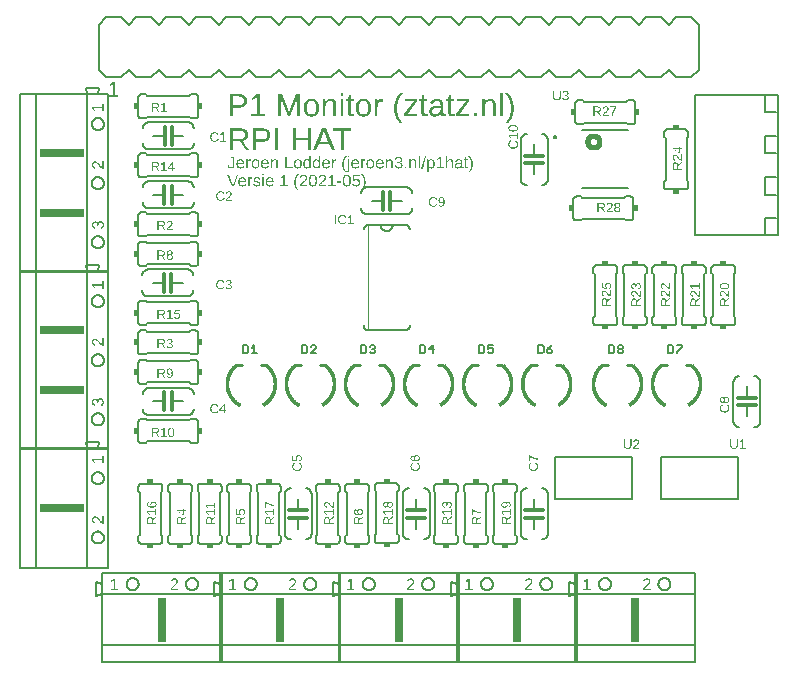
<source format=gbr>
G04 EAGLE Gerber RS-274X export*
G75*
%MOMM*%
%FSLAX34Y34*%
%LPD*%
%INSilkscreen Top*%
%IPPOS*%
%AMOC8*
5,1,8,0,0,1.08239X$1,22.5*%
G01*
G04 Define Apertures*
%ADD10C,0.406400*%
%ADD11C,0.152400*%
%ADD12C,0.203200*%
%ADD13C,0.025400*%
%ADD14C,0.254000*%
%ADD15C,0.127000*%
%ADD16R,0.381000X0.508000*%
%ADD17C,0.304800*%
%ADD18C,0.050800*%
%ADD19R,0.508000X0.381000*%
%ADD20R,3.810000X0.762000*%
%ADD21R,0.762000X3.810000*%
%ADD22C,0.200000*%
G36*
X184782Y445293D02*
X190630Y445293D01*
X195506Y437500D01*
X198436Y437500D01*
X195376Y442144D01*
X193108Y445586D01*
X193629Y445695D01*
X194122Y445838D01*
X194586Y446014D01*
X195021Y446222D01*
X195258Y446363D01*
X195427Y446463D01*
X195804Y446737D01*
X196152Y447044D01*
X196471Y447384D01*
X196757Y447751D01*
X197005Y448138D01*
X197214Y448547D01*
X197385Y448976D01*
X197519Y449426D01*
X197614Y449897D01*
X197671Y450388D01*
X197690Y450901D01*
X197683Y451213D01*
X197663Y451516D01*
X197630Y451811D01*
X197582Y452097D01*
X197522Y452374D01*
X197448Y452643D01*
X197360Y452903D01*
X197259Y453154D01*
X197144Y453396D01*
X197016Y453630D01*
X196720Y454072D01*
X196369Y454478D01*
X195965Y454851D01*
X195511Y455183D01*
X195012Y455471D01*
X194468Y455715D01*
X193879Y455915D01*
X193244Y456070D01*
X192565Y456181D01*
X191840Y456247D01*
X191070Y456269D01*
X182238Y456269D01*
X182238Y437500D01*
X184782Y437500D01*
X184782Y445293D01*
G37*
G36*
X184782Y473769D02*
X190297Y473769D01*
X190665Y473775D01*
X191024Y473794D01*
X191372Y473824D01*
X191711Y473867D01*
X192040Y473923D01*
X192360Y473990D01*
X192670Y474070D01*
X192970Y474162D01*
X193540Y474383D01*
X194072Y474653D01*
X194565Y474973D01*
X195019Y475341D01*
X195427Y475751D01*
X195780Y476195D01*
X196079Y476674D01*
X196208Y476926D01*
X196323Y477186D01*
X196425Y477455D01*
X196513Y477733D01*
X196588Y478019D01*
X196649Y478313D01*
X196697Y478616D01*
X196731Y478928D01*
X196751Y479248D01*
X196758Y479577D01*
X196751Y479909D01*
X196731Y480231D01*
X196697Y480544D01*
X196649Y480847D01*
X196589Y481140D01*
X196514Y481425D01*
X196426Y481700D01*
X196325Y481965D01*
X196210Y482221D01*
X196081Y482467D01*
X195939Y482704D01*
X195784Y482931D01*
X195432Y483358D01*
X195026Y483747D01*
X194571Y484093D01*
X194071Y484393D01*
X193527Y484648D01*
X192938Y484856D01*
X192305Y485017D01*
X191627Y485133D01*
X190904Y485202D01*
X190137Y485225D01*
X182238Y485225D01*
X182238Y466456D01*
X184782Y466456D01*
X184782Y473769D01*
G37*
G36*
X204470Y444813D02*
X209985Y444813D01*
X210353Y444819D01*
X210711Y444838D01*
X211060Y444868D01*
X211399Y444911D01*
X211728Y444967D01*
X212047Y445034D01*
X212357Y445114D01*
X212657Y445206D01*
X213228Y445427D01*
X213760Y445697D01*
X214253Y446017D01*
X214707Y446385D01*
X215114Y446795D01*
X215467Y447239D01*
X215766Y447718D01*
X215895Y447970D01*
X216011Y448230D01*
X216112Y448499D01*
X216201Y448777D01*
X216275Y449063D01*
X216337Y449357D01*
X216384Y449660D01*
X216418Y449972D01*
X216438Y450292D01*
X216445Y450621D01*
X216438Y450953D01*
X216418Y451275D01*
X216384Y451588D01*
X216337Y451891D01*
X216276Y452184D01*
X216202Y452469D01*
X216114Y452744D01*
X216012Y453009D01*
X215897Y453265D01*
X215769Y453511D01*
X215627Y453748D01*
X215471Y453975D01*
X215119Y454402D01*
X214714Y454791D01*
X214258Y455137D01*
X213759Y455437D01*
X213214Y455692D01*
X212625Y455900D01*
X211992Y456061D01*
X211314Y456177D01*
X210592Y456246D01*
X209825Y456269D01*
X201925Y456269D01*
X201925Y437500D01*
X204470Y437500D01*
X204470Y444813D01*
G37*
G36*
X251604Y466197D02*
X251983Y466219D01*
X252350Y466255D01*
X252705Y466305D01*
X253048Y466370D01*
X253380Y466450D01*
X253700Y466544D01*
X254008Y466652D01*
X254304Y466775D01*
X254589Y466913D01*
X254862Y467065D01*
X255123Y467231D01*
X255372Y467412D01*
X255610Y467607D01*
X255835Y467817D01*
X256049Y468041D01*
X256251Y468280D01*
X256440Y468534D01*
X256615Y468803D01*
X256778Y469088D01*
X256927Y469387D01*
X257064Y469702D01*
X257188Y470031D01*
X257298Y470376D01*
X257396Y470735D01*
X257480Y471110D01*
X257552Y471500D01*
X257610Y471905D01*
X257656Y472325D01*
X257688Y472760D01*
X257708Y473211D01*
X257714Y473676D01*
X257708Y474146D01*
X257690Y474600D01*
X257660Y475039D01*
X257617Y475462D01*
X257562Y475870D01*
X257495Y476261D01*
X257416Y476637D01*
X257325Y476998D01*
X257221Y477343D01*
X257106Y477672D01*
X256978Y477985D01*
X256838Y478283D01*
X256686Y478565D01*
X256521Y478831D01*
X256345Y479082D01*
X256156Y479317D01*
X255954Y479538D01*
X255739Y479744D01*
X255510Y479935D01*
X255268Y480113D01*
X255011Y480276D01*
X254742Y480425D01*
X254458Y480560D01*
X254161Y480681D01*
X253850Y480788D01*
X253526Y480880D01*
X253188Y480958D01*
X252836Y481022D01*
X252471Y481072D01*
X252092Y481107D01*
X251700Y481129D01*
X251294Y481136D01*
X250896Y481128D01*
X250511Y481107D01*
X250139Y481070D01*
X249780Y481019D01*
X249433Y480954D01*
X249098Y480873D01*
X248776Y480779D01*
X248467Y480669D01*
X248171Y480546D01*
X247887Y480407D01*
X247615Y480254D01*
X247357Y480087D01*
X247111Y479905D01*
X246877Y479708D01*
X246656Y479497D01*
X246448Y479271D01*
X246253Y479030D01*
X246070Y478775D01*
X245899Y478506D01*
X245742Y478222D01*
X245597Y477923D01*
X245464Y477610D01*
X245344Y477282D01*
X245237Y476940D01*
X245142Y476583D01*
X245060Y476211D01*
X244991Y475825D01*
X244934Y475424D01*
X244890Y475009D01*
X244858Y474579D01*
X244839Y474135D01*
X244833Y473676D01*
X244839Y473228D01*
X244858Y472794D01*
X244890Y472372D01*
X244934Y471965D01*
X244991Y471570D01*
X245060Y471189D01*
X245142Y470822D01*
X245236Y470467D01*
X245343Y470126D01*
X245463Y469799D01*
X245595Y469485D01*
X245740Y469184D01*
X245897Y468896D01*
X246067Y468622D01*
X246250Y468362D01*
X246445Y468114D01*
X246652Y467881D01*
X246872Y467663D01*
X247104Y467460D01*
X247347Y467272D01*
X247603Y467099D01*
X247871Y466941D01*
X248151Y466799D01*
X248443Y466671D01*
X248747Y466558D01*
X249063Y466460D01*
X249392Y466378D01*
X249732Y466310D01*
X250084Y466257D01*
X250449Y466220D01*
X250825Y466197D01*
X251214Y466190D01*
X251604Y466197D01*
G37*
G36*
X295635Y466197D02*
X296014Y466219D01*
X296381Y466255D01*
X296736Y466305D01*
X297080Y466370D01*
X297411Y466450D01*
X297731Y466544D01*
X298039Y466652D01*
X298335Y466775D01*
X298620Y466913D01*
X298893Y467065D01*
X299154Y467231D01*
X299403Y467412D01*
X299641Y467607D01*
X299867Y467817D01*
X300081Y468041D01*
X300282Y468280D01*
X300471Y468534D01*
X300646Y468803D01*
X300809Y469088D01*
X300959Y469387D01*
X301095Y469702D01*
X301219Y470031D01*
X301329Y470376D01*
X301427Y470735D01*
X301512Y471110D01*
X301583Y471500D01*
X301642Y471905D01*
X301687Y472325D01*
X301720Y472760D01*
X301739Y473211D01*
X301746Y473676D01*
X301740Y474146D01*
X301721Y474600D01*
X301691Y475039D01*
X301648Y475462D01*
X301593Y475870D01*
X301527Y476261D01*
X301447Y476637D01*
X301356Y476998D01*
X301253Y477343D01*
X301137Y477672D01*
X301009Y477985D01*
X300869Y478283D01*
X300717Y478565D01*
X300552Y478831D01*
X300376Y479082D01*
X300187Y479317D01*
X299985Y479538D01*
X299770Y479744D01*
X299541Y479935D01*
X299299Y480113D01*
X299043Y480276D01*
X298773Y480425D01*
X298489Y480560D01*
X298192Y480681D01*
X297882Y480788D01*
X297557Y480880D01*
X297219Y480958D01*
X296868Y481022D01*
X296502Y481072D01*
X296124Y481107D01*
X295731Y481129D01*
X295325Y481136D01*
X294928Y481128D01*
X294543Y481107D01*
X294170Y481070D01*
X293811Y481019D01*
X293464Y480954D01*
X293129Y480873D01*
X292808Y480779D01*
X292498Y480669D01*
X292202Y480546D01*
X291918Y480407D01*
X291647Y480254D01*
X291388Y480087D01*
X291142Y479905D01*
X290909Y479708D01*
X290688Y479497D01*
X290480Y479271D01*
X290284Y479030D01*
X290101Y478775D01*
X289931Y478506D01*
X289773Y478222D01*
X289628Y477923D01*
X289495Y477610D01*
X289375Y477282D01*
X289268Y476940D01*
X289174Y476583D01*
X289091Y476211D01*
X289022Y475825D01*
X288965Y475424D01*
X288921Y475009D01*
X288890Y474579D01*
X288871Y474135D01*
X288864Y473676D01*
X288871Y473228D01*
X288890Y472794D01*
X288921Y472372D01*
X288965Y471965D01*
X289022Y471570D01*
X289091Y471189D01*
X289173Y470822D01*
X289267Y470467D01*
X289374Y470126D01*
X289494Y469799D01*
X289626Y469485D01*
X289771Y469184D01*
X289928Y468896D01*
X290098Y468622D01*
X290281Y468362D01*
X290476Y468114D01*
X290684Y467881D01*
X290903Y467663D01*
X291135Y467460D01*
X291379Y467272D01*
X291634Y467099D01*
X291902Y466941D01*
X292182Y466799D01*
X292474Y466671D01*
X292778Y466558D01*
X293095Y466460D01*
X293423Y466378D01*
X293763Y466310D01*
X294115Y466257D01*
X294480Y466220D01*
X294856Y466197D01*
X295245Y466190D01*
X295635Y466197D01*
G37*
G36*
X225471Y478978D02*
X225418Y481495D01*
X225378Y482974D01*
X225818Y481509D01*
X226564Y479244D01*
X231479Y466456D01*
X233264Y466456D01*
X238113Y479244D01*
X238381Y479982D01*
X238666Y480849D01*
X238967Y481847D01*
X239285Y482974D01*
X239233Y482005D01*
X239195Y481016D01*
X239173Y480007D01*
X239165Y478978D01*
X239165Y466456D01*
X241456Y466456D01*
X241456Y485225D01*
X238193Y485225D01*
X233291Y472211D01*
X233116Y471729D01*
X232831Y470845D01*
X232550Y469898D01*
X232385Y469227D01*
X232263Y469751D01*
X232058Y470526D01*
X231807Y471396D01*
X231546Y472211D01*
X226550Y485225D01*
X223207Y485225D01*
X223207Y466456D01*
X225471Y466456D01*
X225471Y478978D01*
G37*
G36*
X257599Y442988D02*
X266151Y442988D01*
X268296Y437500D01*
X270893Y437500D01*
X263353Y456269D01*
X260463Y456269D01*
X252803Y437500D01*
X255441Y437500D01*
X257599Y442988D01*
G37*
G36*
X355880Y466200D02*
X356292Y466232D01*
X356687Y466286D01*
X357066Y466361D01*
X357428Y466458D01*
X357774Y466575D01*
X358103Y466715D01*
X358416Y466876D01*
X358716Y467062D01*
X359007Y467279D01*
X359288Y467526D01*
X359560Y467803D01*
X359823Y468110D01*
X360076Y468448D01*
X360320Y468816D01*
X360554Y469213D01*
X360634Y469213D01*
X360662Y468853D01*
X360707Y468517D01*
X360768Y468206D01*
X360846Y467920D01*
X360940Y467658D01*
X361050Y467421D01*
X361177Y467209D01*
X361320Y467022D01*
X361483Y466858D01*
X361669Y466716D01*
X361877Y466596D01*
X362108Y466498D01*
X362361Y466421D01*
X362638Y466367D01*
X362937Y466334D01*
X363258Y466323D01*
X363729Y466336D01*
X364194Y466376D01*
X364655Y466443D01*
X365110Y466536D01*
X365110Y468028D01*
X364694Y467958D01*
X364324Y467935D01*
X364136Y467943D01*
X363963Y467968D01*
X363806Y468010D01*
X363665Y468069D01*
X363539Y468145D01*
X363430Y468238D01*
X363336Y468348D01*
X363258Y468474D01*
X363136Y468777D01*
X363049Y469145D01*
X362996Y469579D01*
X362979Y470079D01*
X362979Y476287D01*
X362957Y476859D01*
X362893Y477396D01*
X362786Y477899D01*
X362636Y478367D01*
X362443Y478800D01*
X362207Y479198D01*
X361928Y479561D01*
X361607Y479890D01*
X361243Y480182D01*
X360837Y480435D01*
X360388Y480649D01*
X359898Y480824D01*
X359366Y480961D01*
X358792Y481058D01*
X358175Y481116D01*
X357517Y481136D01*
X356889Y481120D01*
X356296Y481075D01*
X355739Y480999D01*
X355218Y480893D01*
X354732Y480756D01*
X354281Y480589D01*
X353867Y480391D01*
X353488Y480163D01*
X353144Y479905D01*
X352836Y479616D01*
X352564Y479297D01*
X352327Y478948D01*
X352126Y478568D01*
X351960Y478158D01*
X351830Y477717D01*
X351736Y477246D01*
X354240Y477019D01*
X354286Y477309D01*
X354350Y477578D01*
X354432Y477827D01*
X354533Y478055D01*
X354652Y478263D01*
X354790Y478451D01*
X354945Y478618D01*
X355119Y478765D01*
X355316Y478893D01*
X355541Y479003D01*
X355792Y479097D01*
X356072Y479174D01*
X356379Y479234D01*
X356713Y479277D01*
X357075Y479302D01*
X357464Y479311D01*
X357850Y479299D01*
X358210Y479263D01*
X358543Y479204D01*
X358849Y479121D01*
X359129Y479014D01*
X359382Y478884D01*
X359608Y478729D01*
X359808Y478551D01*
X359983Y478346D01*
X360135Y478109D01*
X360263Y477841D01*
X360368Y477542D01*
X360449Y477212D01*
X360508Y476850D01*
X360543Y476458D01*
X360554Y476034D01*
X360554Y475248D01*
X357317Y475195D01*
X356526Y475157D01*
X355792Y475085D01*
X355113Y474977D01*
X354492Y474835D01*
X353926Y474658D01*
X353417Y474445D01*
X352965Y474198D01*
X352568Y473916D01*
X352223Y473600D01*
X351924Y473251D01*
X351671Y472870D01*
X351464Y472457D01*
X351303Y472011D01*
X351188Y471533D01*
X351119Y471022D01*
X351096Y470479D01*
X351113Y469993D01*
X351165Y469533D01*
X351250Y469100D01*
X351369Y468694D01*
X351523Y468314D01*
X351711Y467961D01*
X351933Y467635D01*
X352189Y467335D01*
X352479Y467067D01*
X352802Y466834D01*
X353160Y466637D01*
X353551Y466476D01*
X353976Y466351D01*
X354434Y466261D01*
X354926Y466208D01*
X355452Y466190D01*
X355880Y466200D01*
G37*
G36*
X237845Y446199D02*
X247995Y446199D01*
X247995Y437500D01*
X250540Y437500D01*
X250540Y456269D01*
X247995Y456269D01*
X247995Y448330D01*
X237845Y448330D01*
X237845Y456269D01*
X235300Y456269D01*
X235300Y437500D01*
X237845Y437500D01*
X237845Y446199D01*
G37*
G36*
X263164Y474808D02*
X263180Y475320D01*
X263227Y475803D01*
X263305Y476257D01*
X263414Y476683D01*
X263555Y477080D01*
X263726Y477448D01*
X263929Y477788D01*
X264163Y478098D01*
X264425Y478376D01*
X264709Y478617D01*
X265016Y478821D01*
X265346Y478988D01*
X265698Y479117D01*
X266074Y479210D01*
X266473Y479266D01*
X266894Y479284D01*
X267451Y479262D01*
X267937Y479197D01*
X268152Y479149D01*
X268350Y479089D01*
X268530Y479019D01*
X268693Y478938D01*
X268841Y478844D01*
X268978Y478737D01*
X269105Y478616D01*
X269222Y478481D01*
X269328Y478333D01*
X269424Y478171D01*
X269585Y477805D01*
X269707Y477372D01*
X269795Y476860D01*
X269847Y476267D01*
X269865Y475594D01*
X269865Y466456D01*
X272276Y466456D01*
X272276Y476060D01*
X272259Y476716D01*
X272207Y477323D01*
X272121Y477882D01*
X272001Y478393D01*
X271847Y478856D01*
X271658Y479271D01*
X271434Y479638D01*
X271177Y479957D01*
X270882Y480233D01*
X270548Y480473D01*
X270174Y480675D01*
X269760Y480841D01*
X269306Y480970D01*
X268813Y481062D01*
X268280Y481117D01*
X267707Y481136D01*
X267312Y481126D01*
X266934Y481097D01*
X266572Y481049D01*
X266226Y480981D01*
X265898Y480894D01*
X265585Y480787D01*
X265289Y480661D01*
X265009Y480516D01*
X264742Y480348D01*
X264483Y480152D01*
X264232Y479929D01*
X263989Y479679D01*
X263754Y479401D01*
X263527Y479096D01*
X263308Y478764D01*
X263098Y478405D01*
X263058Y478405D01*
X263011Y479837D01*
X262978Y480510D01*
X262951Y480869D01*
X260687Y480869D01*
X260722Y480467D01*
X260747Y479820D01*
X260762Y478929D01*
X260767Y477792D01*
X260767Y466456D01*
X263164Y466456D01*
X263164Y474808D01*
G37*
G36*
X398258Y474808D02*
X398274Y475320D01*
X398321Y475803D01*
X398399Y476257D01*
X398508Y476683D01*
X398648Y477080D01*
X398820Y477448D01*
X399023Y477788D01*
X399257Y478098D01*
X399518Y478376D01*
X399802Y478617D01*
X400109Y478821D01*
X400439Y478988D01*
X400792Y479117D01*
X401168Y479210D01*
X401566Y479266D01*
X401988Y479284D01*
X402545Y479262D01*
X403030Y479197D01*
X403246Y479149D01*
X403444Y479089D01*
X403624Y479019D01*
X403786Y478938D01*
X403934Y478844D01*
X404072Y478737D01*
X404199Y478616D01*
X404316Y478481D01*
X404422Y478333D01*
X404518Y478171D01*
X404679Y477805D01*
X404801Y477372D01*
X404889Y476860D01*
X404941Y476267D01*
X404959Y475594D01*
X404959Y466456D01*
X407370Y466456D01*
X407370Y476060D01*
X407352Y476716D01*
X407301Y477323D01*
X407215Y477882D01*
X407095Y478393D01*
X406940Y478856D01*
X406751Y479271D01*
X406528Y479638D01*
X406271Y479957D01*
X405976Y480233D01*
X405642Y480473D01*
X405267Y480675D01*
X404854Y480841D01*
X404400Y480970D01*
X403907Y481062D01*
X403373Y481117D01*
X402801Y481136D01*
X402406Y481126D01*
X402027Y481097D01*
X401666Y481049D01*
X401320Y480981D01*
X400991Y480894D01*
X400679Y480787D01*
X400383Y480661D01*
X400103Y480516D01*
X399836Y480348D01*
X399576Y480152D01*
X399325Y479929D01*
X399082Y479679D01*
X398847Y479401D01*
X398621Y479096D01*
X398402Y478764D01*
X398191Y478405D01*
X398152Y478405D01*
X398105Y479837D01*
X398072Y480510D01*
X398045Y480869D01*
X395780Y480869D01*
X395815Y480467D01*
X395840Y479820D01*
X395855Y478929D01*
X395860Y477792D01*
X395860Y466456D01*
X398258Y466456D01*
X398258Y474808D01*
G37*
%LPC*%
G36*
X250708Y467984D02*
X250261Y468051D01*
X249847Y468163D01*
X249467Y468319D01*
X249120Y468521D01*
X248806Y468767D01*
X248525Y469058D01*
X248277Y469393D01*
X248060Y469773D01*
X247872Y470198D01*
X247712Y470667D01*
X247582Y471180D01*
X247481Y471737D01*
X247409Y472339D01*
X247365Y472985D01*
X247351Y473676D01*
X247365Y474384D01*
X247409Y475044D01*
X247483Y475656D01*
X247586Y476219D01*
X247718Y476733D01*
X247879Y477199D01*
X248070Y477616D01*
X248290Y477985D01*
X248543Y478308D01*
X248832Y478588D01*
X249158Y478825D01*
X249520Y479019D01*
X249919Y479170D01*
X250354Y479278D01*
X250826Y479342D01*
X251334Y479364D01*
X251838Y479343D01*
X252304Y479279D01*
X252733Y479174D01*
X253124Y479026D01*
X253477Y478836D01*
X253793Y478603D01*
X254071Y478329D01*
X254311Y478012D01*
X254519Y477648D01*
X254698Y477234D01*
X254851Y476768D01*
X254975Y476252D01*
X255072Y475684D01*
X255141Y475066D01*
X255183Y474396D01*
X255197Y473676D01*
X255182Y472964D01*
X255139Y472301D01*
X255067Y471687D01*
X254965Y471122D01*
X254835Y470605D01*
X254676Y470137D01*
X254488Y469717D01*
X254271Y469347D01*
X254020Y469022D01*
X253731Y468741D01*
X253403Y468502D01*
X253037Y468308D01*
X252632Y468156D01*
X252189Y468048D01*
X251707Y467983D01*
X251187Y467961D01*
X250708Y467984D01*
G37*
G36*
X294739Y467984D02*
X294292Y468051D01*
X293879Y468163D01*
X293498Y468319D01*
X293151Y468521D01*
X292837Y468767D01*
X292556Y469058D01*
X292308Y469393D01*
X292091Y469773D01*
X291903Y470198D01*
X291744Y470667D01*
X291613Y471180D01*
X291512Y471737D01*
X291440Y472339D01*
X291396Y472985D01*
X291382Y473676D01*
X291397Y474384D01*
X291441Y475044D01*
X291514Y475656D01*
X291617Y476219D01*
X291749Y476733D01*
X291910Y477199D01*
X292101Y477616D01*
X292321Y477985D01*
X292574Y478308D01*
X292864Y478588D01*
X293189Y478825D01*
X293552Y479019D01*
X293950Y479170D01*
X294385Y479278D01*
X294857Y479342D01*
X295365Y479364D01*
X295869Y479343D01*
X296335Y479279D01*
X296764Y479174D01*
X297155Y479026D01*
X297508Y478836D01*
X297824Y478603D01*
X298102Y478329D01*
X298342Y478012D01*
X298550Y477648D01*
X298730Y477234D01*
X298882Y476768D01*
X299007Y476252D01*
X299103Y475684D01*
X299173Y475066D01*
X299214Y474396D01*
X299228Y473676D01*
X299214Y472964D01*
X299170Y472301D01*
X299098Y471687D01*
X298997Y471122D01*
X298866Y470605D01*
X298707Y470137D01*
X298519Y469717D01*
X298302Y469347D01*
X298052Y469022D01*
X297762Y468741D01*
X297435Y468502D01*
X297068Y468308D01*
X296664Y468156D01*
X296220Y468048D01*
X295739Y467983D01*
X295218Y467961D01*
X294739Y467984D01*
G37*
%LPD*%
G36*
X278497Y454191D02*
X284945Y454191D01*
X284945Y456269D01*
X269519Y456269D01*
X269519Y454191D01*
X275966Y454191D01*
X275966Y437500D01*
X278497Y437500D01*
X278497Y454191D01*
G37*
G36*
X212028Y468494D02*
X207459Y468494D01*
X207459Y485225D01*
X205248Y485225D01*
X200812Y482175D01*
X200812Y479910D01*
X205048Y482934D01*
X205048Y468494D01*
X200266Y468494D01*
X200266Y466456D01*
X212028Y466456D01*
X212028Y468494D01*
G37*
G36*
X340969Y468308D02*
X332617Y468308D01*
X340690Y479044D01*
X340690Y480869D01*
X330246Y480869D01*
X330246Y479018D01*
X337852Y479018D01*
X329793Y468281D01*
X329793Y466456D01*
X340969Y466456D01*
X340969Y468308D01*
G37*
G36*
X385001Y468308D02*
X376648Y468308D01*
X384721Y479044D01*
X384721Y480869D01*
X374277Y480869D01*
X374277Y479018D01*
X381884Y479018D01*
X373824Y468281D01*
X373824Y466456D01*
X385001Y466456D01*
X385001Y468308D01*
G37*
%LPC*%
G36*
X184782Y447304D02*
X184782Y454231D01*
X190817Y454231D01*
X191324Y454218D01*
X191801Y454177D01*
X192247Y454110D01*
X192663Y454016D01*
X193048Y453895D01*
X193403Y453748D01*
X193727Y453573D01*
X194020Y453372D01*
X194281Y453145D01*
X194507Y452894D01*
X194698Y452618D01*
X194854Y452318D01*
X194976Y451993D01*
X195063Y451645D01*
X195115Y451272D01*
X195133Y450874D01*
X195115Y450463D01*
X195064Y450075D01*
X194978Y449711D01*
X194858Y449371D01*
X194703Y449054D01*
X194514Y448760D01*
X194291Y448490D01*
X194034Y448243D01*
X193745Y448023D01*
X193427Y447832D01*
X193081Y447671D01*
X192706Y447539D01*
X192303Y447436D01*
X191872Y447363D01*
X191412Y447319D01*
X190923Y447304D01*
X184782Y447304D01*
G37*
G36*
X184782Y475781D02*
X184782Y483187D01*
X189831Y483187D01*
X190360Y483173D01*
X190855Y483130D01*
X191316Y483059D01*
X191742Y482960D01*
X192135Y482832D01*
X192493Y482676D01*
X192818Y482491D01*
X193108Y482278D01*
X193364Y482036D01*
X193586Y481767D01*
X193773Y481468D01*
X193927Y481141D01*
X194046Y480786D01*
X194132Y480403D01*
X194183Y479991D01*
X194200Y479550D01*
X194183Y479094D01*
X194133Y478667D01*
X194050Y478269D01*
X193934Y477901D01*
X193784Y477562D01*
X193601Y477253D01*
X193384Y476973D01*
X193134Y476723D01*
X192851Y476502D01*
X192535Y476311D01*
X192185Y476149D01*
X191802Y476016D01*
X191386Y475913D01*
X190936Y475840D01*
X190454Y475795D01*
X189937Y475781D01*
X184782Y475781D01*
G37*
G36*
X204470Y446825D02*
X204470Y454231D01*
X209518Y454231D01*
X210047Y454217D01*
X210542Y454174D01*
X211003Y454103D01*
X211430Y454004D01*
X211822Y453876D01*
X212181Y453720D01*
X212505Y453535D01*
X212795Y453322D01*
X213051Y453080D01*
X213273Y452811D01*
X213461Y452512D01*
X213615Y452185D01*
X213734Y451830D01*
X213819Y451447D01*
X213871Y451035D01*
X213888Y450594D01*
X213871Y450138D01*
X213821Y449711D01*
X213738Y449313D01*
X213621Y448945D01*
X213471Y448606D01*
X213288Y448297D01*
X213072Y448017D01*
X212822Y447767D01*
X212539Y447546D01*
X212222Y447355D01*
X211873Y447193D01*
X211490Y447060D01*
X211074Y446957D01*
X210624Y446884D01*
X210141Y446839D01*
X209625Y446825D01*
X204470Y446825D01*
G37*
%LPD*%
G36*
X418302Y461490D02*
X418867Y462183D01*
X419392Y462887D01*
X419876Y463602D01*
X420320Y464329D01*
X420722Y465066D01*
X421085Y465816D01*
X421406Y466576D01*
X421689Y467354D01*
X421934Y468157D01*
X422141Y468984D01*
X422310Y469836D01*
X422442Y470713D01*
X422537Y471614D01*
X422593Y472539D01*
X422612Y473489D01*
X422612Y473543D01*
X422593Y474487D01*
X422537Y475407D01*
X422443Y476304D01*
X422312Y477178D01*
X422144Y478028D01*
X421937Y478854D01*
X421694Y479657D01*
X421413Y480436D01*
X421093Y481198D01*
X420731Y481949D01*
X420328Y482690D01*
X419884Y483419D01*
X419399Y484137D01*
X418873Y484843D01*
X418305Y485539D01*
X417696Y486224D01*
X415379Y486224D01*
X415981Y485523D01*
X416541Y484812D01*
X417060Y484091D01*
X417538Y483360D01*
X417975Y482619D01*
X418370Y481868D01*
X418723Y481107D01*
X419035Y480336D01*
X419308Y479551D01*
X419545Y478746D01*
X419745Y477922D01*
X419909Y477079D01*
X420037Y476217D01*
X420128Y475336D01*
X420183Y474436D01*
X420201Y473516D01*
X420183Y472597D01*
X420128Y471697D01*
X420038Y470816D01*
X419911Y469954D01*
X419748Y469112D01*
X419549Y468290D01*
X419313Y467486D01*
X419042Y466702D01*
X418731Y465933D01*
X418378Y465173D01*
X417983Y464422D01*
X417547Y463680D01*
X417068Y462948D01*
X416547Y462225D01*
X415984Y461512D01*
X415379Y460808D01*
X417696Y460808D01*
X418302Y461490D01*
G37*
G36*
X327911Y461515D02*
X327345Y462232D01*
X326823Y462957D01*
X326342Y463692D01*
X325905Y464436D01*
X325510Y465189D01*
X325158Y465951D01*
X324849Y466722D01*
X324579Y467508D01*
X324345Y468311D01*
X324147Y469133D01*
X323985Y469973D01*
X323859Y470831D01*
X323769Y471708D01*
X323715Y472603D01*
X323697Y473516D01*
X323715Y474433D01*
X323769Y475331D01*
X323861Y476211D01*
X323988Y477073D01*
X324152Y477916D01*
X324352Y478741D01*
X324589Y479548D01*
X324862Y480336D01*
X325174Y481110D01*
X325528Y481873D01*
X325923Y482626D01*
X326359Y483367D01*
X326837Y484097D01*
X327356Y484817D01*
X327917Y485526D01*
X328519Y486224D01*
X326201Y486224D01*
X325595Y485543D01*
X325030Y484850D01*
X324505Y484146D01*
X324021Y483430D01*
X323578Y482704D01*
X323175Y481966D01*
X322813Y481217D01*
X322491Y480456D01*
X322209Y479678D01*
X321964Y478875D01*
X321756Y478048D01*
X321587Y477196D01*
X321455Y476320D01*
X321361Y475418D01*
X321304Y474493D01*
X321286Y473543D01*
X321286Y473489D01*
X321304Y472545D01*
X321360Y471625D01*
X321454Y470728D01*
X321585Y469855D01*
X321754Y469005D01*
X321960Y468178D01*
X322203Y467375D01*
X322484Y466596D01*
X322805Y465834D01*
X323166Y465083D01*
X323569Y464343D01*
X324013Y463614D01*
X324498Y462896D01*
X325025Y462189D01*
X325592Y461493D01*
X326201Y460808D01*
X328519Y460808D01*
X327911Y461515D01*
G37*
G36*
X285696Y466263D02*
X286306Y466323D01*
X286909Y466423D01*
X287505Y466563D01*
X287505Y468334D01*
X287079Y468253D01*
X286706Y468194D01*
X286386Y468159D01*
X286119Y468148D01*
X285917Y468154D01*
X285731Y468174D01*
X285560Y468207D01*
X285405Y468253D01*
X285266Y468312D01*
X285142Y468384D01*
X285033Y468469D01*
X284941Y468567D01*
X284861Y468682D01*
X284792Y468816D01*
X284734Y468969D01*
X284686Y469142D01*
X284649Y469334D01*
X284622Y469545D01*
X284601Y470026D01*
X284601Y479124D01*
X287265Y479124D01*
X287265Y480869D01*
X284601Y480869D01*
X284601Y484093D01*
X283002Y484093D01*
X282296Y480869D01*
X280538Y480869D01*
X280538Y479124D01*
X282203Y479124D01*
X282203Y469506D01*
X282214Y469111D01*
X282248Y468742D01*
X282304Y468397D01*
X282383Y468079D01*
X282484Y467785D01*
X282608Y467518D01*
X282754Y467275D01*
X282922Y467059D01*
X283113Y466868D01*
X283327Y466702D01*
X283563Y466562D01*
X283822Y466447D01*
X284103Y466358D01*
X284406Y466294D01*
X284732Y466256D01*
X285080Y466243D01*
X285696Y466263D01*
G37*
G36*
X347915Y466263D02*
X348525Y466323D01*
X349127Y466423D01*
X349724Y466563D01*
X349724Y468334D01*
X349297Y468253D01*
X348924Y468194D01*
X348605Y468159D01*
X348338Y468148D01*
X348136Y468154D01*
X347950Y468174D01*
X347779Y468207D01*
X347624Y468253D01*
X347484Y468312D01*
X347360Y468384D01*
X347252Y468469D01*
X347159Y468567D01*
X347080Y468682D01*
X347011Y468816D01*
X346952Y468969D01*
X346905Y469142D01*
X346867Y469334D01*
X346841Y469545D01*
X346820Y470026D01*
X346820Y479124D01*
X349484Y479124D01*
X349484Y480869D01*
X346820Y480869D01*
X346820Y484093D01*
X345221Y484093D01*
X344515Y480869D01*
X342757Y480869D01*
X342757Y479124D01*
X344422Y479124D01*
X344422Y469506D01*
X344433Y469111D01*
X344467Y468742D01*
X344523Y468397D01*
X344602Y468079D01*
X344703Y467785D01*
X344826Y467518D01*
X344973Y467275D01*
X345141Y467059D01*
X345332Y466868D01*
X345546Y466702D01*
X345782Y466562D01*
X346040Y466447D01*
X346321Y466358D01*
X346625Y466294D01*
X346951Y466256D01*
X347299Y466243D01*
X347915Y466263D01*
G37*
G36*
X370696Y466263D02*
X371306Y466323D01*
X371909Y466423D01*
X372505Y466563D01*
X372505Y468334D01*
X372079Y468253D01*
X371706Y468194D01*
X371386Y468159D01*
X371119Y468148D01*
X370917Y468154D01*
X370731Y468174D01*
X370560Y468207D01*
X370405Y468253D01*
X370266Y468312D01*
X370142Y468384D01*
X370033Y468469D01*
X369941Y468567D01*
X369861Y468682D01*
X369792Y468816D01*
X369734Y468969D01*
X369686Y469142D01*
X369649Y469334D01*
X369622Y469545D01*
X369601Y470026D01*
X369601Y479124D01*
X372265Y479124D01*
X372265Y480869D01*
X369601Y480869D01*
X369601Y484093D01*
X368002Y484093D01*
X367296Y480869D01*
X365538Y480869D01*
X365538Y479124D01*
X367203Y479124D01*
X367203Y469506D01*
X367214Y469111D01*
X367248Y468742D01*
X367304Y468397D01*
X367383Y468079D01*
X367484Y467785D01*
X367608Y467518D01*
X367754Y467275D01*
X367922Y467059D01*
X368113Y466868D01*
X368327Y466702D01*
X368563Y466562D01*
X368822Y466447D01*
X369103Y466358D01*
X369406Y466294D01*
X369732Y466256D01*
X370080Y466243D01*
X370696Y466263D01*
G37*
G36*
X222937Y456269D02*
X220393Y456269D01*
X220393Y437500D01*
X222937Y437500D01*
X222937Y456269D01*
G37*
G36*
X413392Y486224D02*
X410995Y486224D01*
X410995Y466456D01*
X413392Y466456D01*
X413392Y486224D01*
G37*
G36*
X307196Y473969D02*
X307208Y474551D01*
X307245Y475098D01*
X307306Y475611D01*
X307392Y476089D01*
X307503Y476532D01*
X307638Y476940D01*
X307797Y477313D01*
X307982Y477652D01*
X308189Y477954D01*
X308419Y478215D01*
X308670Y478436D01*
X308944Y478616D01*
X309240Y478757D01*
X309558Y478857D01*
X309897Y478918D01*
X310259Y478938D01*
X310639Y478929D01*
X310979Y478904D01*
X311278Y478863D01*
X311538Y478804D01*
X311538Y481002D01*
X311293Y481061D01*
X311049Y481102D01*
X310806Y481127D01*
X310566Y481136D01*
X310236Y481125D01*
X309925Y481093D01*
X309633Y481040D01*
X309360Y480966D01*
X309107Y480870D01*
X308872Y480754D01*
X308657Y480616D01*
X308461Y480456D01*
X308277Y480268D01*
X308099Y480043D01*
X307926Y479782D01*
X307758Y479484D01*
X307596Y479149D01*
X307440Y478778D01*
X307288Y478370D01*
X307142Y477925D01*
X307089Y477925D01*
X307062Y478908D01*
X306982Y480869D01*
X304718Y480869D01*
X304778Y479111D01*
X304798Y477512D01*
X304798Y466456D01*
X307196Y466456D01*
X307196Y473969D01*
G37*
G36*
X278285Y480869D02*
X275887Y480869D01*
X275887Y466456D01*
X278285Y466456D01*
X278285Y480869D01*
G37*
%LPC*%
G36*
X258371Y444973D02*
X260769Y451141D01*
X261342Y452716D01*
X261755Y453978D01*
X261875Y454351D01*
X262234Y453245D01*
X262607Y452146D01*
X262980Y451167D01*
X265392Y444973D01*
X258371Y444973D01*
G37*
G36*
X355714Y467998D02*
X355446Y468028D01*
X355195Y468078D01*
X354961Y468148D01*
X354744Y468238D01*
X354544Y468348D01*
X354360Y468477D01*
X354194Y468627D01*
X354045Y468795D01*
X353917Y468980D01*
X353808Y469182D01*
X353719Y469400D01*
X353650Y469635D01*
X353600Y469886D01*
X353571Y470154D01*
X353561Y470439D01*
X353568Y470702D01*
X353590Y470953D01*
X353626Y471190D01*
X353677Y471415D01*
X353743Y471626D01*
X353823Y471825D01*
X353918Y472011D01*
X354027Y472184D01*
X354150Y472345D01*
X354286Y472495D01*
X354595Y472763D01*
X354955Y472988D01*
X355366Y473170D01*
X355597Y473245D01*
X355853Y473311D01*
X356443Y473416D01*
X357135Y473484D01*
X357930Y473516D01*
X360554Y473569D01*
X360554Y472384D01*
X360545Y472108D01*
X360517Y471835D01*
X360471Y471563D01*
X360406Y471293D01*
X360323Y471025D01*
X360221Y470759D01*
X360100Y470495D01*
X359961Y470232D01*
X359807Y469978D01*
X359638Y469738D01*
X359456Y469511D01*
X359260Y469298D01*
X359051Y469100D01*
X358829Y468915D01*
X358593Y468744D01*
X358343Y468587D01*
X358082Y468447D01*
X357812Y468325D01*
X357533Y468222D01*
X357244Y468138D01*
X356946Y468072D01*
X356640Y468025D01*
X356324Y467997D01*
X355999Y467988D01*
X355714Y467998D01*
G37*
%LPD*%
G36*
X391464Y469373D02*
X388866Y469373D01*
X388866Y466456D01*
X391464Y466456D01*
X391464Y469373D01*
G37*
G36*
X278285Y486224D02*
X275887Y486224D01*
X275887Y483933D01*
X278285Y483933D01*
X278285Y486224D01*
G37*
G36*
X252977Y406980D02*
X253364Y407041D01*
X253725Y407143D01*
X254059Y407286D01*
X254368Y407469D01*
X254651Y407693D01*
X254908Y407957D01*
X255139Y408263D01*
X255343Y408607D01*
X255520Y408987D01*
X255670Y409404D01*
X255793Y409858D01*
X255888Y410348D01*
X255956Y410875D01*
X255997Y411438D01*
X256011Y412038D01*
X255998Y412647D01*
X255959Y413218D01*
X255894Y413750D01*
X255803Y414244D01*
X255687Y414699D01*
X255544Y415116D01*
X255375Y415494D01*
X255181Y415834D01*
X254959Y416134D01*
X254709Y416394D01*
X254430Y416615D01*
X254122Y416795D01*
X253786Y416935D01*
X253422Y417035D01*
X253029Y417095D01*
X252607Y417115D01*
X252174Y417096D01*
X251771Y417036D01*
X251398Y416937D01*
X251055Y416798D01*
X250742Y416620D01*
X250459Y416402D01*
X250207Y416145D01*
X249984Y415848D01*
X249789Y415511D01*
X249621Y415134D01*
X249478Y414718D01*
X249362Y414261D01*
X249271Y413765D01*
X249206Y413229D01*
X249167Y412653D01*
X249154Y412038D01*
X249167Y411435D01*
X249207Y410869D01*
X249274Y410340D01*
X249368Y409849D01*
X249488Y409395D01*
X249635Y408978D01*
X249808Y408598D01*
X250009Y408256D01*
X250235Y407952D01*
X250489Y407689D01*
X250769Y407466D01*
X251075Y407284D01*
X251408Y407142D01*
X251767Y407041D01*
X252153Y406980D01*
X252565Y406960D01*
X252977Y406980D01*
G37*
G36*
X281665Y406980D02*
X282051Y407041D01*
X282412Y407143D01*
X282747Y407286D01*
X283056Y407469D01*
X283338Y407693D01*
X283595Y407957D01*
X283826Y408263D01*
X284031Y408607D01*
X284208Y408987D01*
X284358Y409404D01*
X284480Y409858D01*
X284576Y410348D01*
X284644Y410875D01*
X284685Y411438D01*
X284698Y412038D01*
X284685Y412647D01*
X284646Y413218D01*
X284582Y413750D01*
X284491Y414244D01*
X284374Y414699D01*
X284231Y415116D01*
X284063Y415494D01*
X283868Y415834D01*
X283647Y416134D01*
X283396Y416394D01*
X283117Y416615D01*
X282810Y416795D01*
X282474Y416935D01*
X282109Y417035D01*
X281716Y417095D01*
X281294Y417115D01*
X280861Y417096D01*
X280458Y417036D01*
X280085Y416937D01*
X279742Y416798D01*
X279429Y416620D01*
X279147Y416402D01*
X278894Y416145D01*
X278672Y415848D01*
X278477Y415511D01*
X278308Y415134D01*
X278166Y414718D01*
X278049Y414261D01*
X277958Y413765D01*
X277893Y413229D01*
X277855Y412653D01*
X277842Y412038D01*
X277855Y411435D01*
X277895Y410869D01*
X277962Y410340D01*
X278055Y409849D01*
X278175Y409395D01*
X278322Y408978D01*
X278496Y408598D01*
X278696Y408256D01*
X278923Y407952D01*
X279176Y407689D01*
X279456Y407466D01*
X279762Y407284D01*
X280095Y407142D01*
X280454Y407041D01*
X280840Y406980D01*
X281252Y406960D01*
X281665Y406980D01*
G37*
G36*
X350446Y422326D02*
X350439Y423191D01*
X350418Y423517D01*
X350453Y423517D01*
X350621Y423208D01*
X350826Y422941D01*
X351066Y422714D01*
X351342Y422529D01*
X351655Y422385D01*
X352003Y422282D01*
X352386Y422221D01*
X352806Y422200D01*
X353144Y422215D01*
X353460Y422262D01*
X353754Y422339D01*
X354026Y422448D01*
X354276Y422587D01*
X354505Y422757D01*
X354712Y422959D01*
X354897Y423191D01*
X355060Y423454D01*
X355202Y423748D01*
X355322Y424074D01*
X355420Y424430D01*
X355496Y424817D01*
X355550Y425235D01*
X355583Y425684D01*
X355594Y426164D01*
X355583Y426650D01*
X355550Y427102D01*
X355496Y427521D01*
X355420Y427906D01*
X355323Y428258D01*
X355204Y428576D01*
X355063Y428861D01*
X354900Y429113D01*
X354716Y429333D01*
X354509Y429523D01*
X354281Y429685D01*
X354030Y429817D01*
X353757Y429919D01*
X353462Y429993D01*
X353145Y430037D01*
X352806Y430051D01*
X352376Y430031D01*
X351990Y429970D01*
X351648Y429868D01*
X351349Y429725D01*
X351086Y429539D01*
X350850Y429306D01*
X350642Y429026D01*
X350460Y428699D01*
X350432Y428699D01*
X350414Y429190D01*
X350383Y429718D01*
X350362Y429918D01*
X349143Y429918D01*
X349175Y429342D01*
X349185Y428370D01*
X349185Y419363D01*
X350446Y419363D01*
X350446Y422326D01*
G37*
G36*
X247581Y422220D02*
X247956Y422279D01*
X248297Y422377D01*
X248603Y422515D01*
X248878Y422699D01*
X249124Y422934D01*
X249342Y423220D01*
X249531Y423559D01*
X249559Y423559D01*
X249584Y422858D01*
X249629Y422340D01*
X250834Y422340D01*
X250803Y422920D01*
X250792Y423902D01*
X250792Y432734D01*
X249531Y432734D01*
X249531Y429589D01*
X249545Y428741D01*
X249531Y428741D01*
X249342Y429061D01*
X249125Y429335D01*
X248880Y429562D01*
X248607Y429743D01*
X248302Y429881D01*
X247961Y429979D01*
X247584Y430038D01*
X247171Y430058D01*
X246834Y430043D01*
X246518Y429996D01*
X246224Y429919D01*
X245952Y429810D01*
X245701Y429671D01*
X245472Y429501D01*
X245266Y429299D01*
X245080Y429067D01*
X244917Y428804D01*
X244776Y428510D01*
X244656Y428184D01*
X244558Y427828D01*
X244482Y427441D01*
X244427Y427023D01*
X244394Y426574D01*
X244384Y426094D01*
X244394Y425619D01*
X244426Y425176D01*
X244479Y424763D01*
X244553Y424382D01*
X244648Y424031D01*
X244764Y423712D01*
X244901Y423424D01*
X245059Y423166D01*
X245240Y422940D01*
X245445Y422744D01*
X245673Y422577D01*
X245925Y422442D01*
X246201Y422336D01*
X246501Y422260D01*
X246824Y422215D01*
X247171Y422200D01*
X247581Y422220D01*
G37*
G36*
X255550Y422220D02*
X255925Y422279D01*
X256266Y422377D01*
X256572Y422515D01*
X256847Y422699D01*
X257093Y422934D01*
X257311Y423220D01*
X257500Y423559D01*
X257528Y423559D01*
X257553Y422858D01*
X257598Y422340D01*
X258803Y422340D01*
X258771Y422920D01*
X258761Y423902D01*
X258761Y432734D01*
X257500Y432734D01*
X257500Y429589D01*
X257514Y428741D01*
X257500Y428741D01*
X257311Y429061D01*
X257094Y429335D01*
X256849Y429562D01*
X256576Y429743D01*
X256271Y429881D01*
X255930Y429979D01*
X255553Y430038D01*
X255140Y430058D01*
X254802Y430043D01*
X254487Y429996D01*
X254193Y429919D01*
X253920Y429810D01*
X253670Y429671D01*
X253441Y429501D01*
X253234Y429299D01*
X253049Y429067D01*
X252886Y428804D01*
X252744Y428510D01*
X252625Y428184D01*
X252527Y427828D01*
X252450Y427441D01*
X252396Y427023D01*
X252363Y426574D01*
X252352Y426094D01*
X252363Y425619D01*
X252395Y425176D01*
X252447Y424763D01*
X252521Y424382D01*
X252616Y424031D01*
X252732Y423712D01*
X252870Y423424D01*
X253028Y423166D01*
X253209Y422940D01*
X253414Y422744D01*
X253642Y422577D01*
X253894Y422442D01*
X254170Y422336D01*
X254469Y422260D01*
X254793Y422215D01*
X255140Y422200D01*
X255550Y422220D01*
G37*
G36*
X204299Y422215D02*
X204679Y422261D01*
X205034Y422337D01*
X205364Y422443D01*
X205669Y422580D01*
X205950Y422748D01*
X206206Y422945D01*
X206437Y423173D01*
X206642Y423433D01*
X206820Y423724D01*
X206971Y424046D01*
X207094Y424401D01*
X207189Y424787D01*
X207258Y425205D01*
X207299Y425655D01*
X207312Y426136D01*
X207300Y426622D01*
X207261Y427075D01*
X207197Y427495D01*
X207108Y427883D01*
X206992Y428237D01*
X206852Y428558D01*
X206685Y428847D01*
X206493Y429102D01*
X206274Y429326D01*
X206026Y429520D01*
X205749Y429685D01*
X205444Y429819D01*
X205110Y429924D01*
X204748Y429998D01*
X204357Y430043D01*
X203937Y430058D01*
X203525Y430043D01*
X203141Y429997D01*
X202782Y429920D01*
X202451Y429813D01*
X202145Y429675D01*
X201867Y429507D01*
X201615Y429307D01*
X201389Y429078D01*
X201190Y428817D01*
X201018Y428526D01*
X200872Y428204D01*
X200752Y427852D01*
X200659Y427469D01*
X200593Y427055D01*
X200553Y426611D01*
X200540Y426136D01*
X200553Y425672D01*
X200593Y425236D01*
X200659Y424829D01*
X200752Y424449D01*
X200871Y424098D01*
X201017Y423774D01*
X201189Y423479D01*
X201387Y423212D01*
X201612Y422975D01*
X201862Y422769D01*
X202137Y422595D01*
X202438Y422453D01*
X202764Y422342D01*
X203115Y422263D01*
X203492Y422216D01*
X203895Y422200D01*
X204299Y422215D01*
G37*
G36*
X240174Y422215D02*
X240554Y422261D01*
X240909Y422337D01*
X241239Y422443D01*
X241544Y422580D01*
X241825Y422748D01*
X242081Y422945D01*
X242312Y423173D01*
X242517Y423433D01*
X242695Y423724D01*
X242846Y424046D01*
X242969Y424401D01*
X243064Y424787D01*
X243133Y425205D01*
X243174Y425655D01*
X243187Y426136D01*
X243175Y426622D01*
X243136Y427075D01*
X243072Y427495D01*
X242983Y427883D01*
X242867Y428237D01*
X242727Y428558D01*
X242560Y428847D01*
X242368Y429102D01*
X242149Y429326D01*
X241901Y429520D01*
X241624Y429685D01*
X241319Y429819D01*
X240985Y429924D01*
X240623Y429998D01*
X240232Y430043D01*
X239812Y430058D01*
X239400Y430043D01*
X239016Y429997D01*
X238657Y429920D01*
X238326Y429813D01*
X238020Y429675D01*
X237742Y429507D01*
X237490Y429307D01*
X237264Y429078D01*
X237065Y428817D01*
X236893Y428526D01*
X236747Y428204D01*
X236627Y427852D01*
X236534Y427469D01*
X236468Y427055D01*
X236428Y426611D01*
X236415Y426136D01*
X236428Y425672D01*
X236468Y425236D01*
X236534Y424829D01*
X236627Y424449D01*
X236746Y424098D01*
X236892Y423774D01*
X237064Y423479D01*
X237262Y423212D01*
X237487Y422975D01*
X237737Y422769D01*
X238012Y422595D01*
X238313Y422453D01*
X238639Y422342D01*
X238990Y422263D01*
X239367Y422216D01*
X239770Y422200D01*
X240174Y422215D01*
G37*
G36*
X301549Y422215D02*
X301929Y422261D01*
X302284Y422337D01*
X302614Y422443D01*
X302919Y422580D01*
X303200Y422748D01*
X303456Y422945D01*
X303687Y423173D01*
X303892Y423433D01*
X304070Y423724D01*
X304221Y424046D01*
X304344Y424401D01*
X304439Y424787D01*
X304508Y425205D01*
X304549Y425655D01*
X304562Y426136D01*
X304550Y426622D01*
X304511Y427075D01*
X304447Y427495D01*
X304358Y427883D01*
X304242Y428237D01*
X304102Y428558D01*
X303935Y428847D01*
X303743Y429102D01*
X303524Y429326D01*
X303276Y429520D01*
X302999Y429685D01*
X302694Y429819D01*
X302360Y429924D01*
X301998Y429998D01*
X301607Y430043D01*
X301187Y430058D01*
X300775Y430043D01*
X300391Y429997D01*
X300032Y429920D01*
X299701Y429813D01*
X299395Y429675D01*
X299117Y429507D01*
X298865Y429307D01*
X298639Y429078D01*
X298440Y428817D01*
X298268Y428526D01*
X298122Y428204D01*
X298002Y427852D01*
X297909Y427469D01*
X297843Y427055D01*
X297803Y426611D01*
X297790Y426136D01*
X297803Y425672D01*
X297843Y425236D01*
X297909Y424829D01*
X298002Y424449D01*
X298121Y424098D01*
X298267Y423774D01*
X298439Y423479D01*
X298637Y423212D01*
X298862Y422975D01*
X299112Y422769D01*
X299387Y422595D01*
X299688Y422453D01*
X300014Y422342D01*
X300365Y422263D01*
X300742Y422216D01*
X301145Y422200D01*
X301549Y422215D01*
G37*
G36*
X375466Y422222D02*
X375873Y422290D01*
X376245Y422403D01*
X376583Y422561D01*
X376893Y422773D01*
X377184Y423048D01*
X377456Y423387D01*
X377707Y423790D01*
X377749Y423790D01*
X377787Y423424D01*
X377860Y423110D01*
X377968Y422848D01*
X378110Y422638D01*
X378293Y422477D01*
X378524Y422362D01*
X378802Y422293D01*
X379129Y422270D01*
X379376Y422277D01*
X379621Y422298D01*
X379863Y422333D01*
X380102Y422382D01*
X380102Y423166D01*
X379883Y423130D01*
X379689Y423117D01*
X379499Y423135D01*
X379342Y423188D01*
X379219Y423277D01*
X379129Y423401D01*
X379064Y423560D01*
X379018Y423754D01*
X378991Y423982D01*
X378982Y424245D01*
X378982Y427509D01*
X378970Y427810D01*
X378937Y428092D01*
X378880Y428356D01*
X378801Y428602D01*
X378700Y428830D01*
X378576Y429039D01*
X378429Y429230D01*
X378260Y429403D01*
X378069Y429557D01*
X377855Y429690D01*
X377620Y429802D01*
X377362Y429894D01*
X377082Y429966D01*
X376780Y430017D01*
X376456Y430048D01*
X376110Y430058D01*
X375780Y430050D01*
X375468Y430026D01*
X375175Y429986D01*
X374901Y429930D01*
X374646Y429858D01*
X374409Y429771D01*
X374191Y429667D01*
X373992Y429547D01*
X373811Y429411D01*
X373649Y429259D01*
X373506Y429092D01*
X373381Y428908D01*
X373276Y428708D01*
X373188Y428492D01*
X373120Y428261D01*
X373071Y428013D01*
X374387Y427894D01*
X374445Y428188D01*
X374541Y428439D01*
X374676Y428646D01*
X374849Y428811D01*
X375071Y428937D01*
X375350Y429027D01*
X375687Y429081D01*
X376082Y429099D01*
X376285Y429092D01*
X376474Y429074D01*
X376649Y429043D01*
X376811Y428999D01*
X376958Y428943D01*
X377091Y428874D01*
X377210Y428793D01*
X377315Y428699D01*
X377407Y428591D01*
X377486Y428467D01*
X377554Y428326D01*
X377609Y428169D01*
X377652Y427995D01*
X377683Y427805D01*
X377701Y427599D01*
X377707Y427376D01*
X377707Y426962D01*
X376005Y426934D01*
X375589Y426915D01*
X375203Y426877D01*
X374846Y426820D01*
X374519Y426745D01*
X374222Y426652D01*
X373955Y426541D01*
X373717Y426411D01*
X373508Y426262D01*
X373327Y426096D01*
X373170Y425913D01*
X373037Y425713D01*
X372928Y425495D01*
X372843Y425261D01*
X372783Y425009D01*
X372746Y424741D01*
X372734Y424455D01*
X372743Y424200D01*
X372770Y423958D01*
X372815Y423730D01*
X372878Y423517D01*
X372959Y423317D01*
X373057Y423131D01*
X373174Y422960D01*
X373309Y422802D01*
X373461Y422661D01*
X373631Y422539D01*
X373819Y422435D01*
X374025Y422351D01*
X374248Y422285D01*
X374489Y422238D01*
X374748Y422209D01*
X375025Y422200D01*
X375466Y422222D01*
G37*
G36*
X191530Y422207D02*
X191811Y422228D01*
X192078Y422263D01*
X192332Y422312D01*
X192573Y422375D01*
X192799Y422452D01*
X193013Y422543D01*
X193213Y422648D01*
X193399Y422767D01*
X193572Y422900D01*
X193731Y423047D01*
X193877Y423208D01*
X194009Y423384D01*
X194127Y423573D01*
X194233Y423776D01*
X194324Y423993D01*
X193218Y424308D01*
X193110Y424067D01*
X192963Y423848D01*
X192776Y423650D01*
X192549Y423475D01*
X192282Y423331D01*
X191974Y423228D01*
X191625Y423166D01*
X191236Y423145D01*
X190984Y423156D01*
X190748Y423190D01*
X190528Y423245D01*
X190323Y423322D01*
X190134Y423422D01*
X189961Y423543D01*
X189802Y423687D01*
X189660Y423853D01*
X189533Y424039D01*
X189424Y424244D01*
X189331Y424467D01*
X189255Y424709D01*
X189196Y424970D01*
X189154Y425249D01*
X189129Y425547D01*
X189121Y425863D01*
X194527Y425863D01*
X194527Y426031D01*
X194514Y426519D01*
X194475Y426975D01*
X194410Y427400D01*
X194319Y427793D01*
X194201Y428155D01*
X194058Y428485D01*
X193888Y428784D01*
X193692Y429051D01*
X193470Y429287D01*
X193222Y429492D01*
X192948Y429665D01*
X192648Y429806D01*
X192322Y429917D01*
X191970Y429995D01*
X191591Y430042D01*
X191187Y430058D01*
X190790Y430043D01*
X190418Y429996D01*
X190069Y429917D01*
X189743Y429808D01*
X189441Y429667D01*
X189162Y429495D01*
X188907Y429291D01*
X188676Y429057D01*
X188470Y428793D01*
X188291Y428501D01*
X188140Y428182D01*
X188017Y427836D01*
X187920Y427463D01*
X187852Y427062D01*
X187811Y426634D01*
X187797Y426178D01*
X187811Y425700D01*
X187852Y425251D01*
X187920Y424834D01*
X188017Y424446D01*
X188140Y424090D01*
X188291Y423763D01*
X188470Y423467D01*
X188676Y423201D01*
X188908Y422967D01*
X189165Y422763D01*
X189448Y422591D01*
X189755Y422450D01*
X190088Y422341D01*
X190445Y422263D01*
X190828Y422216D01*
X191236Y422200D01*
X191530Y422207D01*
G37*
G36*
X193124Y406967D02*
X193405Y406988D01*
X193672Y407023D01*
X193926Y407072D01*
X194166Y407135D01*
X194393Y407212D01*
X194606Y407303D01*
X194806Y407408D01*
X194993Y407527D01*
X195165Y407660D01*
X195325Y407807D01*
X195470Y407968D01*
X195603Y408144D01*
X195721Y408333D01*
X195826Y408536D01*
X195918Y408753D01*
X194812Y409068D01*
X194704Y408827D01*
X194557Y408608D01*
X194370Y408410D01*
X194143Y408235D01*
X193875Y408091D01*
X193567Y407988D01*
X193219Y407926D01*
X192829Y407905D01*
X192578Y407916D01*
X192342Y407950D01*
X192122Y408005D01*
X191917Y408082D01*
X191728Y408182D01*
X191554Y408303D01*
X191396Y408447D01*
X191254Y408613D01*
X191127Y408799D01*
X191018Y409004D01*
X190925Y409227D01*
X190849Y409469D01*
X190790Y409730D01*
X190748Y410009D01*
X190723Y410307D01*
X190714Y410623D01*
X196121Y410623D01*
X196121Y410791D01*
X196108Y411279D01*
X196069Y411735D01*
X196004Y412160D01*
X195912Y412553D01*
X195795Y412915D01*
X195651Y413245D01*
X195482Y413544D01*
X195286Y413811D01*
X195064Y414047D01*
X194816Y414252D01*
X194542Y414425D01*
X194242Y414566D01*
X193916Y414677D01*
X193563Y414755D01*
X193185Y414802D01*
X192780Y414818D01*
X192384Y414803D01*
X192012Y414756D01*
X191662Y414677D01*
X191337Y414568D01*
X191035Y414427D01*
X190756Y414255D01*
X190501Y414051D01*
X190270Y413817D01*
X190064Y413553D01*
X189885Y413261D01*
X189734Y412942D01*
X189610Y412596D01*
X189514Y412223D01*
X189446Y411822D01*
X189404Y411394D01*
X189391Y410938D01*
X189404Y410460D01*
X189446Y410011D01*
X189514Y409594D01*
X189610Y409206D01*
X189734Y408850D01*
X189885Y408523D01*
X190064Y408227D01*
X190270Y407961D01*
X190502Y407727D01*
X190759Y407523D01*
X191042Y407351D01*
X191349Y407210D01*
X191682Y407101D01*
X192039Y407023D01*
X192422Y406976D01*
X192829Y406960D01*
X193124Y406967D01*
G37*
G36*
X212249Y422207D02*
X212530Y422228D01*
X212797Y422263D01*
X213051Y422312D01*
X213291Y422375D01*
X213518Y422452D01*
X213731Y422543D01*
X213931Y422648D01*
X214118Y422767D01*
X214290Y422900D01*
X214450Y423047D01*
X214595Y423208D01*
X214728Y423384D01*
X214846Y423573D01*
X214951Y423776D01*
X215043Y423993D01*
X213937Y424308D01*
X213829Y424067D01*
X213682Y423848D01*
X213495Y423650D01*
X213268Y423475D01*
X213000Y423331D01*
X212692Y423228D01*
X212344Y423166D01*
X211954Y423145D01*
X211703Y423156D01*
X211467Y423190D01*
X211247Y423245D01*
X211042Y423322D01*
X210853Y423422D01*
X210679Y423543D01*
X210521Y423687D01*
X210379Y423853D01*
X210252Y424039D01*
X210143Y424244D01*
X210050Y424467D01*
X209974Y424709D01*
X209915Y424970D01*
X209873Y425249D01*
X209848Y425547D01*
X209839Y425863D01*
X215246Y425863D01*
X215246Y426031D01*
X215233Y426519D01*
X215194Y426975D01*
X215129Y427400D01*
X215037Y427793D01*
X214920Y428155D01*
X214776Y428485D01*
X214607Y428784D01*
X214411Y429051D01*
X214189Y429287D01*
X213941Y429492D01*
X213667Y429665D01*
X213367Y429806D01*
X213041Y429917D01*
X212688Y429995D01*
X212310Y430042D01*
X211905Y430058D01*
X211509Y430043D01*
X211137Y429996D01*
X210787Y429917D01*
X210462Y429808D01*
X210160Y429667D01*
X209881Y429495D01*
X209626Y429291D01*
X209395Y429057D01*
X209189Y428793D01*
X209010Y428501D01*
X208859Y428182D01*
X208735Y427836D01*
X208639Y427463D01*
X208571Y427062D01*
X208529Y426634D01*
X208516Y426178D01*
X208529Y425700D01*
X208571Y425251D01*
X208639Y424834D01*
X208735Y424446D01*
X208859Y424090D01*
X209010Y423763D01*
X209189Y423467D01*
X209395Y423201D01*
X209627Y422967D01*
X209884Y422763D01*
X210167Y422591D01*
X210474Y422450D01*
X210807Y422341D01*
X211164Y422263D01*
X211547Y422216D01*
X211954Y422200D01*
X212249Y422207D01*
G37*
G36*
X216249Y406967D02*
X216530Y406988D01*
X216797Y407023D01*
X217051Y407072D01*
X217291Y407135D01*
X217518Y407212D01*
X217731Y407303D01*
X217931Y407408D01*
X218118Y407527D01*
X218290Y407660D01*
X218450Y407807D01*
X218595Y407968D01*
X218728Y408144D01*
X218846Y408333D01*
X218951Y408536D01*
X219043Y408753D01*
X217937Y409068D01*
X217829Y408827D01*
X217682Y408608D01*
X217495Y408410D01*
X217268Y408235D01*
X217000Y408091D01*
X216692Y407988D01*
X216344Y407926D01*
X215954Y407905D01*
X215703Y407916D01*
X215467Y407950D01*
X215247Y408005D01*
X215042Y408082D01*
X214853Y408182D01*
X214679Y408303D01*
X214521Y408447D01*
X214379Y408613D01*
X214252Y408799D01*
X214143Y409004D01*
X214050Y409227D01*
X213974Y409469D01*
X213915Y409730D01*
X213873Y410009D01*
X213848Y410307D01*
X213839Y410623D01*
X219246Y410623D01*
X219246Y410791D01*
X219233Y411279D01*
X219194Y411735D01*
X219129Y412160D01*
X219037Y412553D01*
X218920Y412915D01*
X218776Y413245D01*
X218607Y413544D01*
X218411Y413811D01*
X218189Y414047D01*
X217941Y414252D01*
X217667Y414425D01*
X217367Y414566D01*
X217041Y414677D01*
X216688Y414755D01*
X216310Y414802D01*
X215905Y414818D01*
X215509Y414803D01*
X215137Y414756D01*
X214787Y414677D01*
X214462Y414568D01*
X214160Y414427D01*
X213881Y414255D01*
X213626Y414051D01*
X213395Y413817D01*
X213189Y413553D01*
X213010Y413261D01*
X212859Y412942D01*
X212735Y412596D01*
X212639Y412223D01*
X212571Y411822D01*
X212529Y411394D01*
X212516Y410938D01*
X212529Y410460D01*
X212571Y410011D01*
X212639Y409594D01*
X212735Y409206D01*
X212859Y408850D01*
X213010Y408523D01*
X213189Y408227D01*
X213395Y407961D01*
X213627Y407727D01*
X213884Y407523D01*
X214167Y407351D01*
X214474Y407210D01*
X214807Y407101D01*
X215164Y407023D01*
X215547Y406976D01*
X215954Y406960D01*
X216249Y406967D01*
G37*
G36*
X264061Y422207D02*
X264342Y422228D01*
X264610Y422263D01*
X264863Y422312D01*
X265104Y422375D01*
X265331Y422452D01*
X265544Y422543D01*
X265744Y422648D01*
X265930Y422767D01*
X266103Y422900D01*
X266262Y423047D01*
X266408Y423208D01*
X266540Y423384D01*
X266659Y423573D01*
X266764Y423776D01*
X266856Y423993D01*
X265749Y424308D01*
X265642Y424067D01*
X265494Y423848D01*
X265307Y423650D01*
X265080Y423475D01*
X264813Y423331D01*
X264505Y423228D01*
X264156Y423166D01*
X263767Y423145D01*
X263516Y423156D01*
X263280Y423190D01*
X263059Y423245D01*
X262855Y423322D01*
X262665Y423422D01*
X262492Y423543D01*
X262334Y423687D01*
X262191Y423853D01*
X262065Y424039D01*
X261955Y424244D01*
X261862Y424467D01*
X261787Y424709D01*
X261728Y424970D01*
X261686Y425249D01*
X261660Y425547D01*
X261652Y425863D01*
X267059Y425863D01*
X267059Y426031D01*
X267046Y426519D01*
X267007Y426975D01*
X266941Y427400D01*
X266850Y427793D01*
X266732Y428155D01*
X266589Y428485D01*
X266419Y428784D01*
X266224Y429051D01*
X266002Y429287D01*
X265754Y429492D01*
X265480Y429665D01*
X265180Y429806D01*
X264853Y429917D01*
X264501Y429995D01*
X264122Y430042D01*
X263718Y430058D01*
X263322Y430043D01*
X262949Y429996D01*
X262600Y429917D01*
X262274Y429808D01*
X261972Y429667D01*
X261694Y429495D01*
X261439Y429291D01*
X261207Y429057D01*
X261001Y428793D01*
X260823Y428501D01*
X260671Y428182D01*
X260548Y427836D01*
X260452Y427463D01*
X260383Y427062D01*
X260342Y426634D01*
X260328Y426178D01*
X260342Y425700D01*
X260383Y425251D01*
X260452Y424834D01*
X260548Y424446D01*
X260671Y424090D01*
X260823Y423763D01*
X261001Y423467D01*
X261207Y423201D01*
X261439Y422967D01*
X261697Y422763D01*
X261979Y422591D01*
X262287Y422450D01*
X262619Y422341D01*
X262977Y422263D01*
X263359Y422216D01*
X263767Y422200D01*
X264061Y422207D01*
G37*
G36*
X288780Y422207D02*
X289061Y422228D01*
X289328Y422263D01*
X289582Y422312D01*
X289823Y422375D01*
X290049Y422452D01*
X290263Y422543D01*
X290463Y422648D01*
X290649Y422767D01*
X290822Y422900D01*
X290981Y423047D01*
X291127Y423208D01*
X291259Y423384D01*
X291377Y423573D01*
X291483Y423776D01*
X291574Y423993D01*
X290468Y424308D01*
X290360Y424067D01*
X290213Y423848D01*
X290026Y423650D01*
X289799Y423475D01*
X289532Y423331D01*
X289224Y423228D01*
X288875Y423166D01*
X288486Y423145D01*
X288234Y423156D01*
X287998Y423190D01*
X287778Y423245D01*
X287573Y423322D01*
X287384Y423422D01*
X287211Y423543D01*
X287052Y423687D01*
X286910Y423853D01*
X286783Y424039D01*
X286674Y424244D01*
X286581Y424467D01*
X286505Y424709D01*
X286446Y424970D01*
X286404Y425249D01*
X286379Y425547D01*
X286371Y425863D01*
X291777Y425863D01*
X291777Y426031D01*
X291764Y426519D01*
X291725Y426975D01*
X291660Y427400D01*
X291569Y427793D01*
X291451Y428155D01*
X291308Y428485D01*
X291138Y428784D01*
X290942Y429051D01*
X290720Y429287D01*
X290472Y429492D01*
X290198Y429665D01*
X289898Y429806D01*
X289572Y429917D01*
X289220Y429995D01*
X288841Y430042D01*
X288437Y430058D01*
X288040Y430043D01*
X287668Y429996D01*
X287319Y429917D01*
X286993Y429808D01*
X286691Y429667D01*
X286412Y429495D01*
X286157Y429291D01*
X285926Y429057D01*
X285720Y428793D01*
X285541Y428501D01*
X285390Y428182D01*
X285267Y427836D01*
X285170Y427463D01*
X285102Y427062D01*
X285061Y426634D01*
X285047Y426178D01*
X285061Y425700D01*
X285102Y425251D01*
X285170Y424834D01*
X285267Y424446D01*
X285390Y424090D01*
X285541Y423763D01*
X285720Y423467D01*
X285926Y423201D01*
X286158Y422967D01*
X286415Y422763D01*
X286698Y422591D01*
X287005Y422450D01*
X287338Y422341D01*
X287695Y422263D01*
X288078Y422216D01*
X288486Y422200D01*
X288780Y422207D01*
G37*
G36*
X309499Y422207D02*
X309780Y422228D01*
X310047Y422263D01*
X310301Y422312D01*
X310541Y422375D01*
X310768Y422452D01*
X310981Y422543D01*
X311181Y422648D01*
X311368Y422767D01*
X311540Y422900D01*
X311700Y423047D01*
X311845Y423208D01*
X311978Y423384D01*
X312096Y423573D01*
X312201Y423776D01*
X312293Y423993D01*
X311187Y424308D01*
X311079Y424067D01*
X310932Y423848D01*
X310745Y423650D01*
X310518Y423475D01*
X310250Y423331D01*
X309942Y423228D01*
X309594Y423166D01*
X309204Y423145D01*
X308953Y423156D01*
X308717Y423190D01*
X308497Y423245D01*
X308292Y423322D01*
X308103Y423422D01*
X307929Y423543D01*
X307771Y423687D01*
X307629Y423853D01*
X307502Y424039D01*
X307393Y424244D01*
X307300Y424467D01*
X307224Y424709D01*
X307165Y424970D01*
X307123Y425249D01*
X307098Y425547D01*
X307089Y425863D01*
X312496Y425863D01*
X312496Y426031D01*
X312483Y426519D01*
X312444Y426975D01*
X312379Y427400D01*
X312287Y427793D01*
X312170Y428155D01*
X312026Y428485D01*
X311857Y428784D01*
X311661Y429051D01*
X311439Y429287D01*
X311191Y429492D01*
X310917Y429665D01*
X310617Y429806D01*
X310291Y429917D01*
X309938Y429995D01*
X309560Y430042D01*
X309155Y430058D01*
X308759Y430043D01*
X308387Y429996D01*
X308037Y429917D01*
X307712Y429808D01*
X307410Y429667D01*
X307131Y429495D01*
X306876Y429291D01*
X306645Y429057D01*
X306439Y428793D01*
X306260Y428501D01*
X306109Y428182D01*
X305985Y427836D01*
X305889Y427463D01*
X305821Y427062D01*
X305779Y426634D01*
X305766Y426178D01*
X305779Y425700D01*
X305821Y425251D01*
X305889Y424834D01*
X305985Y424446D01*
X306109Y424090D01*
X306260Y423763D01*
X306439Y423467D01*
X306645Y423201D01*
X306877Y422967D01*
X307134Y422763D01*
X307417Y422591D01*
X307724Y422450D01*
X308057Y422341D01*
X308414Y422263D01*
X308797Y422216D01*
X309204Y422200D01*
X309499Y422207D01*
G37*
G36*
X281993Y419371D02*
X282183Y419394D01*
X282361Y419431D01*
X282525Y419484D01*
X282676Y419552D01*
X282814Y419635D01*
X282938Y419733D01*
X283050Y419847D01*
X283148Y419977D01*
X283234Y420125D01*
X283306Y420292D01*
X283365Y420477D01*
X283411Y420681D01*
X283444Y420903D01*
X283464Y421143D01*
X283470Y421402D01*
X283470Y429918D01*
X282210Y429918D01*
X282210Y421591D01*
X282197Y421256D01*
X282160Y420981D01*
X282099Y420766D01*
X282013Y420610D01*
X281897Y420500D01*
X281746Y420421D01*
X281558Y420374D01*
X281334Y420358D01*
X280900Y420400D01*
X280900Y419675D01*
X280842Y419742D01*
X280544Y420119D01*
X280269Y420500D01*
X280017Y420887D01*
X279787Y421278D01*
X279580Y421674D01*
X279394Y422075D01*
X279232Y422480D01*
X279090Y422893D01*
X278967Y423315D01*
X278863Y423747D01*
X278777Y424189D01*
X278711Y424640D01*
X278664Y425101D01*
X278635Y425572D01*
X278626Y426052D01*
X278635Y426534D01*
X278664Y427006D01*
X278712Y427469D01*
X278779Y427922D01*
X278865Y428365D01*
X278971Y428799D01*
X279095Y429223D01*
X279239Y429638D01*
X279403Y430045D01*
X279589Y430446D01*
X279796Y430841D01*
X280026Y431231D01*
X280277Y431615D01*
X280550Y431994D01*
X280845Y432367D01*
X281161Y432734D01*
X279943Y432734D01*
X279624Y432375D01*
X279327Y432011D01*
X279051Y431641D01*
X278797Y431265D01*
X278563Y430883D01*
X278352Y430495D01*
X278161Y430101D01*
X277992Y429701D01*
X277844Y429292D01*
X277715Y428870D01*
X277606Y428435D01*
X277517Y427987D01*
X277447Y427526D01*
X277398Y427052D01*
X277368Y426566D01*
X277358Y426066D01*
X277358Y426038D01*
X277368Y425542D01*
X277398Y425058D01*
X277447Y424586D01*
X277516Y424127D01*
X277604Y423680D01*
X277713Y423245D01*
X277841Y422823D01*
X277989Y422414D01*
X278157Y422013D01*
X278347Y421618D01*
X278559Y421229D01*
X278792Y420846D01*
X279047Y420468D01*
X279324Y420096D01*
X279623Y419731D01*
X279943Y419370D01*
X281161Y419370D01*
X281137Y419398D01*
X281297Y419379D01*
X281789Y419363D01*
X281993Y419371D01*
G37*
%LPC*%
G36*
X252308Y408005D02*
X252056Y408050D01*
X251824Y408126D01*
X251610Y408233D01*
X251415Y408370D01*
X251239Y408537D01*
X251082Y408735D01*
X250944Y408963D01*
X250823Y409224D01*
X250718Y409520D01*
X250630Y409852D01*
X250557Y410218D01*
X250501Y410620D01*
X250461Y411058D01*
X250437Y411530D01*
X250429Y412038D01*
X250437Y412560D01*
X250460Y413044D01*
X250500Y413489D01*
X250556Y413897D01*
X250627Y414267D01*
X250714Y414598D01*
X250818Y414892D01*
X250937Y415147D01*
X251074Y415369D01*
X251231Y415561D01*
X251409Y415724D01*
X251608Y415856D01*
X251827Y415960D01*
X252067Y416034D01*
X252326Y416078D01*
X252607Y416093D01*
X252881Y416078D01*
X253134Y416033D01*
X253368Y415958D01*
X253581Y415853D01*
X253775Y415718D01*
X253948Y415553D01*
X254102Y415358D01*
X254235Y415133D01*
X254351Y414875D01*
X254451Y414580D01*
X254536Y414248D01*
X254606Y413880D01*
X254660Y413474D01*
X254698Y413032D01*
X254721Y412553D01*
X254729Y412038D01*
X254721Y411540D01*
X254697Y411075D01*
X254656Y410643D01*
X254599Y410245D01*
X254527Y409880D01*
X254438Y409548D01*
X254332Y409249D01*
X254211Y408984D01*
X254072Y408751D01*
X253914Y408549D01*
X253738Y408378D01*
X253544Y408238D01*
X253330Y408129D01*
X253098Y408052D01*
X252848Y408005D01*
X252579Y407989D01*
X252308Y408005D01*
G37*
G36*
X280996Y408005D02*
X280744Y408050D01*
X280511Y408126D01*
X280297Y408233D01*
X280102Y408370D01*
X279926Y408537D01*
X279769Y408735D01*
X279631Y408963D01*
X279510Y409224D01*
X279406Y409520D01*
X279317Y409852D01*
X279245Y410218D01*
X279189Y410620D01*
X279148Y411058D01*
X279124Y411530D01*
X279116Y412038D01*
X279124Y412560D01*
X279148Y413044D01*
X279188Y413489D01*
X279243Y413897D01*
X279315Y414267D01*
X279402Y414598D01*
X279505Y414892D01*
X279624Y415147D01*
X279761Y415369D01*
X279919Y415561D01*
X280097Y415724D01*
X280296Y415856D01*
X280515Y415960D01*
X280754Y416034D01*
X281014Y416078D01*
X281294Y416093D01*
X281568Y416078D01*
X281822Y416033D01*
X282055Y415958D01*
X282269Y415853D01*
X282462Y415718D01*
X282636Y415553D01*
X282789Y415358D01*
X282923Y415133D01*
X283039Y414875D01*
X283139Y414580D01*
X283224Y414248D01*
X283293Y413880D01*
X283347Y413474D01*
X283386Y413032D01*
X283409Y412553D01*
X283417Y412038D01*
X283408Y411540D01*
X283384Y411075D01*
X283344Y410643D01*
X283287Y410245D01*
X283214Y409880D01*
X283125Y409548D01*
X283020Y409249D01*
X282898Y408984D01*
X282759Y408751D01*
X282602Y408549D01*
X282426Y408378D01*
X282231Y408238D01*
X282018Y408129D01*
X281786Y408052D01*
X281536Y408005D01*
X281266Y407989D01*
X280996Y408005D01*
G37*
%LPD*%
G36*
X289523Y406974D02*
X289901Y407016D01*
X290257Y407086D01*
X290590Y407184D01*
X290900Y407310D01*
X291188Y407464D01*
X291454Y407646D01*
X291697Y407856D01*
X291914Y408091D01*
X292103Y408346D01*
X292262Y408622D01*
X292393Y408919D01*
X292494Y409237D01*
X292567Y409575D01*
X292610Y409935D01*
X292625Y410315D01*
X292611Y410650D01*
X292571Y410969D01*
X292503Y411271D01*
X292409Y411558D01*
X292287Y411828D01*
X292138Y412082D01*
X291963Y412320D01*
X291760Y412542D01*
X291535Y412742D01*
X291291Y412916D01*
X291028Y413063D01*
X290747Y413183D01*
X290448Y413276D01*
X290130Y413343D01*
X289793Y413383D01*
X289438Y413396D01*
X289140Y413387D01*
X288854Y413357D01*
X288580Y413308D01*
X288319Y413239D01*
X288071Y413150D01*
X287835Y413042D01*
X287611Y412914D01*
X287400Y412766D01*
X287589Y415897D01*
X292051Y415897D01*
X292051Y416968D01*
X286441Y416968D01*
X286111Y411659D01*
X287344Y411659D01*
X287565Y411838D01*
X287785Y411989D01*
X288006Y412111D01*
X288227Y412206D01*
X288452Y412276D01*
X288685Y412327D01*
X288928Y412357D01*
X289179Y412367D01*
X289418Y412358D01*
X289644Y412331D01*
X289858Y412286D01*
X290059Y412223D01*
X290247Y412143D01*
X290423Y412044D01*
X290587Y411927D01*
X290737Y411793D01*
X290873Y411643D01*
X290990Y411483D01*
X291090Y411312D01*
X291171Y411129D01*
X291234Y410935D01*
X291279Y410730D01*
X291306Y410514D01*
X291315Y410287D01*
X291306Y410026D01*
X291279Y409780D01*
X291235Y409548D01*
X291172Y409330D01*
X291091Y409126D01*
X290992Y408937D01*
X290876Y408763D01*
X290741Y408602D01*
X290590Y408459D01*
X290426Y408334D01*
X290248Y408229D01*
X290056Y408143D01*
X289851Y408076D01*
X289631Y408028D01*
X289398Y407999D01*
X289151Y407989D01*
X288757Y408012D01*
X288403Y408081D01*
X288088Y408195D01*
X287812Y408355D01*
X287575Y408561D01*
X287377Y408813D01*
X287218Y409110D01*
X287099Y409453D01*
X285824Y409306D01*
X285890Y409029D01*
X285975Y408769D01*
X286080Y408526D01*
X286204Y408299D01*
X286348Y408090D01*
X286511Y407897D01*
X286694Y407721D01*
X286896Y407562D01*
X287116Y407421D01*
X287353Y407299D01*
X287606Y407195D01*
X287876Y407111D01*
X288163Y407045D01*
X288466Y406998D01*
X288786Y406969D01*
X289123Y406960D01*
X289523Y406974D01*
G37*
G36*
X325484Y422212D02*
X325852Y422247D01*
X326197Y422305D01*
X326518Y422387D01*
X326816Y422493D01*
X327092Y422621D01*
X327344Y422774D01*
X327572Y422949D01*
X327776Y423146D01*
X327952Y423363D01*
X328101Y423598D01*
X328224Y423853D01*
X328319Y424127D01*
X328386Y424420D01*
X328427Y424733D01*
X328441Y425064D01*
X328431Y425296D01*
X328402Y425517D01*
X328354Y425728D01*
X328287Y425929D01*
X328200Y426121D01*
X328094Y426302D01*
X327969Y426472D01*
X327824Y426633D01*
X327663Y426781D01*
X327486Y426913D01*
X327293Y427030D01*
X327085Y427131D01*
X326862Y427216D01*
X326624Y427285D01*
X326370Y427338D01*
X326101Y427376D01*
X326101Y427404D01*
X326346Y427462D01*
X326576Y427533D01*
X326790Y427615D01*
X326990Y427709D01*
X327175Y427815D01*
X327344Y427934D01*
X327499Y428064D01*
X327639Y428206D01*
X327763Y428359D01*
X327870Y428524D01*
X327961Y428699D01*
X328035Y428886D01*
X328093Y429084D01*
X328135Y429292D01*
X328159Y429512D01*
X328168Y429743D01*
X328155Y430043D01*
X328116Y430325D01*
X328052Y430591D01*
X327962Y430840D01*
X327846Y431072D01*
X327705Y431287D01*
X327538Y431485D01*
X327345Y431666D01*
X327129Y431827D01*
X326892Y431967D01*
X326634Y432086D01*
X326356Y432183D01*
X326057Y432258D01*
X325738Y432312D01*
X325398Y432345D01*
X325037Y432355D01*
X324705Y432345D01*
X324388Y432313D01*
X324087Y432260D01*
X323802Y432186D01*
X323531Y432090D01*
X323277Y431973D01*
X323037Y431835D01*
X322813Y431676D01*
X322608Y431498D01*
X322426Y431303D01*
X322266Y431092D01*
X322129Y430864D01*
X322015Y430619D01*
X321923Y430358D01*
X321854Y430080D01*
X321808Y429785D01*
X323076Y429687D01*
X323104Y429876D01*
X323145Y430054D01*
X323199Y430221D01*
X323268Y430377D01*
X323349Y430522D01*
X323444Y430656D01*
X323553Y430779D01*
X323675Y430892D01*
X323808Y430992D01*
X323952Y431079D01*
X324106Y431152D01*
X324269Y431212D01*
X324443Y431259D01*
X324626Y431292D01*
X324819Y431312D01*
X325023Y431319D01*
X325245Y431312D01*
X325453Y431290D01*
X325647Y431254D01*
X325827Y431204D01*
X325993Y431140D01*
X326145Y431061D01*
X326283Y430968D01*
X326406Y430860D01*
X326515Y430740D01*
X326610Y430610D01*
X326690Y430469D01*
X326755Y430318D01*
X326806Y430157D01*
X326843Y429985D01*
X326865Y429803D01*
X326872Y429610D01*
X326863Y429416D01*
X326836Y429232D01*
X326792Y429060D01*
X326729Y428898D01*
X326649Y428747D01*
X326551Y428607D01*
X326435Y428478D01*
X326301Y428360D01*
X326151Y428254D01*
X325987Y428162D01*
X325807Y428084D01*
X325614Y428021D01*
X325406Y427972D01*
X325183Y427936D01*
X324946Y427915D01*
X324694Y427908D01*
X324007Y427908D01*
X324007Y426815D01*
X324722Y426815D01*
X325006Y426808D01*
X325272Y426787D01*
X325522Y426752D01*
X325754Y426702D01*
X325969Y426639D01*
X326167Y426561D01*
X326348Y426470D01*
X326511Y426364D01*
X326656Y426245D01*
X326782Y426116D01*
X326889Y425975D01*
X326976Y425824D01*
X327044Y425661D01*
X327092Y425487D01*
X327121Y425302D01*
X327131Y425106D01*
X327123Y424882D01*
X327097Y424673D01*
X327055Y424477D01*
X326995Y424296D01*
X326919Y424129D01*
X326826Y423976D01*
X326715Y423837D01*
X326588Y423713D01*
X326446Y423603D01*
X326291Y423507D01*
X326124Y423427D01*
X325943Y423361D01*
X325750Y423309D01*
X325544Y423273D01*
X325325Y423251D01*
X325093Y423243D01*
X324862Y423250D01*
X324644Y423271D01*
X324439Y423305D01*
X324247Y423353D01*
X324067Y423414D01*
X323901Y423490D01*
X323747Y423579D01*
X323606Y423681D01*
X323478Y423797D01*
X323363Y423927D01*
X323261Y424071D01*
X323172Y424228D01*
X323095Y424399D01*
X323032Y424584D01*
X322981Y424782D01*
X322943Y424994D01*
X321640Y424875D01*
X321693Y424555D01*
X321769Y424254D01*
X321868Y423974D01*
X321989Y423714D01*
X322133Y423474D01*
X322300Y423254D01*
X322489Y423055D01*
X322701Y422876D01*
X322934Y422717D01*
X323185Y422580D01*
X323456Y422464D01*
X323746Y422369D01*
X324054Y422295D01*
X324381Y422242D01*
X324728Y422211D01*
X325093Y422200D01*
X325484Y422212D01*
G37*
G36*
X366411Y426808D02*
X366420Y427063D01*
X366445Y427303D01*
X366487Y427531D01*
X366545Y427745D01*
X366621Y427946D01*
X366713Y428133D01*
X366822Y428308D01*
X366947Y428468D01*
X367087Y428613D01*
X367237Y428738D01*
X367399Y428844D01*
X367571Y428931D01*
X367755Y428998D01*
X367950Y429046D01*
X368156Y429075D01*
X368373Y429085D01*
X368654Y429073D01*
X368903Y429039D01*
X369120Y428982D01*
X369304Y428903D01*
X369460Y428799D01*
X369593Y428669D01*
X369702Y428513D01*
X369787Y428332D01*
X369852Y428112D01*
X369898Y427841D01*
X369925Y427518D01*
X369934Y427145D01*
X369934Y422340D01*
X371202Y422340D01*
X371202Y427390D01*
X371193Y427737D01*
X371166Y428059D01*
X371120Y428355D01*
X371056Y428625D01*
X370974Y428869D01*
X370873Y429087D01*
X370754Y429279D01*
X370617Y429445D01*
X370461Y429589D01*
X370284Y429713D01*
X370088Y429819D01*
X369870Y429905D01*
X369633Y429972D01*
X369376Y430020D01*
X369098Y430049D01*
X368800Y430058D01*
X368381Y430037D01*
X368000Y429971D01*
X367658Y429863D01*
X367353Y429711D01*
X367078Y429513D01*
X366824Y429266D01*
X366590Y428969D01*
X366376Y428622D01*
X366355Y428622D01*
X366387Y429148D01*
X366411Y430030D01*
X366411Y432734D01*
X365151Y432734D01*
X365151Y422340D01*
X366411Y422340D01*
X366411Y426808D01*
G37*
G36*
X189504Y416968D02*
X188096Y416968D01*
X185379Y410021D01*
X184791Y408277D01*
X184202Y410021D01*
X181471Y416968D01*
X180063Y416968D01*
X184090Y407100D01*
X185477Y407100D01*
X189504Y416968D01*
G37*
G36*
X247881Y408172D02*
X242733Y408172D01*
X242855Y408419D01*
X243010Y408671D01*
X243198Y408929D01*
X243420Y409191D01*
X243678Y409463D01*
X243978Y409752D01*
X244701Y410378D01*
X245374Y410934D01*
X245929Y411413D01*
X246365Y411813D01*
X246683Y412136D01*
X246926Y412419D01*
X247138Y412703D01*
X247317Y412987D01*
X247464Y413270D01*
X247579Y413554D01*
X247661Y413839D01*
X247710Y414125D01*
X247727Y414412D01*
X247714Y414727D01*
X247677Y415023D01*
X247614Y415301D01*
X247526Y415560D01*
X247414Y415800D01*
X247276Y416023D01*
X247113Y416226D01*
X246925Y416412D01*
X246714Y416577D01*
X246481Y416719D01*
X246226Y416840D01*
X245951Y416939D01*
X245653Y417016D01*
X245334Y417071D01*
X244993Y417104D01*
X244631Y417115D01*
X244299Y417104D01*
X243983Y417072D01*
X243682Y417017D01*
X243396Y416940D01*
X243126Y416842D01*
X242871Y416721D01*
X242631Y416579D01*
X242407Y416415D01*
X242203Y416232D01*
X242020Y416035D01*
X241861Y415822D01*
X241724Y415594D01*
X241609Y415351D01*
X241518Y415093D01*
X241449Y414819D01*
X241402Y414531D01*
X242691Y414412D01*
X242721Y414604D01*
X242764Y414786D01*
X242820Y414956D01*
X242890Y415115D01*
X242973Y415263D01*
X243070Y415400D01*
X243180Y415526D01*
X243304Y415641D01*
X243583Y415833D01*
X243735Y415908D01*
X243897Y415969D01*
X244067Y416017D01*
X244246Y416051D01*
X244434Y416072D01*
X244631Y416079D01*
X244837Y416072D01*
X245032Y416051D01*
X245215Y416016D01*
X245386Y415967D01*
X245545Y415904D01*
X245694Y415827D01*
X245830Y415736D01*
X245955Y415631D01*
X246067Y415513D01*
X246163Y415384D01*
X246245Y415243D01*
X246312Y415091D01*
X246364Y414928D01*
X246401Y414753D01*
X246424Y414567D01*
X246431Y414370D01*
X246414Y414077D01*
X246362Y413799D01*
X246276Y413537D01*
X246154Y413291D01*
X246005Y413056D01*
X245835Y412826D01*
X245643Y412601D01*
X245430Y412381D01*
X244954Y411947D01*
X244425Y411512D01*
X243865Y411060D01*
X243300Y410570D01*
X242746Y410033D01*
X242218Y409436D01*
X241971Y409110D01*
X241743Y408761D01*
X241535Y408387D01*
X241346Y407989D01*
X241346Y407100D01*
X247881Y407100D01*
X247881Y408172D01*
G37*
G36*
X263818Y408172D02*
X258671Y408172D01*
X258792Y408419D01*
X258947Y408671D01*
X259136Y408929D01*
X259357Y409191D01*
X259616Y409463D01*
X259916Y409752D01*
X260639Y410378D01*
X261312Y410934D01*
X261866Y411413D01*
X262303Y411813D01*
X262621Y412136D01*
X262864Y412419D01*
X263075Y412703D01*
X263254Y412987D01*
X263402Y413270D01*
X263517Y413554D01*
X263599Y413839D01*
X263648Y414125D01*
X263664Y414412D01*
X263652Y414727D01*
X263614Y415023D01*
X263552Y415301D01*
X263464Y415560D01*
X263351Y415800D01*
X263213Y416023D01*
X263050Y416226D01*
X262862Y416412D01*
X262651Y416577D01*
X262418Y416719D01*
X262164Y416840D01*
X261888Y416939D01*
X261591Y417016D01*
X261271Y417071D01*
X260931Y417104D01*
X260569Y417115D01*
X260237Y417104D01*
X259920Y417072D01*
X259619Y417017D01*
X259333Y416940D01*
X259063Y416842D01*
X258808Y416721D01*
X258569Y416579D01*
X258345Y416415D01*
X258140Y416232D01*
X257958Y416035D01*
X257798Y415822D01*
X257661Y415594D01*
X257547Y415351D01*
X257455Y415093D01*
X257386Y414819D01*
X257340Y414531D01*
X258629Y414412D01*
X258658Y414604D01*
X258701Y414786D01*
X258757Y414956D01*
X258827Y415115D01*
X258911Y415263D01*
X259007Y415400D01*
X259118Y415526D01*
X259241Y415641D01*
X259520Y415833D01*
X259673Y415908D01*
X259834Y415969D01*
X260004Y416017D01*
X260184Y416051D01*
X260372Y416072D01*
X260569Y416079D01*
X260775Y416072D01*
X260969Y416051D01*
X261152Y416016D01*
X261323Y415967D01*
X261483Y415904D01*
X261631Y415827D01*
X261768Y415736D01*
X261892Y415631D01*
X262004Y415513D01*
X262101Y415384D01*
X262183Y415243D01*
X262250Y415091D01*
X262302Y414928D01*
X262339Y414753D01*
X262361Y414567D01*
X262369Y414370D01*
X262351Y414077D01*
X262299Y413799D01*
X262213Y413537D01*
X262092Y413291D01*
X261943Y413056D01*
X261772Y412826D01*
X261580Y412601D01*
X261367Y412381D01*
X260892Y411947D01*
X260362Y411512D01*
X259803Y411060D01*
X259238Y410570D01*
X258684Y410033D01*
X258156Y409436D01*
X257908Y409110D01*
X257680Y408761D01*
X257472Y408387D01*
X257284Y407989D01*
X257284Y407100D01*
X263818Y407100D01*
X263818Y408172D01*
G37*
G36*
X218130Y426731D02*
X218138Y427000D01*
X218163Y427254D01*
X218204Y427493D01*
X218262Y427717D01*
X218335Y427926D01*
X218426Y428119D01*
X218532Y428298D01*
X218656Y428461D01*
X218793Y428607D01*
X218942Y428734D01*
X219104Y428841D01*
X219277Y428929D01*
X219463Y428997D01*
X219660Y429046D01*
X219870Y429075D01*
X220091Y429085D01*
X220384Y429073D01*
X220639Y429039D01*
X220857Y428982D01*
X221037Y428903D01*
X221187Y428797D01*
X221315Y428663D01*
X221422Y428499D01*
X221506Y428307D01*
X221570Y428080D01*
X221616Y427810D01*
X221644Y427498D01*
X221653Y427145D01*
X221653Y422340D01*
X222921Y422340D01*
X222921Y427390D01*
X222912Y427734D01*
X222885Y428054D01*
X222840Y428348D01*
X222776Y428616D01*
X222695Y428860D01*
X222596Y429078D01*
X222478Y429271D01*
X222343Y429438D01*
X222188Y429584D01*
X222012Y429710D01*
X221816Y429816D01*
X221598Y429903D01*
X221359Y429971D01*
X221100Y430019D01*
X220820Y430048D01*
X220519Y430058D01*
X220112Y430038D01*
X219740Y429977D01*
X219403Y429875D01*
X219100Y429732D01*
X218823Y429541D01*
X218564Y429292D01*
X218321Y428986D01*
X218095Y428622D01*
X218074Y428622D01*
X218050Y429375D01*
X218032Y429729D01*
X218018Y429918D01*
X216828Y429918D01*
X216846Y429707D01*
X216859Y429367D01*
X216870Y428300D01*
X216870Y422340D01*
X218130Y422340D01*
X218130Y426731D01*
G37*
G36*
X315380Y426731D02*
X315388Y427000D01*
X315413Y427254D01*
X315454Y427493D01*
X315512Y427717D01*
X315585Y427926D01*
X315676Y428119D01*
X315782Y428298D01*
X315906Y428461D01*
X316043Y428607D01*
X316192Y428734D01*
X316354Y428841D01*
X316527Y428929D01*
X316713Y428997D01*
X316910Y429046D01*
X317120Y429075D01*
X317341Y429085D01*
X317634Y429073D01*
X317889Y429039D01*
X318107Y428982D01*
X318287Y428903D01*
X318437Y428797D01*
X318565Y428663D01*
X318672Y428499D01*
X318756Y428307D01*
X318820Y428080D01*
X318866Y427810D01*
X318894Y427498D01*
X318903Y427145D01*
X318903Y422340D01*
X320171Y422340D01*
X320171Y427390D01*
X320162Y427734D01*
X320135Y428054D01*
X320090Y428348D01*
X320026Y428616D01*
X319945Y428860D01*
X319846Y429078D01*
X319728Y429271D01*
X319593Y429438D01*
X319438Y429584D01*
X319262Y429710D01*
X319066Y429816D01*
X318848Y429903D01*
X318609Y429971D01*
X318350Y430019D01*
X318070Y430048D01*
X317769Y430058D01*
X317362Y430038D01*
X316990Y429977D01*
X316653Y429875D01*
X316350Y429732D01*
X316073Y429541D01*
X315814Y429292D01*
X315571Y428986D01*
X315345Y428622D01*
X315324Y428622D01*
X315300Y429375D01*
X315282Y429729D01*
X315268Y429918D01*
X314078Y429918D01*
X314096Y429707D01*
X314109Y429367D01*
X314120Y428300D01*
X314120Y422340D01*
X315380Y422340D01*
X315380Y426731D01*
G37*
G36*
X335318Y426731D02*
X335326Y427000D01*
X335351Y427254D01*
X335392Y427493D01*
X335449Y427717D01*
X335523Y427926D01*
X335613Y428119D01*
X335720Y428298D01*
X335843Y428461D01*
X335980Y428607D01*
X336130Y428734D01*
X336291Y428841D01*
X336465Y428929D01*
X336650Y428997D01*
X336848Y429046D01*
X337057Y429075D01*
X337279Y429085D01*
X337572Y429073D01*
X337827Y429039D01*
X338044Y428982D01*
X338224Y428903D01*
X338374Y428797D01*
X338503Y428663D01*
X338609Y428499D01*
X338694Y428307D01*
X338758Y428080D01*
X338804Y427810D01*
X338831Y427498D01*
X338841Y427145D01*
X338841Y422340D01*
X340108Y422340D01*
X340108Y427390D01*
X340099Y427734D01*
X340072Y428054D01*
X340027Y428348D01*
X339964Y428616D01*
X339883Y428860D01*
X339783Y429078D01*
X339666Y429271D01*
X339530Y429438D01*
X339376Y429584D01*
X339200Y429710D01*
X339003Y429816D01*
X338785Y429903D01*
X338547Y429971D01*
X338288Y430019D01*
X338007Y430048D01*
X337706Y430058D01*
X337300Y430038D01*
X336928Y429977D01*
X336590Y429875D01*
X336288Y429732D01*
X336011Y429541D01*
X335751Y429292D01*
X335508Y428986D01*
X335283Y428622D01*
X335262Y428622D01*
X335237Y429375D01*
X335220Y429729D01*
X335206Y429918D01*
X334015Y429918D01*
X334033Y429707D01*
X334047Y429367D01*
X334057Y428300D01*
X334057Y422340D01*
X335318Y422340D01*
X335318Y426731D01*
G37*
G36*
X205464Y406969D02*
X205798Y406996D01*
X206112Y407042D01*
X206405Y407105D01*
X206678Y407187D01*
X206931Y407287D01*
X207164Y407405D01*
X207376Y407541D01*
X207566Y407694D01*
X207730Y407863D01*
X207869Y408046D01*
X207983Y408245D01*
X208071Y408459D01*
X208134Y408689D01*
X208172Y408934D01*
X208185Y409194D01*
X208176Y409405D01*
X208150Y409605D01*
X208106Y409792D01*
X208045Y409968D01*
X207968Y410133D01*
X207876Y410288D01*
X207770Y410432D01*
X207649Y410567D01*
X207510Y410694D01*
X207347Y410815D01*
X207161Y410930D01*
X206952Y411040D01*
X206697Y411149D01*
X206371Y411263D01*
X205509Y411505D01*
X204634Y411737D01*
X204333Y411831D01*
X204123Y411912D01*
X203968Y411989D01*
X203834Y412074D01*
X203719Y412168D01*
X203625Y412269D01*
X203552Y412381D01*
X203499Y412507D01*
X203468Y412647D01*
X203457Y412801D01*
X203464Y412928D01*
X203483Y413047D01*
X203559Y413260D01*
X203686Y413439D01*
X203864Y413586D01*
X204095Y413699D01*
X204382Y413780D01*
X204725Y413828D01*
X205124Y413845D01*
X205490Y413828D01*
X205817Y413777D01*
X206105Y413693D01*
X206353Y413575D01*
X206561Y413426D01*
X206724Y413247D01*
X206843Y413039D01*
X206917Y412801D01*
X208052Y412941D01*
X207994Y413176D01*
X207920Y413395D01*
X207828Y413596D01*
X207720Y413782D01*
X207595Y413950D01*
X207452Y414102D01*
X207293Y414237D01*
X207117Y414356D01*
X206924Y414459D01*
X206715Y414549D01*
X206490Y414625D01*
X206249Y414687D01*
X205992Y414735D01*
X205719Y414770D01*
X205430Y414790D01*
X205124Y414797D01*
X204781Y414789D01*
X204459Y414763D01*
X204158Y414721D01*
X203878Y414661D01*
X203620Y414585D01*
X203382Y414492D01*
X203166Y414382D01*
X202971Y414254D01*
X202797Y414111D01*
X202647Y413952D01*
X202520Y413778D01*
X202416Y413588D01*
X202336Y413383D01*
X202278Y413162D01*
X202243Y412926D01*
X202232Y412675D01*
X202248Y412406D01*
X202296Y412158D01*
X202377Y411933D01*
X202491Y411730D01*
X202633Y411544D01*
X202800Y411373D01*
X202992Y411217D01*
X203209Y411075D01*
X203477Y410939D01*
X203824Y410802D01*
X204249Y410664D01*
X204753Y410525D01*
X205656Y410287D01*
X205976Y410190D01*
X206248Y410080D01*
X206473Y409958D01*
X206651Y409824D01*
X206786Y409674D01*
X206882Y409502D01*
X206940Y409310D01*
X206959Y409096D01*
X206952Y408954D01*
X206931Y408820D01*
X206897Y408696D01*
X206848Y408581D01*
X206785Y408476D01*
X206709Y408379D01*
X206514Y408214D01*
X206260Y408085D01*
X205941Y407993D01*
X205558Y407938D01*
X205110Y407919D01*
X204686Y407937D01*
X204312Y407990D01*
X203986Y408079D01*
X203709Y408203D01*
X203479Y408365D01*
X203291Y408568D01*
X203146Y408812D01*
X203044Y409096D01*
X201930Y408879D01*
X201997Y408640D01*
X202080Y408418D01*
X202179Y408212D01*
X202296Y408022D01*
X202429Y407848D01*
X202579Y407691D01*
X202745Y407550D01*
X202929Y407426D01*
X203130Y407317D01*
X203352Y407222D01*
X203595Y407142D01*
X203857Y407076D01*
X204140Y407025D01*
X204443Y406989D01*
X204767Y406967D01*
X205110Y406960D01*
X205464Y406969D01*
G37*
%LPC*%
G36*
X203628Y423143D02*
X203394Y423178D01*
X203176Y423237D01*
X202976Y423320D01*
X202794Y423426D01*
X202628Y423555D01*
X202481Y423708D01*
X202350Y423884D01*
X202236Y424084D01*
X202137Y424307D01*
X202054Y424554D01*
X201985Y424824D01*
X201932Y425117D01*
X201894Y425433D01*
X201871Y425773D01*
X201864Y426136D01*
X201871Y426509D01*
X201894Y426855D01*
X201933Y427177D01*
X201987Y427473D01*
X202056Y427743D01*
X202141Y427988D01*
X202242Y428208D01*
X202357Y428402D01*
X202490Y428572D01*
X202642Y428719D01*
X202814Y428844D01*
X203004Y428945D01*
X203214Y429025D01*
X203443Y429081D01*
X203691Y429115D01*
X203958Y429127D01*
X204223Y429116D01*
X204468Y429082D01*
X204693Y429027D01*
X204899Y428949D01*
X205085Y428849D01*
X205251Y428727D01*
X205397Y428582D01*
X205523Y428416D01*
X205632Y428225D01*
X205727Y428007D01*
X205807Y427762D01*
X205872Y427490D01*
X205923Y427192D01*
X205960Y426867D01*
X205981Y426515D01*
X205989Y426136D01*
X205981Y425762D01*
X205958Y425413D01*
X205920Y425090D01*
X205867Y424793D01*
X205799Y424521D01*
X205715Y424275D01*
X205616Y424055D01*
X205502Y423860D01*
X205370Y423689D01*
X205218Y423541D01*
X205046Y423416D01*
X204853Y423314D01*
X204640Y423234D01*
X204407Y423177D01*
X204154Y423143D01*
X203881Y423131D01*
X203628Y423143D01*
G37*
G36*
X239503Y423143D02*
X239269Y423178D01*
X239051Y423237D01*
X238851Y423320D01*
X238669Y423426D01*
X238503Y423555D01*
X238356Y423708D01*
X238225Y423884D01*
X238111Y424084D01*
X238012Y424307D01*
X237929Y424554D01*
X237860Y424824D01*
X237807Y425117D01*
X237769Y425433D01*
X237746Y425773D01*
X237739Y426136D01*
X237746Y426509D01*
X237769Y426855D01*
X237808Y427177D01*
X237862Y427473D01*
X237931Y427743D01*
X238016Y427988D01*
X238117Y428208D01*
X238232Y428402D01*
X238365Y428572D01*
X238517Y428719D01*
X238689Y428844D01*
X238879Y428945D01*
X239089Y429025D01*
X239318Y429081D01*
X239566Y429115D01*
X239833Y429127D01*
X240098Y429116D01*
X240343Y429082D01*
X240568Y429027D01*
X240774Y428949D01*
X240960Y428849D01*
X241126Y428727D01*
X241272Y428582D01*
X241398Y428416D01*
X241507Y428225D01*
X241602Y428007D01*
X241682Y427762D01*
X241747Y427490D01*
X241798Y427192D01*
X241835Y426867D01*
X241856Y426515D01*
X241864Y426136D01*
X241856Y425762D01*
X241833Y425413D01*
X241795Y425090D01*
X241742Y424793D01*
X241674Y424521D01*
X241590Y424275D01*
X241491Y424055D01*
X241377Y423860D01*
X241245Y423689D01*
X241093Y423541D01*
X240921Y423416D01*
X240728Y423314D01*
X240515Y423234D01*
X240282Y423177D01*
X240029Y423143D01*
X239756Y423131D01*
X239503Y423143D01*
G37*
G36*
X300878Y423143D02*
X300644Y423178D01*
X300426Y423237D01*
X300226Y423320D01*
X300044Y423426D01*
X299878Y423555D01*
X299731Y423708D01*
X299600Y423884D01*
X299486Y424084D01*
X299387Y424307D01*
X299304Y424554D01*
X299235Y424824D01*
X299182Y425117D01*
X299144Y425433D01*
X299121Y425773D01*
X299114Y426136D01*
X299121Y426509D01*
X299144Y426855D01*
X299183Y427177D01*
X299237Y427473D01*
X299306Y427743D01*
X299391Y427988D01*
X299492Y428208D01*
X299607Y428402D01*
X299740Y428572D01*
X299892Y428719D01*
X300064Y428844D01*
X300254Y428945D01*
X300464Y429025D01*
X300693Y429081D01*
X300941Y429115D01*
X301208Y429127D01*
X301473Y429116D01*
X301718Y429082D01*
X301943Y429027D01*
X302149Y428949D01*
X302335Y428849D01*
X302501Y428727D01*
X302647Y428582D01*
X302773Y428416D01*
X302882Y428225D01*
X302977Y428007D01*
X303057Y427762D01*
X303122Y427490D01*
X303173Y427192D01*
X303210Y426867D01*
X303231Y426515D01*
X303239Y426136D01*
X303231Y425762D01*
X303208Y425413D01*
X303170Y425090D01*
X303117Y424793D01*
X303049Y424521D01*
X302965Y424275D01*
X302866Y424055D01*
X302752Y423860D01*
X302620Y423689D01*
X302468Y423541D01*
X302296Y423416D01*
X302103Y423314D01*
X301890Y423234D01*
X301657Y423177D01*
X301404Y423143D01*
X301131Y423131D01*
X300878Y423143D01*
G37*
%LPD*%
G36*
X231152Y408172D02*
X228750Y408172D01*
X228750Y416968D01*
X227587Y416968D01*
X225255Y415364D01*
X225255Y414174D01*
X227482Y415764D01*
X227482Y408172D01*
X224968Y408172D01*
X224968Y407100D01*
X231152Y407100D01*
X231152Y408172D01*
G37*
G36*
X271808Y408172D02*
X269406Y408172D01*
X269406Y416968D01*
X268243Y416968D01*
X265911Y415364D01*
X265911Y414174D01*
X268138Y415764D01*
X268138Y408172D01*
X265624Y408172D01*
X265624Y407100D01*
X271808Y407100D01*
X271808Y408172D01*
G37*
G36*
X363464Y423412D02*
X361062Y423412D01*
X361062Y432208D01*
X359900Y432208D01*
X357567Y430604D01*
X357567Y429414D01*
X359794Y431004D01*
X359794Y423412D01*
X357280Y423412D01*
X357280Y422340D01*
X363464Y422340D01*
X363464Y423412D01*
G37*
G36*
X183530Y422213D02*
X183841Y422251D01*
X184134Y422316D01*
X184409Y422406D01*
X184666Y422521D01*
X184905Y422663D01*
X185127Y422830D01*
X185330Y423023D01*
X185512Y423238D01*
X185670Y423473D01*
X185804Y423726D01*
X185913Y423999D01*
X185998Y424291D01*
X186059Y424602D01*
X186095Y424932D01*
X186107Y425282D01*
X186107Y432208D01*
X182879Y432208D01*
X182879Y431116D01*
X184777Y431116D01*
X184777Y425254D01*
X184770Y425019D01*
X184750Y424799D01*
X184717Y424594D01*
X184672Y424403D01*
X184612Y424227D01*
X184540Y424066D01*
X184455Y423919D01*
X184356Y423786D01*
X184246Y423669D01*
X184127Y423567D01*
X183998Y423481D01*
X183859Y423411D01*
X183711Y423356D01*
X183553Y423317D01*
X183385Y423293D01*
X183208Y423286D01*
X183045Y423293D01*
X182889Y423314D01*
X182740Y423350D01*
X182598Y423399D01*
X182336Y423542D01*
X182101Y423741D01*
X181900Y423991D01*
X181739Y424285D01*
X181617Y424625D01*
X181534Y425008D01*
X180224Y424791D01*
X180291Y424478D01*
X180373Y424184D01*
X180472Y423911D01*
X180586Y423658D01*
X180716Y423425D01*
X180863Y423212D01*
X181025Y423020D01*
X181203Y422848D01*
X181397Y422696D01*
X181607Y422564D01*
X181833Y422453D01*
X182074Y422362D01*
X182332Y422291D01*
X182606Y422240D01*
X182895Y422210D01*
X183201Y422200D01*
X183530Y422213D01*
G37*
%LPC*%
G36*
X247265Y423184D02*
X247053Y423216D01*
X246858Y423270D01*
X246679Y423345D01*
X246517Y423442D01*
X246370Y423560D01*
X246241Y423699D01*
X246128Y423860D01*
X246029Y424046D01*
X245944Y424259D01*
X245871Y424502D01*
X245812Y424772D01*
X245766Y425071D01*
X245734Y425398D01*
X245714Y425753D01*
X245707Y426136D01*
X245714Y426518D01*
X245734Y426873D01*
X245767Y427200D01*
X245813Y427499D01*
X245873Y427771D01*
X245946Y428016D01*
X246032Y428233D01*
X246131Y428423D01*
X246245Y428588D01*
X246376Y428731D01*
X246523Y428852D01*
X246687Y428951D01*
X246867Y429028D01*
X247064Y429083D01*
X247277Y429116D01*
X247507Y429127D01*
X247763Y429116D01*
X248000Y429083D01*
X248220Y429028D01*
X248421Y428952D01*
X248605Y428853D01*
X248771Y428733D01*
X248918Y428590D01*
X249048Y428426D01*
X249161Y428239D01*
X249260Y428026D01*
X249343Y427788D01*
X249411Y427525D01*
X249463Y427236D01*
X249501Y426923D01*
X249524Y426584D01*
X249531Y426220D01*
X249524Y425842D01*
X249501Y425490D01*
X249463Y425164D01*
X249411Y424863D01*
X249343Y424588D01*
X249260Y424338D01*
X249161Y424114D01*
X249048Y423916D01*
X249032Y423895D01*
X248918Y423742D01*
X248770Y423591D01*
X248603Y423463D01*
X248418Y423359D01*
X248214Y423278D01*
X247992Y423220D01*
X247752Y423185D01*
X247493Y423173D01*
X247265Y423184D01*
G37*
G36*
X255234Y423184D02*
X255022Y423216D01*
X254827Y423270D01*
X254648Y423345D01*
X254485Y423442D01*
X254339Y423560D01*
X254210Y423699D01*
X254096Y423860D01*
X253998Y424046D01*
X253912Y424259D01*
X253840Y424502D01*
X253781Y424772D01*
X253735Y425071D01*
X253702Y425398D01*
X253683Y425753D01*
X253676Y426136D01*
X253683Y426518D01*
X253703Y426873D01*
X253736Y427200D01*
X253782Y427499D01*
X253842Y427771D01*
X253914Y428016D01*
X254000Y428233D01*
X254100Y428423D01*
X254214Y428588D01*
X254345Y428731D01*
X254492Y428852D01*
X254656Y428951D01*
X254836Y429028D01*
X255033Y429083D01*
X255246Y429116D01*
X255476Y429127D01*
X255731Y429116D01*
X255969Y429083D01*
X256188Y429028D01*
X256390Y428952D01*
X256574Y428853D01*
X256739Y428733D01*
X256887Y428590D01*
X257017Y428426D01*
X257130Y428239D01*
X257228Y428026D01*
X257311Y427788D01*
X257379Y427525D01*
X257432Y427236D01*
X257470Y426923D01*
X257493Y426584D01*
X257500Y426220D01*
X257493Y425842D01*
X257470Y425490D01*
X257432Y425164D01*
X257379Y424863D01*
X257311Y424588D01*
X257228Y424338D01*
X257130Y424114D01*
X257017Y423916D01*
X257001Y423895D01*
X256887Y423742D01*
X256738Y423591D01*
X256572Y423463D01*
X256387Y423359D01*
X256183Y423278D01*
X255961Y423220D01*
X255721Y423185D01*
X255462Y423173D01*
X255234Y423184D01*
G37*
G36*
X352211Y423142D02*
X351971Y423176D01*
X351750Y423231D01*
X351547Y423308D01*
X351363Y423408D01*
X351198Y423529D01*
X351051Y423673D01*
X350922Y423839D01*
X350811Y424028D01*
X350714Y424242D01*
X350632Y424480D01*
X350565Y424742D01*
X350513Y425029D01*
X350476Y425341D01*
X350453Y425677D01*
X350446Y426038D01*
X350460Y426549D01*
X350501Y427009D01*
X350570Y427419D01*
X350667Y427778D01*
X350790Y428091D01*
X350938Y428359D01*
X351112Y428583D01*
X351311Y428762D01*
X351543Y428900D01*
X351816Y428999D01*
X352130Y429058D01*
X352484Y429078D01*
X352709Y429067D01*
X352918Y429035D01*
X353112Y428982D01*
X353289Y428908D01*
X353451Y428812D01*
X353598Y428695D01*
X353728Y428557D01*
X353843Y428398D01*
X353943Y428214D01*
X354030Y428002D01*
X354103Y427762D01*
X354163Y427493D01*
X354210Y427196D01*
X354243Y426871D01*
X354263Y426518D01*
X354270Y426136D01*
X354263Y425744D01*
X354243Y425382D01*
X354209Y425049D01*
X354162Y424745D01*
X354102Y424470D01*
X354028Y424225D01*
X353940Y424008D01*
X353839Y423821D01*
X353724Y423660D01*
X353592Y423519D01*
X353445Y423401D01*
X353282Y423304D01*
X353103Y423228D01*
X352908Y423175D01*
X352697Y423142D01*
X352470Y423131D01*
X352211Y423142D01*
G37*
%LPD*%
G36*
X235345Y423433D02*
X230358Y423433D01*
X230358Y432208D01*
X229020Y432208D01*
X229020Y422340D01*
X235345Y422340D01*
X235345Y423433D01*
G37*
G36*
X294840Y404489D02*
X295137Y404853D01*
X295413Y405223D01*
X295667Y405599D01*
X295901Y405982D01*
X296112Y406369D01*
X296303Y406763D01*
X296472Y407163D01*
X296621Y407572D01*
X296749Y407994D01*
X296858Y408429D01*
X296947Y408877D01*
X297017Y409338D01*
X297066Y409812D01*
X297096Y410298D01*
X297106Y410798D01*
X297106Y410826D01*
X297096Y411322D01*
X297066Y411806D01*
X297017Y412278D01*
X296948Y412737D01*
X296860Y413184D01*
X296751Y413619D01*
X296623Y414041D01*
X296476Y414450D01*
X296307Y414851D01*
X296117Y415246D01*
X295905Y415635D01*
X295672Y416018D01*
X295417Y416396D01*
X295140Y416768D01*
X294842Y417134D01*
X294521Y417494D01*
X293303Y417494D01*
X293619Y417125D01*
X293914Y416751D01*
X294187Y416372D01*
X294438Y415988D01*
X294668Y415598D01*
X294875Y415203D01*
X295061Y414803D01*
X295225Y414398D01*
X295369Y413985D01*
X295493Y413562D01*
X295599Y413129D01*
X295685Y412686D01*
X295752Y412232D01*
X295800Y411769D01*
X295829Y411295D01*
X295838Y410812D01*
X295829Y410329D01*
X295800Y409855D01*
X295752Y409392D01*
X295686Y408939D01*
X295600Y408497D01*
X295495Y408064D01*
X295372Y407642D01*
X295229Y407230D01*
X295065Y406825D01*
X294880Y406425D01*
X294672Y406030D01*
X294443Y405641D01*
X294191Y405256D01*
X293917Y404876D01*
X293621Y404501D01*
X293303Y404130D01*
X294521Y404130D01*
X294840Y404489D01*
G37*
G36*
X385715Y419729D02*
X386012Y420093D01*
X386288Y420463D01*
X386542Y420839D01*
X386776Y421222D01*
X386987Y421609D01*
X387178Y422003D01*
X387347Y422403D01*
X387496Y422812D01*
X387624Y423234D01*
X387733Y423669D01*
X387822Y424117D01*
X387892Y424578D01*
X387941Y425052D01*
X387971Y425538D01*
X387981Y426038D01*
X387981Y426066D01*
X387971Y426562D01*
X387941Y427046D01*
X387892Y427518D01*
X387823Y427977D01*
X387735Y428424D01*
X387626Y428859D01*
X387498Y429281D01*
X387351Y429690D01*
X387182Y430091D01*
X386992Y430486D01*
X386780Y430875D01*
X386547Y431258D01*
X386292Y431636D01*
X386015Y432008D01*
X385717Y432374D01*
X385396Y432734D01*
X384178Y432734D01*
X384494Y432365D01*
X384789Y431991D01*
X385062Y431612D01*
X385313Y431228D01*
X385543Y430838D01*
X385750Y430443D01*
X385936Y430043D01*
X386100Y429638D01*
X386244Y429225D01*
X386368Y428802D01*
X386474Y428369D01*
X386560Y427926D01*
X386627Y427472D01*
X386675Y427009D01*
X386704Y426535D01*
X386713Y426052D01*
X386704Y425569D01*
X386675Y425095D01*
X386627Y424632D01*
X386561Y424179D01*
X386475Y423737D01*
X386370Y423304D01*
X386247Y422882D01*
X386104Y422470D01*
X385940Y422065D01*
X385755Y421665D01*
X385547Y421270D01*
X385318Y420881D01*
X385066Y420496D01*
X384792Y420116D01*
X384496Y419741D01*
X384178Y419370D01*
X385396Y419370D01*
X385715Y419729D01*
G37*
G36*
X240217Y404502D02*
X239919Y404879D01*
X239644Y405260D01*
X239392Y405647D01*
X239162Y406038D01*
X238955Y406434D01*
X238769Y406835D01*
X238607Y407240D01*
X238465Y407653D01*
X238342Y408075D01*
X238238Y408507D01*
X238152Y408949D01*
X238086Y409400D01*
X238039Y409861D01*
X238010Y410332D01*
X238001Y410812D01*
X238010Y411294D01*
X238039Y411766D01*
X238087Y412229D01*
X238154Y412682D01*
X238240Y413125D01*
X238346Y413559D01*
X238470Y413983D01*
X238614Y414398D01*
X238778Y414805D01*
X238964Y415206D01*
X239171Y415601D01*
X239401Y415991D01*
X239652Y416375D01*
X239925Y416754D01*
X240220Y417127D01*
X240536Y417494D01*
X239318Y417494D01*
X238999Y417135D01*
X238702Y416771D01*
X238426Y416401D01*
X238172Y416025D01*
X237938Y415643D01*
X237727Y415255D01*
X237536Y414861D01*
X237367Y414461D01*
X237219Y414052D01*
X237090Y413630D01*
X236981Y413195D01*
X236892Y412747D01*
X236822Y412286D01*
X236773Y411812D01*
X236743Y411326D01*
X236733Y410826D01*
X236733Y410798D01*
X236743Y410302D01*
X236773Y409818D01*
X236822Y409346D01*
X236891Y408887D01*
X236979Y408440D01*
X237088Y408005D01*
X237216Y407583D01*
X237364Y407174D01*
X237532Y406773D01*
X237722Y406378D01*
X237934Y405989D01*
X238167Y405606D01*
X238422Y405228D01*
X238699Y404856D01*
X238998Y404491D01*
X239318Y404130D01*
X240536Y404130D01*
X240217Y404502D01*
G37*
G36*
X383023Y422238D02*
X383344Y422270D01*
X383660Y422323D01*
X383974Y422396D01*
X383974Y423328D01*
X383554Y423254D01*
X383245Y423229D01*
X383041Y423243D01*
X382870Y423285D01*
X382731Y423354D01*
X382626Y423450D01*
X382547Y423581D01*
X382492Y423752D01*
X382458Y423964D01*
X382447Y424217D01*
X382447Y429001D01*
X383848Y429001D01*
X383848Y429918D01*
X382447Y429918D01*
X382447Y431613D01*
X381607Y431613D01*
X381235Y429918D01*
X380311Y429918D01*
X380311Y429001D01*
X381186Y429001D01*
X381186Y423944D01*
X381192Y423736D01*
X381210Y423542D01*
X381240Y423361D01*
X381281Y423193D01*
X381334Y423039D01*
X381399Y422898D01*
X381476Y422771D01*
X381565Y422657D01*
X381665Y422556D01*
X381777Y422469D01*
X381901Y422396D01*
X382037Y422335D01*
X382185Y422288D01*
X382345Y422255D01*
X382516Y422235D01*
X382699Y422228D01*
X383023Y422238D01*
G37*
G36*
X343258Y432734D02*
X341998Y432734D01*
X341998Y422340D01*
X343258Y422340D01*
X343258Y432734D01*
G37*
G36*
X197411Y426290D02*
X197418Y426596D01*
X197437Y426884D01*
X197470Y427153D01*
X197515Y427405D01*
X197573Y427638D01*
X197644Y427852D01*
X197728Y428049D01*
X197825Y428227D01*
X197934Y428385D01*
X198055Y428522D01*
X198187Y428639D01*
X198331Y428734D01*
X198486Y428808D01*
X198653Y428860D01*
X198832Y428892D01*
X199022Y428903D01*
X199401Y428885D01*
X199695Y428833D01*
X199695Y429988D01*
X199437Y430041D01*
X199183Y430058D01*
X198846Y430036D01*
X198550Y429969D01*
X198293Y429857D01*
X198077Y429701D01*
X197886Y429484D01*
X197707Y429190D01*
X197540Y428819D01*
X197383Y428370D01*
X197355Y428370D01*
X197299Y429918D01*
X196109Y429918D01*
X196140Y428994D01*
X196151Y428153D01*
X196151Y422340D01*
X197411Y422340D01*
X197411Y426290D01*
G37*
G36*
X199005Y411050D02*
X199012Y411356D01*
X199031Y411644D01*
X199063Y411913D01*
X199109Y412165D01*
X199167Y412398D01*
X199238Y412612D01*
X199322Y412809D01*
X199418Y412987D01*
X199528Y413145D01*
X199648Y413282D01*
X199781Y413399D01*
X199924Y413494D01*
X200080Y413568D01*
X200247Y413620D01*
X200426Y413652D01*
X200616Y413663D01*
X200994Y413645D01*
X201288Y413593D01*
X201288Y414748D01*
X201031Y414801D01*
X200777Y414818D01*
X200440Y414796D01*
X200143Y414729D01*
X199887Y414617D01*
X199671Y414461D01*
X199480Y414244D01*
X199301Y413950D01*
X199133Y413579D01*
X198977Y413130D01*
X198949Y413130D01*
X198893Y414678D01*
X197703Y414678D01*
X197734Y413754D01*
X197745Y412913D01*
X197745Y407100D01*
X199005Y407100D01*
X199005Y411050D01*
G37*
G36*
X269943Y426290D02*
X269949Y426596D01*
X269969Y426884D01*
X270001Y427153D01*
X270046Y427405D01*
X270104Y427638D01*
X270175Y427852D01*
X270259Y428049D01*
X270356Y428227D01*
X270465Y428385D01*
X270586Y428522D01*
X270718Y428639D01*
X270862Y428734D01*
X271017Y428808D01*
X271185Y428860D01*
X271363Y428892D01*
X271554Y428903D01*
X271932Y428885D01*
X272226Y428833D01*
X272226Y429988D01*
X271969Y430041D01*
X271715Y430058D01*
X271378Y430036D01*
X271081Y429969D01*
X270824Y429857D01*
X270608Y429701D01*
X270418Y429484D01*
X270239Y429190D01*
X270071Y428819D01*
X269915Y428370D01*
X269887Y428370D01*
X269831Y429918D01*
X268640Y429918D01*
X268672Y428994D01*
X268682Y428153D01*
X268682Y422340D01*
X269943Y422340D01*
X269943Y426290D01*
G37*
G36*
X294661Y426290D02*
X294668Y426596D01*
X294687Y426884D01*
X294720Y427153D01*
X294765Y427405D01*
X294823Y427638D01*
X294894Y427852D01*
X294978Y428049D01*
X295075Y428227D01*
X295184Y428385D01*
X295305Y428522D01*
X295437Y428639D01*
X295581Y428734D01*
X295736Y428808D01*
X295903Y428860D01*
X296082Y428892D01*
X296272Y428903D01*
X296651Y428885D01*
X296945Y428833D01*
X296945Y429988D01*
X296687Y430041D01*
X296433Y430058D01*
X296096Y430036D01*
X295800Y429969D01*
X295543Y429857D01*
X295327Y429701D01*
X295136Y429484D01*
X294957Y429190D01*
X294790Y428819D01*
X294633Y428370D01*
X294605Y428370D01*
X294549Y429918D01*
X293359Y429918D01*
X293390Y428994D01*
X293401Y428153D01*
X293401Y422340D01*
X294661Y422340D01*
X294661Y426290D01*
G37*
G36*
X348204Y432734D02*
X347097Y432734D01*
X344219Y422200D01*
X345353Y422200D01*
X348204Y432734D01*
G37*
G36*
X210939Y414678D02*
X209678Y414678D01*
X209678Y407100D01*
X210939Y407100D01*
X210939Y414678D01*
G37*
%LPC*%
G36*
X375021Y423166D02*
X374766Y423229D01*
X374547Y423335D01*
X374363Y423482D01*
X374217Y423667D01*
X374113Y423888D01*
X374051Y424143D01*
X374030Y424434D01*
X374045Y424704D01*
X374091Y424947D01*
X374168Y425163D01*
X374275Y425352D01*
X374411Y425515D01*
X374574Y425656D01*
X374763Y425774D01*
X374979Y425870D01*
X375235Y425944D01*
X375545Y425999D01*
X375909Y426035D01*
X376327Y426052D01*
X377707Y426080D01*
X377707Y425457D01*
X377688Y425168D01*
X377629Y424883D01*
X377532Y424602D01*
X377395Y424326D01*
X377225Y424065D01*
X377027Y423834D01*
X376800Y423633D01*
X376544Y423461D01*
X376265Y423323D01*
X375967Y423224D01*
X375649Y423165D01*
X375312Y423145D01*
X375021Y423166D01*
G37*
G36*
X189135Y426829D02*
X189153Y427090D01*
X189186Y427337D01*
X189236Y427569D01*
X189300Y427786D01*
X189380Y427990D01*
X189475Y428179D01*
X189586Y428353D01*
X189712Y428514D01*
X189852Y428657D01*
X190004Y428782D01*
X190168Y428887D01*
X190344Y428973D01*
X190531Y429040D01*
X190731Y429088D01*
X190942Y429117D01*
X191166Y429127D01*
X191395Y429118D01*
X191611Y429092D01*
X191813Y429049D01*
X192001Y428989D01*
X192175Y428912D01*
X192336Y428817D01*
X192482Y428706D01*
X192615Y428577D01*
X192735Y428429D01*
X192843Y428261D01*
X192937Y428073D01*
X193020Y427865D01*
X193090Y427637D01*
X193147Y427388D01*
X193192Y427119D01*
X193225Y426829D01*
X189135Y426829D01*
G37*
G36*
X190728Y411589D02*
X190747Y411850D01*
X190780Y412097D01*
X190829Y412329D01*
X190894Y412546D01*
X190974Y412750D01*
X191069Y412939D01*
X191180Y413113D01*
X191306Y413274D01*
X191446Y413417D01*
X191598Y413542D01*
X191762Y413647D01*
X191937Y413733D01*
X192125Y413800D01*
X192325Y413848D01*
X192536Y413877D01*
X192759Y413887D01*
X192989Y413878D01*
X193205Y413852D01*
X193406Y413809D01*
X193595Y413749D01*
X193769Y413672D01*
X193929Y413577D01*
X194076Y413466D01*
X194209Y413337D01*
X194329Y413189D01*
X194436Y413021D01*
X194531Y412833D01*
X194614Y412625D01*
X194684Y412397D01*
X194741Y412148D01*
X194786Y411879D01*
X194819Y411589D01*
X190728Y411589D01*
G37*
G36*
X209853Y426829D02*
X209872Y427090D01*
X209905Y427337D01*
X209954Y427569D01*
X210019Y427786D01*
X210099Y427990D01*
X210194Y428179D01*
X210305Y428353D01*
X210431Y428514D01*
X210571Y428657D01*
X210723Y428782D01*
X210887Y428887D01*
X211062Y428973D01*
X211250Y429040D01*
X211450Y429088D01*
X211661Y429117D01*
X211884Y429127D01*
X212114Y429118D01*
X212330Y429092D01*
X212531Y429049D01*
X212720Y428989D01*
X212894Y428912D01*
X213054Y428817D01*
X213201Y428706D01*
X213334Y428577D01*
X213454Y428429D01*
X213561Y428261D01*
X213656Y428073D01*
X213739Y427865D01*
X213809Y427637D01*
X213866Y427388D01*
X213911Y427119D01*
X213944Y426829D01*
X209853Y426829D01*
G37*
G36*
X213853Y411589D02*
X213872Y411850D01*
X213905Y412097D01*
X213954Y412329D01*
X214019Y412546D01*
X214099Y412750D01*
X214194Y412939D01*
X214305Y413113D01*
X214431Y413274D01*
X214571Y413417D01*
X214723Y413542D01*
X214887Y413647D01*
X215062Y413733D01*
X215250Y413800D01*
X215450Y413848D01*
X215661Y413877D01*
X215884Y413887D01*
X216114Y413878D01*
X216330Y413852D01*
X216531Y413809D01*
X216720Y413749D01*
X216894Y413672D01*
X217054Y413577D01*
X217201Y413466D01*
X217334Y413337D01*
X217454Y413189D01*
X217561Y413021D01*
X217656Y412833D01*
X217739Y412625D01*
X217809Y412397D01*
X217866Y412148D01*
X217911Y411879D01*
X217944Y411589D01*
X213853Y411589D01*
G37*
G36*
X261666Y426829D02*
X261684Y427090D01*
X261718Y427337D01*
X261767Y427569D01*
X261831Y427786D01*
X261911Y427990D01*
X262007Y428179D01*
X262117Y428353D01*
X262244Y428514D01*
X262384Y428657D01*
X262535Y428782D01*
X262699Y428887D01*
X262875Y428973D01*
X263062Y429040D01*
X263262Y429088D01*
X263473Y429117D01*
X263697Y429127D01*
X263926Y429118D01*
X264142Y429092D01*
X264344Y429049D01*
X264532Y428989D01*
X264706Y428912D01*
X264867Y428817D01*
X265014Y428706D01*
X265147Y428577D01*
X265267Y428429D01*
X265374Y428261D01*
X265469Y428073D01*
X265551Y427865D01*
X265621Y427637D01*
X265679Y427388D01*
X265724Y427119D01*
X265756Y426829D01*
X261666Y426829D01*
G37*
G36*
X286385Y426829D02*
X286403Y427090D01*
X286436Y427337D01*
X286486Y427569D01*
X286550Y427786D01*
X286630Y427990D01*
X286725Y428179D01*
X286836Y428353D01*
X286962Y428514D01*
X287102Y428657D01*
X287254Y428782D01*
X287418Y428887D01*
X287594Y428973D01*
X287781Y429040D01*
X287981Y429088D01*
X288192Y429117D01*
X288416Y429127D01*
X288645Y429118D01*
X288861Y429092D01*
X289063Y429049D01*
X289251Y428989D01*
X289425Y428912D01*
X289586Y428817D01*
X289732Y428706D01*
X289865Y428577D01*
X289985Y428429D01*
X290093Y428261D01*
X290187Y428073D01*
X290270Y427865D01*
X290340Y427637D01*
X290397Y427388D01*
X290442Y427119D01*
X290475Y426829D01*
X286385Y426829D01*
G37*
G36*
X307103Y426829D02*
X307122Y427090D01*
X307155Y427337D01*
X307204Y427569D01*
X307269Y427786D01*
X307349Y427990D01*
X307444Y428179D01*
X307555Y428353D01*
X307681Y428514D01*
X307821Y428657D01*
X307973Y428782D01*
X308137Y428887D01*
X308312Y428973D01*
X308500Y429040D01*
X308700Y429088D01*
X308911Y429117D01*
X309134Y429127D01*
X309364Y429118D01*
X309580Y429092D01*
X309781Y429049D01*
X309970Y428989D01*
X310144Y428912D01*
X310304Y428817D01*
X310451Y428706D01*
X310584Y428577D01*
X310704Y428429D01*
X310811Y428261D01*
X310906Y428073D01*
X310989Y427865D01*
X311059Y427637D01*
X311116Y427388D01*
X311161Y427119D01*
X311194Y426829D01*
X307103Y426829D01*
G37*
%LPD*%
G36*
X276639Y411470D02*
X273137Y411470D01*
X273137Y410350D01*
X276639Y410350D01*
X276639Y411470D01*
G37*
G36*
X331738Y423874D02*
X330372Y423874D01*
X330372Y422340D01*
X331738Y422340D01*
X331738Y423874D01*
G37*
G36*
X210939Y417494D02*
X209678Y417494D01*
X209678Y416289D01*
X210939Y416289D01*
X210939Y417494D01*
G37*
G36*
X283470Y432734D02*
X282210Y432734D01*
X282210Y431529D01*
X283470Y431529D01*
X283470Y432734D01*
G37*
G36*
X87720Y484430D02*
X84716Y484430D01*
X84716Y495431D01*
X83262Y495431D01*
X80345Y493425D01*
X80345Y491936D01*
X83131Y493924D01*
X83131Y484430D01*
X79986Y484430D01*
X79986Y483090D01*
X87720Y483090D01*
X87720Y484430D01*
G37*
G36*
X609519Y184912D02*
X609966Y184980D01*
X610382Y185093D01*
X610764Y185251D01*
X611109Y185452D01*
X611413Y185694D01*
X611675Y185976D01*
X611896Y186298D01*
X612072Y186657D01*
X612197Y187048D01*
X612240Y187256D01*
X612272Y187472D01*
X612291Y187695D01*
X612297Y187928D01*
X612297Y192783D01*
X611247Y192783D01*
X611247Y187988D01*
X611238Y187722D01*
X611211Y187472D01*
X611165Y187238D01*
X611102Y187021D01*
X611020Y186820D01*
X610919Y186636D01*
X610801Y186469D01*
X610665Y186317D01*
X610512Y186183D01*
X610344Y186067D01*
X610162Y185969D01*
X609965Y185889D01*
X609754Y185826D01*
X609528Y185781D01*
X609287Y185755D01*
X609032Y185746D01*
X608784Y185754D01*
X608551Y185780D01*
X608333Y185823D01*
X608131Y185884D01*
X607943Y185961D01*
X607770Y186056D01*
X607612Y186169D01*
X607469Y186298D01*
X607342Y186444D01*
X607232Y186606D01*
X607139Y186785D01*
X607063Y186979D01*
X607004Y187189D01*
X606962Y187416D01*
X606936Y187658D01*
X606928Y187917D01*
X606928Y192783D01*
X605873Y192783D01*
X605873Y187828D01*
X605879Y187603D01*
X605897Y187386D01*
X605971Y186975D01*
X606093Y186596D01*
X606265Y186248D01*
X606481Y185937D01*
X606737Y185664D01*
X607033Y185431D01*
X607370Y185238D01*
X607741Y185085D01*
X608143Y184977D01*
X608575Y184911D01*
X609038Y184890D01*
X609519Y184912D01*
G37*
G36*
X618895Y185845D02*
X617001Y185845D01*
X617001Y192783D01*
X616084Y192783D01*
X614244Y191518D01*
X614244Y190579D01*
X616001Y191833D01*
X616001Y185845D01*
X614018Y185845D01*
X614018Y185000D01*
X618895Y185000D01*
X618895Y185845D01*
G37*
G36*
X519519Y184912D02*
X519966Y184980D01*
X520382Y185093D01*
X520764Y185251D01*
X521109Y185452D01*
X521413Y185694D01*
X521675Y185976D01*
X521896Y186298D01*
X522072Y186657D01*
X522197Y187048D01*
X522240Y187256D01*
X522272Y187472D01*
X522291Y187695D01*
X522297Y187928D01*
X522297Y192783D01*
X521247Y192783D01*
X521247Y187988D01*
X521238Y187722D01*
X521211Y187472D01*
X521165Y187238D01*
X521102Y187021D01*
X521020Y186820D01*
X520919Y186636D01*
X520801Y186469D01*
X520665Y186317D01*
X520512Y186183D01*
X520344Y186067D01*
X520162Y185969D01*
X519965Y185889D01*
X519754Y185826D01*
X519528Y185781D01*
X519287Y185755D01*
X519032Y185746D01*
X518784Y185754D01*
X518551Y185780D01*
X518333Y185823D01*
X518131Y185884D01*
X517943Y185961D01*
X517770Y186056D01*
X517612Y186169D01*
X517469Y186298D01*
X517342Y186444D01*
X517232Y186606D01*
X517139Y186785D01*
X517063Y186979D01*
X517004Y187189D01*
X516962Y187416D01*
X516936Y187658D01*
X516928Y187917D01*
X516928Y192783D01*
X515873Y192783D01*
X515873Y187828D01*
X515879Y187603D01*
X515897Y187386D01*
X515971Y186975D01*
X516093Y186596D01*
X516265Y186248D01*
X516481Y185937D01*
X516737Y185664D01*
X517033Y185431D01*
X517370Y185238D01*
X517741Y185085D01*
X518143Y184977D01*
X518575Y184911D01*
X519038Y184890D01*
X519519Y184912D01*
G37*
G36*
X528879Y185845D02*
X524819Y185845D01*
X524915Y186040D01*
X525037Y186239D01*
X525186Y186442D01*
X525360Y186649D01*
X525801Y187091D01*
X526371Y187585D01*
X527339Y188401D01*
X527683Y188717D01*
X527934Y188972D01*
X528126Y189195D01*
X528293Y189419D01*
X528434Y189643D01*
X528550Y189866D01*
X528641Y190090D01*
X528705Y190315D01*
X528744Y190541D01*
X528757Y190767D01*
X528747Y191015D01*
X528718Y191248D01*
X528668Y191467D01*
X528599Y191672D01*
X528510Y191862D01*
X528402Y192037D01*
X528273Y192198D01*
X528125Y192344D01*
X527958Y192474D01*
X527775Y192587D01*
X527574Y192682D01*
X527356Y192760D01*
X527122Y192821D01*
X526870Y192864D01*
X526601Y192890D01*
X526316Y192899D01*
X526054Y192890D01*
X525804Y192864D01*
X525567Y192821D01*
X525342Y192761D01*
X525128Y192683D01*
X524927Y192588D01*
X524739Y192476D01*
X524562Y192346D01*
X524400Y192202D01*
X524257Y192046D01*
X524131Y191879D01*
X524023Y191699D01*
X523933Y191507D01*
X523860Y191304D01*
X523806Y191088D01*
X523769Y190861D01*
X524786Y190767D01*
X524843Y191061D01*
X524942Y191321D01*
X525085Y191546D01*
X525269Y191736D01*
X525489Y191887D01*
X525736Y191995D01*
X526012Y192060D01*
X526316Y192081D01*
X526632Y192059D01*
X526911Y191993D01*
X527154Y191883D01*
X527360Y191728D01*
X527524Y191533D01*
X527641Y191303D01*
X527712Y191036D01*
X527735Y190734D01*
X527722Y190502D01*
X527681Y190283D01*
X527613Y190077D01*
X527517Y189883D01*
X527265Y189516D01*
X526945Y189165D01*
X526571Y188822D01*
X526153Y188480D01*
X525712Y188123D01*
X525266Y187737D01*
X524829Y187313D01*
X524413Y186842D01*
X524218Y186585D01*
X524038Y186310D01*
X523874Y186015D01*
X523725Y185702D01*
X523725Y185000D01*
X528879Y185000D01*
X528879Y185845D01*
G37*
G36*
X131616Y344899D02*
X131908Y344927D01*
X132182Y344974D01*
X132437Y345040D01*
X132674Y345125D01*
X132891Y345228D01*
X133091Y345350D01*
X133271Y345492D01*
X133432Y345650D01*
X133571Y345822D01*
X133689Y346010D01*
X133785Y346212D01*
X133860Y346430D01*
X133913Y346662D01*
X133945Y346909D01*
X133956Y347171D01*
X133950Y347359D01*
X133930Y347539D01*
X133898Y347711D01*
X133853Y347874D01*
X133723Y348178D01*
X133542Y348450D01*
X133522Y348470D01*
X133314Y348681D01*
X133045Y348863D01*
X132734Y348997D01*
X132563Y349046D01*
X132382Y349082D01*
X132382Y349104D01*
X132685Y349191D01*
X132955Y349324D01*
X133179Y349494D01*
X133191Y349503D01*
X133393Y349728D01*
X133555Y349988D01*
X133670Y350268D01*
X133740Y350570D01*
X133763Y350894D01*
X133752Y351118D01*
X133721Y351331D01*
X133669Y351532D01*
X133596Y351721D01*
X133503Y351898D01*
X133388Y352063D01*
X133253Y352216D01*
X133097Y352358D01*
X132923Y352484D01*
X132734Y352594D01*
X132530Y352687D01*
X132311Y352764D01*
X132076Y352823D01*
X131827Y352865D01*
X131562Y352890D01*
X131283Y352899D01*
X131009Y352890D01*
X130750Y352864D01*
X130506Y352821D01*
X130275Y352761D01*
X130059Y352683D01*
X129857Y352588D01*
X129669Y352476D01*
X129496Y352346D01*
X129340Y352203D01*
X129205Y352049D01*
X129090Y351885D01*
X128997Y351710D01*
X128924Y351524D01*
X128872Y351328D01*
X128841Y351122D01*
X128830Y350905D01*
X128853Y350581D01*
X128922Y350279D01*
X129037Y349999D01*
X129197Y349739D01*
X129398Y349513D01*
X129632Y349329D01*
X129899Y349189D01*
X130200Y349093D01*
X130200Y349071D01*
X130034Y349037D01*
X129875Y348990D01*
X129581Y348858D01*
X129318Y348675D01*
X129084Y348441D01*
X128893Y348166D01*
X128818Y348018D01*
X128757Y347861D01*
X128709Y347697D01*
X128675Y347526D01*
X128655Y347347D01*
X128648Y347160D01*
X128659Y346895D01*
X128692Y346647D01*
X128747Y346414D01*
X128824Y346196D01*
X128923Y345994D01*
X129044Y345807D01*
X129187Y345636D01*
X129352Y345481D01*
X129537Y345342D01*
X129738Y345222D01*
X129957Y345120D01*
X130192Y345037D01*
X130445Y344973D01*
X130715Y344926D01*
X131001Y344899D01*
X131305Y344890D01*
X131616Y344899D01*
G37*
G36*
X121983Y348231D02*
X124408Y348231D01*
X126430Y345000D01*
X127645Y345000D01*
X126376Y346926D01*
X125435Y348353D01*
X125652Y348398D01*
X125856Y348457D01*
X126048Y348530D01*
X126229Y348617D01*
X126327Y348675D01*
X126397Y348717D01*
X126553Y348830D01*
X126698Y348958D01*
X126830Y349099D01*
X126948Y349251D01*
X127051Y349411D01*
X127138Y349581D01*
X127209Y349759D01*
X127264Y349945D01*
X127304Y350140D01*
X127328Y350344D01*
X127335Y350557D01*
X127324Y350812D01*
X127291Y351053D01*
X127235Y351279D01*
X127157Y351491D01*
X127056Y351689D01*
X126933Y351872D01*
X126788Y352040D01*
X126620Y352195D01*
X126432Y352332D01*
X126225Y352452D01*
X125999Y352553D01*
X125755Y352636D01*
X125492Y352700D01*
X125210Y352746D01*
X124909Y352774D01*
X124590Y352783D01*
X120928Y352783D01*
X120928Y345000D01*
X121983Y345000D01*
X121983Y348231D01*
G37*
%LPC*%
G36*
X121983Y349065D02*
X121983Y351938D01*
X124485Y351938D01*
X124893Y351915D01*
X125251Y351849D01*
X125558Y351737D01*
X125692Y351665D01*
X125814Y351581D01*
X125922Y351487D01*
X126015Y351383D01*
X126095Y351269D01*
X126160Y351144D01*
X126210Y351010D01*
X126246Y350865D01*
X126268Y350711D01*
X126275Y350546D01*
X126268Y350375D01*
X126246Y350215D01*
X126211Y350064D01*
X126161Y349922D01*
X126097Y349791D01*
X126019Y349669D01*
X125926Y349557D01*
X125819Y349455D01*
X125699Y349364D01*
X125568Y349284D01*
X125424Y349218D01*
X125269Y349163D01*
X125102Y349120D01*
X124923Y349090D01*
X124732Y349072D01*
X124529Y349065D01*
X121983Y349065D01*
G37*
G36*
X131117Y345642D02*
X130931Y345660D01*
X130758Y345692D01*
X130598Y345736D01*
X130451Y345792D01*
X130316Y345861D01*
X130194Y345943D01*
X130085Y346037D01*
X129989Y346144D01*
X129906Y346263D01*
X129835Y346395D01*
X129778Y346539D01*
X129733Y346696D01*
X129701Y346866D01*
X129682Y347048D01*
X129675Y347243D01*
X129682Y347411D01*
X129702Y347569D01*
X129735Y347719D01*
X129782Y347859D01*
X129841Y347990D01*
X129915Y348112D01*
X130101Y348328D01*
X130334Y348501D01*
X130466Y348569D01*
X130609Y348624D01*
X130762Y348667D01*
X130925Y348698D01*
X131099Y348717D01*
X131283Y348723D01*
X131650Y348700D01*
X131974Y348631D01*
X132255Y348516D01*
X132492Y348356D01*
X132593Y348258D01*
X132681Y348150D01*
X132755Y348030D01*
X132815Y347899D01*
X132863Y347757D01*
X132896Y347604D01*
X132916Y347440D01*
X132923Y347265D01*
X132917Y347059D01*
X132898Y346868D01*
X132867Y346692D01*
X132824Y346529D01*
X132768Y346382D01*
X132699Y346248D01*
X132619Y346129D01*
X132525Y346025D01*
X132420Y345933D01*
X132301Y345854D01*
X132169Y345787D01*
X132024Y345733D01*
X131867Y345690D01*
X131696Y345660D01*
X131512Y345641D01*
X131316Y345635D01*
X131117Y345642D01*
G37*
G36*
X130968Y349491D02*
X130681Y349556D01*
X130434Y349666D01*
X130225Y349819D01*
X130059Y350015D01*
X129941Y350250D01*
X129870Y350524D01*
X129846Y350839D01*
X129869Y351147D01*
X129938Y351414D01*
X130053Y351641D01*
X130214Y351827D01*
X130418Y351972D01*
X130665Y352076D01*
X130953Y352138D01*
X131283Y352159D01*
X131622Y352138D01*
X131916Y352076D01*
X132165Y351973D01*
X132368Y351829D01*
X132526Y351643D01*
X132639Y351416D01*
X132707Y351148D01*
X132730Y350839D01*
X132707Y350502D01*
X132638Y350215D01*
X132586Y350090D01*
X132523Y349978D01*
X132449Y349879D01*
X132363Y349792D01*
X132158Y349650D01*
X131912Y349549D01*
X131624Y349489D01*
X131294Y349469D01*
X130968Y349491D01*
G37*
%LPD*%
G36*
X169652Y444898D02*
X169926Y444922D01*
X170192Y444963D01*
X170448Y445021D01*
X170696Y445095D01*
X170936Y445185D01*
X171166Y445291D01*
X171388Y445414D01*
X171600Y445553D01*
X171799Y445707D01*
X171986Y445875D01*
X172161Y446059D01*
X172323Y446258D01*
X172474Y446472D01*
X172612Y446701D01*
X172739Y446944D01*
X171877Y447375D01*
X171659Y446996D01*
X171415Y446667D01*
X171146Y446389D01*
X170851Y446161D01*
X170531Y445984D01*
X170186Y445858D01*
X169815Y445782D01*
X169620Y445763D01*
X169419Y445757D01*
X169108Y445770D01*
X168814Y445811D01*
X168536Y445879D01*
X168275Y445974D01*
X168030Y446097D01*
X167802Y446246D01*
X167590Y446423D01*
X167395Y446627D01*
X167219Y446853D01*
X167067Y447097D01*
X166938Y447358D01*
X166833Y447637D01*
X166751Y447933D01*
X166693Y448247D01*
X166658Y448578D01*
X166646Y448927D01*
X166657Y449280D01*
X166691Y449612D01*
X166747Y449926D01*
X166826Y450221D01*
X166927Y450496D01*
X167050Y450752D01*
X167196Y450988D01*
X167364Y451206D01*
X167553Y451401D01*
X167759Y451570D01*
X167983Y451712D01*
X168226Y451829D01*
X168486Y451920D01*
X168764Y451985D01*
X169061Y452024D01*
X169375Y452037D01*
X169772Y452015D01*
X170142Y451947D01*
X170483Y451835D01*
X170797Y451678D01*
X171076Y451479D01*
X171314Y451239D01*
X171511Y450959D01*
X171667Y450640D01*
X172667Y450971D01*
X172562Y451203D01*
X172443Y451420D01*
X172311Y451622D01*
X172164Y451809D01*
X172004Y451982D01*
X171830Y452140D01*
X171642Y452284D01*
X171441Y452413D01*
X171226Y452527D01*
X170998Y452625D01*
X170758Y452709D01*
X170504Y452777D01*
X170238Y452831D01*
X169960Y452868D01*
X169668Y452891D01*
X169364Y452899D01*
X168931Y452882D01*
X168523Y452833D01*
X168138Y452751D01*
X167778Y452635D01*
X167443Y452487D01*
X167131Y452305D01*
X166843Y452091D01*
X166580Y451844D01*
X166344Y451567D01*
X166140Y451266D01*
X165967Y450939D01*
X165826Y450587D01*
X165716Y450210D01*
X165637Y449808D01*
X165590Y449380D01*
X165574Y448927D01*
X165581Y448622D01*
X165603Y448327D01*
X165638Y448042D01*
X165687Y447768D01*
X165750Y447504D01*
X165828Y447251D01*
X165919Y447008D01*
X166025Y446776D01*
X166144Y446555D01*
X166275Y446348D01*
X166420Y446153D01*
X166577Y445972D01*
X166747Y445804D01*
X166930Y445649D01*
X167125Y445507D01*
X167334Y445378D01*
X167553Y445264D01*
X167783Y445165D01*
X168023Y445080D01*
X168272Y445012D01*
X168531Y444958D01*
X168801Y444920D01*
X169080Y444897D01*
X169369Y444890D01*
X169652Y444898D01*
G37*
G36*
X178895Y445845D02*
X177001Y445845D01*
X177001Y452783D01*
X176084Y452783D01*
X174244Y451518D01*
X174244Y450579D01*
X176001Y451833D01*
X176001Y445845D01*
X174018Y445845D01*
X174018Y445000D01*
X178895Y445000D01*
X178895Y445845D01*
G37*
G36*
X174652Y394898D02*
X174926Y394922D01*
X175192Y394963D01*
X175448Y395021D01*
X175696Y395095D01*
X175936Y395185D01*
X176166Y395291D01*
X176388Y395414D01*
X176600Y395553D01*
X176799Y395707D01*
X176986Y395875D01*
X177161Y396059D01*
X177323Y396258D01*
X177474Y396472D01*
X177612Y396701D01*
X177739Y396944D01*
X176877Y397375D01*
X176659Y396996D01*
X176415Y396667D01*
X176146Y396389D01*
X175851Y396161D01*
X175531Y395984D01*
X175186Y395858D01*
X174815Y395782D01*
X174620Y395763D01*
X174419Y395757D01*
X174108Y395770D01*
X173814Y395811D01*
X173536Y395879D01*
X173275Y395974D01*
X173030Y396097D01*
X172802Y396246D01*
X172590Y396423D01*
X172395Y396627D01*
X172219Y396853D01*
X172067Y397097D01*
X171938Y397358D01*
X171833Y397637D01*
X171751Y397933D01*
X171693Y398247D01*
X171658Y398578D01*
X171646Y398927D01*
X171657Y399280D01*
X171691Y399612D01*
X171747Y399926D01*
X171826Y400221D01*
X171927Y400496D01*
X172050Y400752D01*
X172196Y400988D01*
X172364Y401206D01*
X172553Y401401D01*
X172759Y401570D01*
X172983Y401712D01*
X173226Y401829D01*
X173486Y401920D01*
X173764Y401985D01*
X174061Y402024D01*
X174375Y402037D01*
X174772Y402015D01*
X175142Y401947D01*
X175483Y401835D01*
X175797Y401678D01*
X176076Y401479D01*
X176314Y401239D01*
X176511Y400959D01*
X176667Y400640D01*
X177667Y400971D01*
X177562Y401203D01*
X177443Y401420D01*
X177311Y401622D01*
X177164Y401809D01*
X177004Y401982D01*
X176830Y402140D01*
X176642Y402284D01*
X176441Y402413D01*
X176226Y402527D01*
X175998Y402625D01*
X175758Y402709D01*
X175504Y402777D01*
X175238Y402831D01*
X174960Y402868D01*
X174668Y402891D01*
X174364Y402899D01*
X173931Y402882D01*
X173523Y402833D01*
X173138Y402751D01*
X172778Y402635D01*
X172443Y402487D01*
X172131Y402305D01*
X171843Y402091D01*
X171580Y401844D01*
X171344Y401567D01*
X171140Y401266D01*
X170967Y400939D01*
X170826Y400587D01*
X170716Y400210D01*
X170637Y399808D01*
X170590Y399380D01*
X170574Y398927D01*
X170581Y398622D01*
X170603Y398327D01*
X170638Y398042D01*
X170687Y397768D01*
X170750Y397504D01*
X170828Y397251D01*
X170919Y397008D01*
X171025Y396776D01*
X171144Y396555D01*
X171275Y396348D01*
X171420Y396153D01*
X171577Y395972D01*
X171747Y395804D01*
X171930Y395649D01*
X172125Y395507D01*
X172334Y395378D01*
X172553Y395264D01*
X172783Y395165D01*
X173023Y395080D01*
X173272Y395012D01*
X173531Y394958D01*
X173801Y394920D01*
X174080Y394897D01*
X174369Y394890D01*
X174652Y394898D01*
G37*
G36*
X183879Y395845D02*
X179819Y395845D01*
X179915Y396040D01*
X180037Y396239D01*
X180186Y396442D01*
X180360Y396649D01*
X180801Y397091D01*
X181371Y397585D01*
X182339Y398401D01*
X182683Y398717D01*
X182934Y398972D01*
X183126Y399195D01*
X183293Y399419D01*
X183434Y399643D01*
X183550Y399866D01*
X183641Y400090D01*
X183705Y400315D01*
X183744Y400541D01*
X183757Y400767D01*
X183747Y401015D01*
X183718Y401248D01*
X183668Y401467D01*
X183599Y401672D01*
X183510Y401862D01*
X183402Y402037D01*
X183273Y402198D01*
X183125Y402344D01*
X182958Y402474D01*
X182775Y402587D01*
X182574Y402682D01*
X182356Y402760D01*
X182122Y402821D01*
X181870Y402864D01*
X181601Y402890D01*
X181316Y402899D01*
X181054Y402890D01*
X180804Y402864D01*
X180567Y402821D01*
X180342Y402761D01*
X180128Y402683D01*
X179927Y402588D01*
X179739Y402476D01*
X179562Y402346D01*
X179400Y402202D01*
X179257Y402046D01*
X179131Y401879D01*
X179023Y401699D01*
X178933Y401507D01*
X178860Y401304D01*
X178806Y401088D01*
X178769Y400861D01*
X179786Y400767D01*
X179843Y401061D01*
X179942Y401321D01*
X180085Y401546D01*
X180269Y401736D01*
X180489Y401887D01*
X180736Y401995D01*
X181012Y402060D01*
X181316Y402081D01*
X181632Y402059D01*
X181911Y401993D01*
X182154Y401883D01*
X182360Y401728D01*
X182524Y401533D01*
X182641Y401303D01*
X182712Y401036D01*
X182735Y400734D01*
X182722Y400502D01*
X182681Y400283D01*
X182613Y400077D01*
X182517Y399883D01*
X182265Y399516D01*
X181945Y399165D01*
X181571Y398822D01*
X181153Y398480D01*
X180712Y398123D01*
X180266Y397737D01*
X179829Y397313D01*
X179413Y396842D01*
X179218Y396585D01*
X179038Y396310D01*
X178874Y396015D01*
X178725Y395702D01*
X178725Y395000D01*
X183879Y395000D01*
X183879Y395845D01*
G37*
G36*
X116983Y423231D02*
X119408Y423231D01*
X121430Y420000D01*
X122645Y420000D01*
X121376Y421926D01*
X120435Y423353D01*
X120652Y423398D01*
X120856Y423457D01*
X121048Y423530D01*
X121229Y423617D01*
X121327Y423675D01*
X121397Y423717D01*
X121553Y423830D01*
X121698Y423958D01*
X121830Y424099D01*
X121948Y424251D01*
X122051Y424411D01*
X122138Y424581D01*
X122209Y424759D01*
X122264Y424945D01*
X122304Y425140D01*
X122328Y425344D01*
X122335Y425557D01*
X122324Y425812D01*
X122291Y426053D01*
X122235Y426279D01*
X122157Y426491D01*
X122056Y426689D01*
X121933Y426872D01*
X121788Y427040D01*
X121620Y427195D01*
X121432Y427332D01*
X121225Y427452D01*
X120999Y427553D01*
X120755Y427636D01*
X120492Y427700D01*
X120210Y427746D01*
X119909Y427774D01*
X119590Y427783D01*
X115928Y427783D01*
X115928Y420000D01*
X116983Y420000D01*
X116983Y423231D01*
G37*
G36*
X134304Y421762D02*
X135398Y421762D01*
X135398Y422546D01*
X134304Y422546D01*
X134304Y427783D01*
X133260Y427783D01*
X129697Y422535D01*
X129697Y421762D01*
X133365Y421762D01*
X133365Y420000D01*
X134304Y420000D01*
X134304Y421762D01*
G37*
G36*
X128895Y420845D02*
X127001Y420845D01*
X127001Y427783D01*
X126084Y427783D01*
X124244Y426518D01*
X124244Y425579D01*
X126001Y426833D01*
X126001Y420845D01*
X124018Y420845D01*
X124018Y420000D01*
X128895Y420000D01*
X128895Y420845D01*
G37*
%LPC*%
G36*
X116983Y424065D02*
X116983Y426938D01*
X119485Y426938D01*
X119893Y426915D01*
X120251Y426849D01*
X120558Y426737D01*
X120692Y426665D01*
X120814Y426581D01*
X120922Y426487D01*
X121015Y426383D01*
X121095Y426269D01*
X121160Y426144D01*
X121210Y426010D01*
X121246Y425865D01*
X121268Y425711D01*
X121275Y425546D01*
X121268Y425375D01*
X121246Y425215D01*
X121211Y425064D01*
X121161Y424922D01*
X121097Y424791D01*
X121019Y424669D01*
X120926Y424557D01*
X120819Y424455D01*
X120699Y424364D01*
X120568Y424284D01*
X120424Y424218D01*
X120269Y424163D01*
X120102Y424120D01*
X119923Y424090D01*
X119732Y424072D01*
X119529Y424065D01*
X116983Y424065D01*
G37*
G36*
X130614Y422546D02*
X130702Y422657D01*
X131001Y423066D01*
X132995Y426004D01*
X133210Y426369D01*
X133365Y426662D01*
X133365Y422546D01*
X130614Y422546D01*
G37*
%LPD*%
G36*
X121983Y373231D02*
X124408Y373231D01*
X126430Y370000D01*
X127645Y370000D01*
X126376Y371926D01*
X125435Y373353D01*
X125652Y373398D01*
X125856Y373457D01*
X126048Y373530D01*
X126229Y373617D01*
X126327Y373675D01*
X126397Y373717D01*
X126553Y373830D01*
X126698Y373958D01*
X126830Y374099D01*
X126948Y374251D01*
X127051Y374411D01*
X127138Y374581D01*
X127209Y374759D01*
X127264Y374945D01*
X127304Y375140D01*
X127328Y375344D01*
X127335Y375557D01*
X127324Y375812D01*
X127291Y376053D01*
X127235Y376279D01*
X127157Y376491D01*
X127056Y376689D01*
X126933Y376872D01*
X126788Y377040D01*
X126620Y377195D01*
X126432Y377332D01*
X126225Y377452D01*
X125999Y377553D01*
X125755Y377636D01*
X125492Y377700D01*
X125210Y377746D01*
X124909Y377774D01*
X124590Y377783D01*
X120928Y377783D01*
X120928Y370000D01*
X121983Y370000D01*
X121983Y373231D01*
G37*
G36*
X133879Y370845D02*
X129819Y370845D01*
X129915Y371040D01*
X130037Y371239D01*
X130186Y371442D01*
X130360Y371649D01*
X130801Y372091D01*
X131371Y372585D01*
X132339Y373401D01*
X132683Y373717D01*
X132934Y373972D01*
X133126Y374195D01*
X133293Y374419D01*
X133434Y374643D01*
X133550Y374866D01*
X133641Y375090D01*
X133705Y375315D01*
X133744Y375541D01*
X133757Y375767D01*
X133747Y376015D01*
X133718Y376248D01*
X133668Y376467D01*
X133599Y376672D01*
X133510Y376862D01*
X133402Y377037D01*
X133273Y377198D01*
X133125Y377344D01*
X132958Y377474D01*
X132775Y377587D01*
X132574Y377682D01*
X132356Y377760D01*
X132122Y377821D01*
X131870Y377864D01*
X131601Y377890D01*
X131316Y377899D01*
X131054Y377890D01*
X130804Y377864D01*
X130567Y377821D01*
X130342Y377761D01*
X130128Y377683D01*
X129927Y377588D01*
X129739Y377476D01*
X129562Y377346D01*
X129400Y377202D01*
X129257Y377046D01*
X129131Y376879D01*
X129023Y376699D01*
X128933Y376507D01*
X128860Y376304D01*
X128806Y376088D01*
X128769Y375861D01*
X129786Y375767D01*
X129843Y376061D01*
X129942Y376321D01*
X130085Y376546D01*
X130269Y376736D01*
X130489Y376887D01*
X130736Y376995D01*
X131012Y377060D01*
X131316Y377081D01*
X131632Y377059D01*
X131911Y376993D01*
X132154Y376883D01*
X132360Y376728D01*
X132524Y376533D01*
X132641Y376303D01*
X132712Y376036D01*
X132735Y375734D01*
X132722Y375502D01*
X132681Y375283D01*
X132613Y375077D01*
X132517Y374883D01*
X132265Y374516D01*
X131945Y374165D01*
X131571Y373822D01*
X131153Y373480D01*
X130712Y373123D01*
X130266Y372737D01*
X129829Y372313D01*
X129413Y371842D01*
X129218Y371585D01*
X129038Y371310D01*
X128874Y371015D01*
X128725Y370702D01*
X128725Y370000D01*
X133879Y370000D01*
X133879Y370845D01*
G37*
%LPC*%
G36*
X121983Y374065D02*
X121983Y376938D01*
X124485Y376938D01*
X124893Y376915D01*
X125251Y376849D01*
X125558Y376737D01*
X125692Y376665D01*
X125814Y376581D01*
X125922Y376487D01*
X126015Y376383D01*
X126095Y376269D01*
X126160Y376144D01*
X126210Y376010D01*
X126246Y375865D01*
X126268Y375711D01*
X126275Y375546D01*
X126268Y375375D01*
X126246Y375215D01*
X126211Y375064D01*
X126161Y374922D01*
X126097Y374791D01*
X126019Y374669D01*
X125926Y374557D01*
X125819Y374455D01*
X125699Y374364D01*
X125568Y374284D01*
X125424Y374218D01*
X125269Y374163D01*
X125102Y374120D01*
X124923Y374090D01*
X124732Y374072D01*
X124529Y374065D01*
X121983Y374065D01*
G37*
%LPD*%
G36*
X277808Y374898D02*
X278083Y374922D01*
X278348Y374963D01*
X278605Y375021D01*
X278853Y375095D01*
X279092Y375185D01*
X279323Y375291D01*
X279544Y375414D01*
X279756Y375553D01*
X279955Y375707D01*
X280142Y375875D01*
X280317Y376059D01*
X280480Y376258D01*
X280630Y376472D01*
X280769Y376701D01*
X280895Y376944D01*
X280033Y377375D01*
X279815Y376996D01*
X279571Y376667D01*
X279302Y376389D01*
X279007Y376161D01*
X278687Y375984D01*
X278342Y375858D01*
X277971Y375782D01*
X277776Y375763D01*
X277575Y375757D01*
X277264Y375770D01*
X276970Y375811D01*
X276692Y375879D01*
X276431Y375974D01*
X276186Y376097D01*
X275958Y376246D01*
X275746Y376423D01*
X275551Y376627D01*
X275375Y376853D01*
X275223Y377097D01*
X275095Y377358D01*
X274989Y377637D01*
X274908Y377933D01*
X274849Y378247D01*
X274814Y378578D01*
X274802Y378927D01*
X274814Y379280D01*
X274847Y379612D01*
X274903Y379926D01*
X274982Y380221D01*
X275083Y380496D01*
X275206Y380752D01*
X275352Y380988D01*
X275520Y381206D01*
X275709Y381401D01*
X275915Y381570D01*
X276140Y381712D01*
X276382Y381829D01*
X276642Y381920D01*
X276921Y381985D01*
X277217Y382024D01*
X277531Y382037D01*
X277929Y382015D01*
X278298Y381947D01*
X278640Y381835D01*
X278953Y381678D01*
X279232Y381479D01*
X279471Y381239D01*
X279667Y380959D01*
X279823Y380640D01*
X280823Y380971D01*
X280718Y381203D01*
X280599Y381420D01*
X280467Y381622D01*
X280320Y381809D01*
X280160Y381982D01*
X279986Y382140D01*
X279798Y382284D01*
X279597Y382413D01*
X279382Y382527D01*
X279154Y382625D01*
X278914Y382709D01*
X278661Y382777D01*
X278395Y382831D01*
X278116Y382868D01*
X277824Y382891D01*
X277520Y382899D01*
X277087Y382882D01*
X276679Y382833D01*
X276295Y382751D01*
X275935Y382635D01*
X275599Y382487D01*
X275287Y382305D01*
X274999Y382091D01*
X274736Y381844D01*
X274500Y381567D01*
X274296Y381266D01*
X274123Y380939D01*
X273982Y380587D01*
X273872Y380210D01*
X273794Y379808D01*
X273746Y379380D01*
X273731Y378927D01*
X273738Y378622D01*
X273759Y378327D01*
X273794Y378042D01*
X273843Y377768D01*
X273907Y377504D01*
X273984Y377251D01*
X274075Y377008D01*
X274181Y376776D01*
X274300Y376555D01*
X274432Y376348D01*
X274576Y376153D01*
X274733Y375972D01*
X274903Y375804D01*
X275086Y375649D01*
X275282Y375507D01*
X275490Y375378D01*
X275710Y375264D01*
X275939Y375165D01*
X276179Y375080D01*
X276428Y375012D01*
X276688Y374958D01*
X276957Y374920D01*
X277236Y374897D01*
X277525Y374890D01*
X277808Y374898D01*
G37*
G36*
X287052Y375845D02*
X285157Y375845D01*
X285157Y382783D01*
X284240Y382783D01*
X282401Y381518D01*
X282401Y380579D01*
X284157Y381833D01*
X284157Y375845D01*
X282174Y375845D01*
X282174Y375000D01*
X287052Y375000D01*
X287052Y375845D01*
G37*
G36*
X272099Y382783D02*
X271044Y382783D01*
X271044Y375000D01*
X272099Y375000D01*
X272099Y382783D01*
G37*
G36*
X121983Y248231D02*
X124408Y248231D01*
X126430Y245000D01*
X127645Y245000D01*
X126376Y246926D01*
X125435Y248353D01*
X125652Y248398D01*
X125856Y248457D01*
X126048Y248530D01*
X126229Y248617D01*
X126327Y248675D01*
X126397Y248717D01*
X126553Y248830D01*
X126698Y248958D01*
X126830Y249099D01*
X126948Y249251D01*
X127051Y249411D01*
X127138Y249581D01*
X127209Y249759D01*
X127264Y249945D01*
X127304Y250140D01*
X127328Y250344D01*
X127335Y250557D01*
X127324Y250812D01*
X127291Y251053D01*
X127235Y251279D01*
X127157Y251491D01*
X127056Y251689D01*
X126933Y251872D01*
X126788Y252040D01*
X126620Y252195D01*
X126432Y252332D01*
X126225Y252452D01*
X125999Y252553D01*
X125755Y252636D01*
X125492Y252700D01*
X125210Y252746D01*
X124909Y252774D01*
X124590Y252783D01*
X120928Y252783D01*
X120928Y245000D01*
X121983Y245000D01*
X121983Y248231D01*
G37*
G36*
X131423Y244906D02*
X131733Y244957D01*
X132022Y245041D01*
X132293Y245159D01*
X132544Y245310D01*
X132775Y245495D01*
X132987Y245714D01*
X133180Y245967D01*
X133352Y246250D01*
X133500Y246563D01*
X133626Y246905D01*
X133729Y247276D01*
X133809Y247676D01*
X133866Y248104D01*
X133900Y248562D01*
X133912Y249049D01*
X133901Y249516D01*
X133870Y249952D01*
X133818Y250359D01*
X133745Y250735D01*
X133651Y251081D01*
X133536Y251397D01*
X133400Y251682D01*
X133244Y251938D01*
X133067Y252163D01*
X132870Y252358D01*
X132654Y252523D01*
X132418Y252659D01*
X132162Y252764D01*
X131887Y252839D01*
X131592Y252884D01*
X131277Y252899D01*
X130980Y252888D01*
X130700Y252855D01*
X130437Y252801D01*
X130190Y252724D01*
X129961Y252626D01*
X129747Y252506D01*
X129551Y252364D01*
X129371Y252200D01*
X129211Y252017D01*
X129072Y251818D01*
X128954Y251603D01*
X128858Y251371D01*
X128783Y251123D01*
X128729Y250858D01*
X128697Y250578D01*
X128687Y250281D01*
X128696Y249991D01*
X128726Y249716D01*
X128775Y249456D01*
X128844Y249210D01*
X128932Y248980D01*
X129041Y248763D01*
X129169Y248562D01*
X129316Y248375D01*
X129480Y248207D01*
X129657Y248061D01*
X129848Y247937D01*
X130051Y247836D01*
X130267Y247758D01*
X130497Y247702D01*
X130740Y247668D01*
X130995Y247657D01*
X131309Y247676D01*
X131610Y247732D01*
X131898Y247826D01*
X132172Y247958D01*
X132420Y248121D01*
X132629Y248308D01*
X132799Y248520D01*
X132929Y248756D01*
X132916Y248398D01*
X132890Y248061D01*
X132849Y247746D01*
X132795Y247451D01*
X132726Y247178D01*
X132644Y246926D01*
X132547Y246695D01*
X132437Y246486D01*
X132314Y246299D01*
X132178Y246138D01*
X132031Y246001D01*
X131871Y245889D01*
X131699Y245802D01*
X131515Y245740D01*
X131319Y245703D01*
X131111Y245690D01*
X130869Y245706D01*
X130648Y245751D01*
X130450Y245827D01*
X130275Y245934D01*
X130121Y246070D01*
X129991Y246237D01*
X129883Y246435D01*
X129797Y246663D01*
X128847Y246513D01*
X128985Y246115D01*
X129162Y245775D01*
X129266Y245628D01*
X129379Y245495D01*
X129501Y245377D01*
X129634Y245273D01*
X129777Y245183D01*
X129931Y245105D01*
X130097Y245039D01*
X130274Y244986D01*
X130462Y244944D01*
X130662Y244914D01*
X130873Y244896D01*
X131095Y244890D01*
X131423Y244906D01*
G37*
%LPC*%
G36*
X121983Y249065D02*
X121983Y251938D01*
X124485Y251938D01*
X124893Y251915D01*
X125251Y251849D01*
X125558Y251737D01*
X125692Y251665D01*
X125814Y251581D01*
X125922Y251487D01*
X126015Y251383D01*
X126095Y251269D01*
X126160Y251144D01*
X126210Y251010D01*
X126246Y250865D01*
X126268Y250711D01*
X126275Y250546D01*
X126268Y250375D01*
X126246Y250215D01*
X126211Y250064D01*
X126161Y249922D01*
X126097Y249791D01*
X126019Y249669D01*
X125926Y249557D01*
X125819Y249455D01*
X125699Y249364D01*
X125568Y249284D01*
X125424Y249218D01*
X125269Y249163D01*
X125102Y249120D01*
X124923Y249090D01*
X124732Y249072D01*
X124529Y249065D01*
X121983Y249065D01*
G37*
G36*
X131061Y248449D02*
X130898Y248472D01*
X130744Y248511D01*
X130599Y248565D01*
X130464Y248634D01*
X130337Y248719D01*
X130220Y248820D01*
X130112Y248936D01*
X130015Y249065D01*
X129930Y249205D01*
X129859Y249357D01*
X129801Y249519D01*
X129756Y249693D01*
X129723Y249878D01*
X129704Y250074D01*
X129697Y250281D01*
X129704Y250484D01*
X129723Y250676D01*
X129756Y250858D01*
X129801Y251028D01*
X129859Y251188D01*
X129930Y251338D01*
X130015Y251476D01*
X130112Y251604D01*
X130220Y251718D01*
X130338Y251817D01*
X130465Y251901D01*
X130602Y251970D01*
X130748Y252024D01*
X130904Y252062D01*
X131069Y252085D01*
X131244Y252092D01*
X131420Y252083D01*
X131587Y252057D01*
X131746Y252012D01*
X131894Y251949D01*
X132034Y251869D01*
X132165Y251771D01*
X132286Y251655D01*
X132398Y251521D01*
X132499Y251372D01*
X132587Y251212D01*
X132661Y251040D01*
X132722Y250857D01*
X132769Y250663D01*
X132802Y250457D01*
X132823Y250239D01*
X132829Y250010D01*
X132816Y249787D01*
X132776Y249576D01*
X132710Y249378D01*
X132617Y249192D01*
X132500Y249023D01*
X132365Y248874D01*
X132209Y248746D01*
X132034Y248637D01*
X131845Y248552D01*
X131649Y248490D01*
X131445Y248454D01*
X131233Y248441D01*
X131061Y248449D01*
G37*
%LPD*%
G36*
X174652Y319898D02*
X174926Y319922D01*
X175192Y319963D01*
X175448Y320021D01*
X175696Y320095D01*
X175936Y320185D01*
X176166Y320291D01*
X176388Y320414D01*
X176600Y320553D01*
X176799Y320707D01*
X176986Y320875D01*
X177161Y321059D01*
X177323Y321258D01*
X177474Y321472D01*
X177612Y321701D01*
X177739Y321944D01*
X176877Y322375D01*
X176659Y321996D01*
X176415Y321667D01*
X176146Y321389D01*
X175851Y321161D01*
X175531Y320984D01*
X175186Y320858D01*
X174815Y320782D01*
X174620Y320763D01*
X174419Y320757D01*
X174108Y320770D01*
X173814Y320811D01*
X173536Y320879D01*
X173275Y320974D01*
X173030Y321097D01*
X172802Y321246D01*
X172590Y321423D01*
X172395Y321627D01*
X172219Y321853D01*
X172067Y322097D01*
X171938Y322358D01*
X171833Y322637D01*
X171751Y322933D01*
X171693Y323247D01*
X171658Y323578D01*
X171646Y323927D01*
X171657Y324280D01*
X171691Y324612D01*
X171747Y324926D01*
X171826Y325221D01*
X171927Y325496D01*
X172050Y325752D01*
X172196Y325988D01*
X172364Y326206D01*
X172553Y326401D01*
X172759Y326570D01*
X172983Y326712D01*
X173226Y326829D01*
X173486Y326920D01*
X173764Y326985D01*
X174061Y327024D01*
X174375Y327037D01*
X174772Y327015D01*
X175142Y326947D01*
X175483Y326835D01*
X175797Y326678D01*
X176076Y326479D01*
X176314Y326239D01*
X176511Y325959D01*
X176667Y325640D01*
X177667Y325971D01*
X177562Y326203D01*
X177443Y326420D01*
X177311Y326622D01*
X177164Y326809D01*
X177004Y326982D01*
X176830Y327140D01*
X176642Y327284D01*
X176441Y327413D01*
X176226Y327527D01*
X175998Y327625D01*
X175758Y327709D01*
X175504Y327777D01*
X175238Y327831D01*
X174960Y327868D01*
X174668Y327891D01*
X174364Y327899D01*
X173931Y327882D01*
X173523Y327833D01*
X173138Y327751D01*
X172778Y327635D01*
X172443Y327487D01*
X172131Y327305D01*
X171843Y327091D01*
X171580Y326844D01*
X171344Y326567D01*
X171140Y326266D01*
X170967Y325939D01*
X170826Y325587D01*
X170716Y325210D01*
X170637Y324808D01*
X170590Y324380D01*
X170574Y323927D01*
X170581Y323622D01*
X170603Y323327D01*
X170638Y323042D01*
X170687Y322768D01*
X170750Y322504D01*
X170828Y322251D01*
X170919Y322008D01*
X171025Y321776D01*
X171144Y321555D01*
X171275Y321348D01*
X171420Y321153D01*
X171577Y320972D01*
X171747Y320804D01*
X171930Y320649D01*
X172125Y320507D01*
X172334Y320378D01*
X172553Y320264D01*
X172783Y320165D01*
X173023Y320080D01*
X173272Y320012D01*
X173531Y319958D01*
X173801Y319920D01*
X174080Y319897D01*
X174369Y319890D01*
X174652Y319898D01*
G37*
G36*
X181619Y319899D02*
X181909Y319926D01*
X182181Y319973D01*
X182434Y320037D01*
X182670Y320120D01*
X182887Y320222D01*
X183085Y320342D01*
X183266Y320481D01*
X183426Y320636D01*
X183565Y320806D01*
X183683Y320992D01*
X183779Y321193D01*
X183854Y321409D01*
X183908Y321641D01*
X183940Y321887D01*
X183951Y322149D01*
X183943Y322331D01*
X183920Y322506D01*
X183882Y322672D01*
X183829Y322831D01*
X183761Y322982D01*
X183677Y323124D01*
X183578Y323259D01*
X183465Y323386D01*
X183337Y323503D01*
X183197Y323607D01*
X183046Y323699D01*
X182882Y323778D01*
X182706Y323845D01*
X182518Y323900D01*
X182318Y323942D01*
X182106Y323972D01*
X182106Y323994D01*
X182480Y324095D01*
X182806Y324235D01*
X183086Y324412D01*
X183318Y324626D01*
X183501Y324877D01*
X183631Y325163D01*
X183677Y325318D01*
X183709Y325483D01*
X183729Y325656D01*
X183735Y325839D01*
X183725Y326075D01*
X183695Y326298D01*
X183644Y326507D01*
X183573Y326704D01*
X183482Y326887D01*
X183370Y327056D01*
X183238Y327212D01*
X183086Y327355D01*
X182916Y327482D01*
X182729Y327593D01*
X182526Y327686D01*
X182307Y327763D01*
X182071Y327822D01*
X181819Y327865D01*
X181551Y327890D01*
X181266Y327899D01*
X181004Y327890D01*
X180755Y327865D01*
X180517Y327824D01*
X180292Y327765D01*
X180079Y327690D01*
X179878Y327597D01*
X179689Y327489D01*
X179512Y327363D01*
X179351Y327223D01*
X179207Y327069D01*
X179081Y326902D01*
X178973Y326722D01*
X178883Y326529D01*
X178811Y326323D01*
X178756Y326104D01*
X178720Y325872D01*
X179719Y325794D01*
X179774Y326084D01*
X179871Y326338D01*
X180010Y326559D01*
X180192Y326744D01*
X180410Y326892D01*
X180661Y326997D01*
X180942Y327060D01*
X181255Y327081D01*
X181595Y327059D01*
X181890Y326991D01*
X182140Y326878D01*
X182346Y326720D01*
X182507Y326522D01*
X182621Y326292D01*
X182690Y326029D01*
X182713Y325734D01*
X182706Y325580D01*
X182685Y325436D01*
X182650Y325300D01*
X182601Y325172D01*
X182537Y325053D01*
X182460Y324943D01*
X182263Y324748D01*
X182015Y324592D01*
X181721Y324480D01*
X181381Y324414D01*
X180995Y324391D01*
X180454Y324391D01*
X180454Y323530D01*
X181018Y323530D01*
X181452Y323507D01*
X181832Y323441D01*
X182001Y323390D01*
X182157Y323329D01*
X182300Y323257D01*
X182429Y323173D01*
X182543Y323080D01*
X182643Y322978D01*
X182727Y322867D01*
X182795Y322747D01*
X182849Y322619D01*
X182887Y322482D01*
X182910Y322336D01*
X182918Y322182D01*
X182911Y322005D01*
X182891Y321840D01*
X182857Y321685D01*
X182811Y321542D01*
X182750Y321411D01*
X182677Y321290D01*
X182590Y321181D01*
X182490Y321083D01*
X182255Y320921D01*
X181981Y320805D01*
X181666Y320736D01*
X181310Y320713D01*
X180956Y320734D01*
X180643Y320799D01*
X180370Y320907D01*
X180138Y321058D01*
X179946Y321252D01*
X179795Y321489D01*
X179684Y321770D01*
X179615Y322093D01*
X178587Y322000D01*
X178629Y321747D01*
X178689Y321510D01*
X178767Y321288D01*
X178863Y321083D01*
X178976Y320894D01*
X179108Y320721D01*
X179257Y320564D01*
X179424Y320423D01*
X179607Y320298D01*
X179806Y320189D01*
X180019Y320098D01*
X180248Y320023D01*
X180491Y319965D01*
X180749Y319923D01*
X181022Y319898D01*
X181310Y319890D01*
X181619Y319899D01*
G37*
G36*
X121983Y298231D02*
X124408Y298231D01*
X126430Y295000D01*
X127645Y295000D01*
X126376Y296926D01*
X125435Y298353D01*
X125652Y298398D01*
X125856Y298457D01*
X126048Y298530D01*
X126229Y298617D01*
X126327Y298675D01*
X126397Y298717D01*
X126553Y298830D01*
X126698Y298958D01*
X126830Y299099D01*
X126948Y299251D01*
X127051Y299411D01*
X127138Y299581D01*
X127209Y299759D01*
X127264Y299945D01*
X127304Y300140D01*
X127328Y300344D01*
X127335Y300557D01*
X127324Y300812D01*
X127291Y301053D01*
X127235Y301279D01*
X127157Y301491D01*
X127056Y301689D01*
X126933Y301872D01*
X126788Y302040D01*
X126620Y302195D01*
X126432Y302332D01*
X126225Y302452D01*
X125999Y302553D01*
X125755Y302636D01*
X125492Y302700D01*
X125210Y302746D01*
X124909Y302774D01*
X124590Y302783D01*
X120928Y302783D01*
X120928Y295000D01*
X121983Y295000D01*
X121983Y298231D01*
G37*
G36*
X137808Y294901D02*
X138106Y294934D01*
X138386Y294989D01*
X138649Y295066D01*
X138894Y295166D01*
X139121Y295287D01*
X139330Y295431D01*
X139522Y295597D01*
X139694Y295782D01*
X139842Y295983D01*
X139968Y296201D01*
X140071Y296435D01*
X140151Y296685D01*
X140208Y296952D01*
X140243Y297236D01*
X140254Y297535D01*
X140243Y297800D01*
X140211Y298051D01*
X140158Y298290D01*
X140083Y298516D01*
X139987Y298729D01*
X139870Y298929D01*
X139732Y299117D01*
X139572Y299292D01*
X139394Y299450D01*
X139202Y299587D01*
X138994Y299703D01*
X138773Y299797D01*
X138537Y299871D01*
X138286Y299924D01*
X138021Y299955D01*
X137741Y299966D01*
X137505Y299958D01*
X137280Y299935D01*
X137064Y299896D01*
X136858Y299842D01*
X136662Y299772D01*
X136476Y299686D01*
X136300Y299585D01*
X136133Y299469D01*
X136282Y301938D01*
X139801Y301938D01*
X139801Y302783D01*
X135377Y302783D01*
X135117Y298596D01*
X136089Y298596D01*
X136263Y298737D01*
X136437Y298856D01*
X136611Y298952D01*
X136785Y299027D01*
X136963Y299082D01*
X137147Y299122D01*
X137338Y299146D01*
X137536Y299154D01*
X137725Y299147D01*
X137903Y299125D01*
X138072Y299090D01*
X138230Y299041D01*
X138379Y298977D01*
X138518Y298899D01*
X138646Y298807D01*
X138765Y298701D01*
X138872Y298583D01*
X138965Y298457D01*
X139043Y298322D01*
X139107Y298177D01*
X139157Y298025D01*
X139193Y297863D01*
X139214Y297693D01*
X139221Y297513D01*
X139214Y297308D01*
X139193Y297113D01*
X139157Y296930D01*
X139108Y296759D01*
X139044Y296598D01*
X138966Y296449D01*
X138874Y296311D01*
X138768Y296185D01*
X138649Y296072D01*
X138520Y295973D01*
X138379Y295890D01*
X138228Y295822D01*
X138066Y295769D01*
X137893Y295732D01*
X137709Y295709D01*
X137514Y295702D01*
X137204Y295720D01*
X136924Y295774D01*
X136676Y295864D01*
X136458Y295990D01*
X136271Y296152D01*
X136115Y296351D01*
X135990Y296585D01*
X135896Y296856D01*
X134890Y296740D01*
X134942Y296522D01*
X135010Y296316D01*
X135092Y296125D01*
X135190Y295946D01*
X135303Y295781D01*
X135432Y295629D01*
X135576Y295490D01*
X135736Y295365D01*
X135909Y295253D01*
X136096Y295157D01*
X136296Y295075D01*
X136509Y295008D01*
X136735Y294956D01*
X136974Y294919D01*
X137227Y294897D01*
X137492Y294890D01*
X137808Y294901D01*
G37*
G36*
X133895Y295845D02*
X132001Y295845D01*
X132001Y302783D01*
X131084Y302783D01*
X129244Y301518D01*
X129244Y300579D01*
X131001Y301833D01*
X131001Y295845D01*
X129018Y295845D01*
X129018Y295000D01*
X133895Y295000D01*
X133895Y295845D01*
G37*
%LPC*%
G36*
X121983Y299065D02*
X121983Y301938D01*
X124485Y301938D01*
X124893Y301915D01*
X125251Y301849D01*
X125558Y301737D01*
X125692Y301665D01*
X125814Y301581D01*
X125922Y301487D01*
X126015Y301383D01*
X126095Y301269D01*
X126160Y301144D01*
X126210Y301010D01*
X126246Y300865D01*
X126268Y300711D01*
X126275Y300546D01*
X126268Y300375D01*
X126246Y300215D01*
X126211Y300064D01*
X126161Y299922D01*
X126097Y299791D01*
X126019Y299669D01*
X125926Y299557D01*
X125819Y299455D01*
X125699Y299364D01*
X125568Y299284D01*
X125424Y299218D01*
X125269Y299163D01*
X125102Y299120D01*
X124923Y299090D01*
X124732Y299072D01*
X124529Y299065D01*
X121983Y299065D01*
G37*
%LPD*%
G36*
X121983Y273231D02*
X124408Y273231D01*
X126430Y270000D01*
X127645Y270000D01*
X126376Y271926D01*
X125435Y273353D01*
X125652Y273398D01*
X125856Y273457D01*
X126048Y273530D01*
X126229Y273617D01*
X126327Y273675D01*
X126397Y273717D01*
X126553Y273830D01*
X126698Y273958D01*
X126830Y274099D01*
X126948Y274251D01*
X127051Y274411D01*
X127138Y274581D01*
X127209Y274759D01*
X127264Y274945D01*
X127304Y275140D01*
X127328Y275344D01*
X127335Y275557D01*
X127324Y275812D01*
X127291Y276053D01*
X127235Y276279D01*
X127157Y276491D01*
X127056Y276689D01*
X126933Y276872D01*
X126788Y277040D01*
X126620Y277195D01*
X126432Y277332D01*
X126225Y277452D01*
X125999Y277553D01*
X125755Y277636D01*
X125492Y277700D01*
X125210Y277746D01*
X124909Y277774D01*
X124590Y277783D01*
X120928Y277783D01*
X120928Y270000D01*
X121983Y270000D01*
X121983Y273231D01*
G37*
G36*
X131619Y269899D02*
X131909Y269926D01*
X132181Y269973D01*
X132434Y270037D01*
X132670Y270120D01*
X132887Y270222D01*
X133085Y270342D01*
X133266Y270481D01*
X133426Y270636D01*
X133565Y270806D01*
X133683Y270992D01*
X133779Y271193D01*
X133854Y271409D01*
X133908Y271641D01*
X133940Y271887D01*
X133951Y272149D01*
X133943Y272331D01*
X133920Y272506D01*
X133882Y272672D01*
X133829Y272831D01*
X133761Y272982D01*
X133677Y273124D01*
X133578Y273259D01*
X133465Y273386D01*
X133337Y273503D01*
X133197Y273607D01*
X133046Y273699D01*
X132882Y273778D01*
X132706Y273845D01*
X132518Y273900D01*
X132318Y273942D01*
X132106Y273972D01*
X132106Y273994D01*
X132480Y274095D01*
X132806Y274235D01*
X133086Y274412D01*
X133318Y274626D01*
X133501Y274877D01*
X133631Y275163D01*
X133677Y275318D01*
X133709Y275483D01*
X133729Y275656D01*
X133735Y275839D01*
X133725Y276075D01*
X133695Y276298D01*
X133644Y276507D01*
X133573Y276704D01*
X133482Y276887D01*
X133370Y277056D01*
X133238Y277212D01*
X133086Y277355D01*
X132916Y277482D01*
X132729Y277593D01*
X132526Y277686D01*
X132307Y277763D01*
X132071Y277822D01*
X131819Y277865D01*
X131551Y277890D01*
X131266Y277899D01*
X131004Y277890D01*
X130755Y277865D01*
X130517Y277824D01*
X130292Y277765D01*
X130079Y277690D01*
X129878Y277597D01*
X129689Y277489D01*
X129512Y277363D01*
X129351Y277223D01*
X129207Y277069D01*
X129081Y276902D01*
X128973Y276722D01*
X128883Y276529D01*
X128811Y276323D01*
X128756Y276104D01*
X128720Y275872D01*
X129719Y275794D01*
X129774Y276084D01*
X129871Y276338D01*
X130010Y276559D01*
X130192Y276744D01*
X130410Y276892D01*
X130661Y276997D01*
X130942Y277060D01*
X131255Y277081D01*
X131595Y277059D01*
X131890Y276991D01*
X132140Y276878D01*
X132346Y276720D01*
X132507Y276522D01*
X132621Y276292D01*
X132690Y276029D01*
X132713Y275734D01*
X132706Y275580D01*
X132685Y275436D01*
X132650Y275300D01*
X132601Y275172D01*
X132537Y275053D01*
X132460Y274943D01*
X132263Y274748D01*
X132015Y274592D01*
X131721Y274480D01*
X131381Y274414D01*
X130995Y274391D01*
X130454Y274391D01*
X130454Y273530D01*
X131018Y273530D01*
X131452Y273507D01*
X131832Y273441D01*
X132001Y273390D01*
X132157Y273329D01*
X132300Y273257D01*
X132429Y273173D01*
X132543Y273080D01*
X132643Y272978D01*
X132727Y272867D01*
X132795Y272747D01*
X132849Y272619D01*
X132887Y272482D01*
X132910Y272336D01*
X132918Y272182D01*
X132911Y272005D01*
X132891Y271840D01*
X132857Y271685D01*
X132811Y271542D01*
X132750Y271411D01*
X132677Y271290D01*
X132590Y271181D01*
X132490Y271083D01*
X132255Y270921D01*
X131981Y270805D01*
X131666Y270736D01*
X131310Y270713D01*
X130956Y270734D01*
X130643Y270799D01*
X130370Y270907D01*
X130138Y271058D01*
X129946Y271252D01*
X129795Y271489D01*
X129684Y271770D01*
X129615Y272093D01*
X128587Y272000D01*
X128629Y271747D01*
X128689Y271510D01*
X128767Y271288D01*
X128863Y271083D01*
X128976Y270894D01*
X129108Y270721D01*
X129257Y270564D01*
X129424Y270423D01*
X129607Y270298D01*
X129806Y270189D01*
X130019Y270098D01*
X130248Y270023D01*
X130491Y269965D01*
X130749Y269923D01*
X131022Y269898D01*
X131310Y269890D01*
X131619Y269899D01*
G37*
%LPC*%
G36*
X121983Y274065D02*
X121983Y276938D01*
X124485Y276938D01*
X124893Y276915D01*
X125251Y276849D01*
X125558Y276737D01*
X125692Y276665D01*
X125814Y276581D01*
X125922Y276487D01*
X126015Y276383D01*
X126095Y276269D01*
X126160Y276144D01*
X126210Y276010D01*
X126246Y275865D01*
X126268Y275711D01*
X126275Y275546D01*
X126268Y275375D01*
X126246Y275215D01*
X126211Y275064D01*
X126161Y274922D01*
X126097Y274791D01*
X126019Y274669D01*
X125926Y274557D01*
X125819Y274455D01*
X125699Y274364D01*
X125568Y274284D01*
X125424Y274218D01*
X125269Y274163D01*
X125102Y274120D01*
X124923Y274090D01*
X124732Y274072D01*
X124529Y274065D01*
X121983Y274065D01*
G37*
%LPD*%
G36*
X132895Y194906D02*
X133200Y194954D01*
X133484Y195034D01*
X133748Y195146D01*
X133992Y195291D01*
X134215Y195467D01*
X134417Y195676D01*
X134599Y195917D01*
X134761Y196188D01*
X134900Y196488D01*
X135018Y196817D01*
X135115Y197175D01*
X135190Y197562D01*
X135244Y197977D01*
X135276Y198421D01*
X135287Y198894D01*
X135277Y199375D01*
X135246Y199825D01*
X135195Y200245D01*
X135123Y200634D01*
X135031Y200993D01*
X134919Y201322D01*
X134786Y201620D01*
X134633Y201888D01*
X134458Y202125D01*
X134260Y202330D01*
X134040Y202504D01*
X133798Y202646D01*
X133533Y202757D01*
X133245Y202836D01*
X132935Y202883D01*
X132603Y202899D01*
X132261Y202883D01*
X131943Y202836D01*
X131649Y202758D01*
X131378Y202649D01*
X131132Y202508D01*
X130909Y202336D01*
X130709Y202133D01*
X130534Y201899D01*
X130381Y201633D01*
X130248Y201336D01*
X130135Y201008D01*
X130043Y200648D01*
X129971Y200257D01*
X129920Y199834D01*
X129890Y199380D01*
X129879Y198894D01*
X129890Y198419D01*
X129922Y197972D01*
X129974Y197556D01*
X130048Y197168D01*
X130143Y196810D01*
X130258Y196481D01*
X130395Y196182D01*
X130553Y195911D01*
X130732Y195672D01*
X130932Y195464D01*
X131153Y195289D01*
X131394Y195145D01*
X131657Y195033D01*
X131940Y194953D01*
X132244Y194906D01*
X132569Y194890D01*
X132895Y194906D01*
G37*
G36*
X116983Y198231D02*
X119408Y198231D01*
X121430Y195000D01*
X122645Y195000D01*
X121376Y196926D01*
X120435Y198353D01*
X120652Y198398D01*
X120856Y198457D01*
X121048Y198530D01*
X121229Y198617D01*
X121327Y198675D01*
X121397Y198717D01*
X121553Y198830D01*
X121698Y198958D01*
X121830Y199099D01*
X121948Y199251D01*
X122051Y199411D01*
X122138Y199581D01*
X122209Y199759D01*
X122264Y199945D01*
X122304Y200140D01*
X122328Y200344D01*
X122335Y200557D01*
X122324Y200812D01*
X122291Y201053D01*
X122235Y201279D01*
X122157Y201491D01*
X122056Y201689D01*
X121933Y201872D01*
X121788Y202040D01*
X121620Y202195D01*
X121432Y202332D01*
X121225Y202452D01*
X120999Y202553D01*
X120755Y202636D01*
X120492Y202700D01*
X120210Y202746D01*
X119909Y202774D01*
X119590Y202783D01*
X115928Y202783D01*
X115928Y195000D01*
X116983Y195000D01*
X116983Y198231D01*
G37*
%LPC*%
G36*
X132367Y195714D02*
X132168Y195749D01*
X131985Y195809D01*
X131816Y195893D01*
X131662Y196001D01*
X131524Y196133D01*
X131400Y196289D01*
X131291Y196469D01*
X131196Y196675D01*
X131113Y196909D01*
X131043Y197170D01*
X130986Y197459D01*
X130942Y197776D01*
X130910Y198121D01*
X130891Y198494D01*
X130885Y198894D01*
X130891Y199306D01*
X130910Y199688D01*
X130941Y200039D01*
X130985Y200361D01*
X131041Y200652D01*
X131110Y200914D01*
X131191Y201145D01*
X131285Y201347D01*
X131393Y201521D01*
X131518Y201673D01*
X131658Y201801D01*
X131815Y201906D01*
X131987Y201988D01*
X132176Y202046D01*
X132381Y202081D01*
X132603Y202092D01*
X132818Y202081D01*
X133018Y202045D01*
X133203Y201986D01*
X133371Y201903D01*
X133524Y201797D01*
X133661Y201667D01*
X133782Y201513D01*
X133887Y201336D01*
X133978Y201132D01*
X134057Y200899D01*
X134124Y200638D01*
X134179Y200347D01*
X134221Y200027D01*
X134252Y199679D01*
X134270Y199301D01*
X134276Y198894D01*
X134270Y198501D01*
X134251Y198135D01*
X134219Y197794D01*
X134174Y197480D01*
X134117Y197192D01*
X134046Y196931D01*
X133963Y196695D01*
X133867Y196486D01*
X133758Y196302D01*
X133634Y196143D01*
X133495Y196008D01*
X133341Y195898D01*
X133173Y195812D01*
X132990Y195751D01*
X132793Y195714D01*
X132580Y195702D01*
X132367Y195714D01*
G37*
%LPD*%
G36*
X128895Y195845D02*
X127001Y195845D01*
X127001Y202783D01*
X126084Y202783D01*
X124244Y201518D01*
X124244Y200579D01*
X126001Y201833D01*
X126001Y195845D01*
X124018Y195845D01*
X124018Y195000D01*
X128895Y195000D01*
X128895Y195845D01*
G37*
%LPC*%
G36*
X116983Y199065D02*
X116983Y201938D01*
X119485Y201938D01*
X119893Y201915D01*
X120251Y201849D01*
X120558Y201737D01*
X120692Y201665D01*
X120814Y201581D01*
X120922Y201487D01*
X121015Y201383D01*
X121095Y201269D01*
X121160Y201144D01*
X121210Y201010D01*
X121246Y200865D01*
X121268Y200711D01*
X121275Y200546D01*
X121268Y200375D01*
X121246Y200215D01*
X121211Y200064D01*
X121161Y199922D01*
X121097Y199791D01*
X121019Y199669D01*
X120926Y199557D01*
X120819Y199455D01*
X120699Y199364D01*
X120568Y199284D01*
X120424Y199218D01*
X120269Y199163D01*
X120102Y199120D01*
X119923Y199090D01*
X119732Y199072D01*
X119529Y199065D01*
X116983Y199065D01*
G37*
%LPD*%
G36*
X178023Y216762D02*
X179116Y216762D01*
X179116Y217546D01*
X178023Y217546D01*
X178023Y222783D01*
X176979Y222783D01*
X173416Y217535D01*
X173416Y216762D01*
X177084Y216762D01*
X177084Y215000D01*
X178023Y215000D01*
X178023Y216762D01*
G37*
G36*
X169652Y214898D02*
X169926Y214922D01*
X170192Y214963D01*
X170448Y215021D01*
X170696Y215095D01*
X170936Y215185D01*
X171166Y215291D01*
X171388Y215414D01*
X171600Y215553D01*
X171799Y215707D01*
X171986Y215875D01*
X172161Y216059D01*
X172323Y216258D01*
X172474Y216472D01*
X172612Y216701D01*
X172739Y216944D01*
X171877Y217375D01*
X171659Y216996D01*
X171415Y216667D01*
X171146Y216389D01*
X170851Y216161D01*
X170531Y215984D01*
X170186Y215858D01*
X169815Y215782D01*
X169620Y215763D01*
X169419Y215757D01*
X169108Y215770D01*
X168814Y215811D01*
X168536Y215879D01*
X168275Y215974D01*
X168030Y216097D01*
X167802Y216246D01*
X167590Y216423D01*
X167395Y216627D01*
X167219Y216853D01*
X167067Y217097D01*
X166938Y217358D01*
X166833Y217637D01*
X166751Y217933D01*
X166693Y218247D01*
X166658Y218578D01*
X166646Y218927D01*
X166657Y219280D01*
X166691Y219612D01*
X166747Y219926D01*
X166826Y220221D01*
X166927Y220496D01*
X167050Y220752D01*
X167196Y220988D01*
X167364Y221206D01*
X167553Y221401D01*
X167759Y221570D01*
X167983Y221712D01*
X168226Y221829D01*
X168486Y221920D01*
X168764Y221985D01*
X169061Y222024D01*
X169375Y222037D01*
X169772Y222015D01*
X170142Y221947D01*
X170483Y221835D01*
X170797Y221678D01*
X171076Y221479D01*
X171314Y221239D01*
X171511Y220959D01*
X171667Y220640D01*
X172667Y220971D01*
X172562Y221203D01*
X172443Y221420D01*
X172311Y221622D01*
X172164Y221809D01*
X172004Y221982D01*
X171830Y222140D01*
X171642Y222284D01*
X171441Y222413D01*
X171226Y222527D01*
X170998Y222625D01*
X170758Y222709D01*
X170504Y222777D01*
X170238Y222831D01*
X169960Y222868D01*
X169668Y222891D01*
X169364Y222899D01*
X168931Y222882D01*
X168523Y222833D01*
X168138Y222751D01*
X167778Y222635D01*
X167443Y222487D01*
X167131Y222305D01*
X166843Y222091D01*
X166580Y221844D01*
X166344Y221567D01*
X166140Y221266D01*
X165967Y220939D01*
X165826Y220587D01*
X165716Y220210D01*
X165637Y219808D01*
X165590Y219380D01*
X165574Y218927D01*
X165581Y218622D01*
X165603Y218327D01*
X165638Y218042D01*
X165687Y217768D01*
X165750Y217504D01*
X165828Y217251D01*
X165919Y217008D01*
X166025Y216776D01*
X166144Y216555D01*
X166275Y216348D01*
X166420Y216153D01*
X166577Y215972D01*
X166747Y215804D01*
X166930Y215649D01*
X167125Y215507D01*
X167334Y215378D01*
X167553Y215264D01*
X167783Y215165D01*
X168023Y215080D01*
X168272Y215012D01*
X168531Y214958D01*
X168801Y214920D01*
X169080Y214897D01*
X169369Y214890D01*
X169652Y214898D01*
G37*
%LPC*%
G36*
X174333Y217546D02*
X174421Y217657D01*
X174719Y218066D01*
X176714Y221004D01*
X176929Y221369D01*
X177084Y221662D01*
X177084Y217546D01*
X174333Y217546D01*
G37*
%LPD*%
G36*
X120000Y121983D02*
X116769Y121983D01*
X116769Y124408D01*
X120000Y126430D01*
X120000Y127645D01*
X118074Y126376D01*
X116647Y125435D01*
X116602Y125652D01*
X116543Y125856D01*
X116470Y126048D01*
X116383Y126229D01*
X116325Y126327D01*
X116283Y126397D01*
X116170Y126553D01*
X116042Y126698D01*
X115901Y126830D01*
X115749Y126948D01*
X115589Y127051D01*
X115419Y127138D01*
X115241Y127209D01*
X115055Y127264D01*
X114860Y127304D01*
X114656Y127328D01*
X114443Y127335D01*
X114188Y127324D01*
X113947Y127291D01*
X113721Y127235D01*
X113509Y127157D01*
X113312Y127056D01*
X113128Y126933D01*
X112960Y126788D01*
X112805Y126620D01*
X112668Y126432D01*
X112548Y126225D01*
X112447Y125999D01*
X112364Y125755D01*
X112300Y125492D01*
X112254Y125210D01*
X112226Y124909D01*
X112217Y124590D01*
X112217Y120928D01*
X120000Y120928D01*
X120000Y121983D01*
G37*
G36*
X116741Y135023D02*
X117166Y135055D01*
X117563Y135110D01*
X117933Y135186D01*
X118274Y135284D01*
X118588Y135403D01*
X118874Y135545D01*
X119133Y135708D01*
X119362Y135892D01*
X119561Y136095D01*
X119729Y136317D01*
X119866Y136559D01*
X119973Y136820D01*
X120049Y137100D01*
X120095Y137400D01*
X120110Y137719D01*
X120099Y138005D01*
X120066Y138275D01*
X120010Y138530D01*
X119932Y138768D01*
X119832Y138991D01*
X119710Y139198D01*
X119565Y139388D01*
X119398Y139563D01*
X119212Y139720D01*
X119009Y139856D01*
X118791Y139971D01*
X118556Y140065D01*
X118304Y140138D01*
X118037Y140190D01*
X117753Y140221D01*
X117454Y140232D01*
X117176Y140222D01*
X116914Y140192D01*
X116665Y140143D01*
X116432Y140074D01*
X116213Y139985D01*
X116008Y139876D01*
X115818Y139748D01*
X115642Y139599D01*
X115484Y139434D01*
X115347Y139255D01*
X115231Y139063D01*
X115136Y138856D01*
X115063Y138635D01*
X115010Y138401D01*
X114978Y138152D01*
X114968Y137890D01*
X114984Y137581D01*
X115034Y137290D01*
X115116Y137018D01*
X115230Y136763D01*
X115377Y136531D01*
X115553Y136327D01*
X115759Y136150D01*
X115995Y136001D01*
X115631Y136008D01*
X115289Y136030D01*
X114968Y136066D01*
X114670Y136117D01*
X114395Y136183D01*
X114141Y136263D01*
X113910Y136358D01*
X113700Y136467D01*
X113514Y136590D01*
X113353Y136725D01*
X113217Y136872D01*
X113106Y137030D01*
X113019Y137201D01*
X112957Y137384D01*
X112920Y137578D01*
X112908Y137785D01*
X112922Y138021D01*
X112967Y138236D01*
X113041Y138429D01*
X113145Y138600D01*
X113279Y138749D01*
X113442Y138876D01*
X113635Y138982D01*
X113858Y139066D01*
X113686Y140016D01*
X113315Y139881D01*
X112993Y139706D01*
X112720Y139489D01*
X112497Y139232D01*
X112324Y138934D01*
X112256Y138770D01*
X112200Y138595D01*
X112157Y138411D01*
X112126Y138216D01*
X112107Y138011D01*
X112101Y137796D01*
X112118Y137471D01*
X112169Y137166D01*
X112253Y136880D01*
X112372Y136612D01*
X112524Y136364D01*
X112710Y136136D01*
X112930Y135926D01*
X113184Y135736D01*
X113469Y135566D01*
X113784Y135419D01*
X114128Y135295D01*
X114501Y135193D01*
X114904Y135114D01*
X115336Y135057D01*
X115797Y135023D01*
X116288Y135012D01*
X116741Y135023D01*
G37*
G36*
X120000Y133895D02*
X119155Y133895D01*
X119155Y132001D01*
X112217Y132001D01*
X112217Y131084D01*
X113482Y129244D01*
X114421Y129244D01*
X113167Y131001D01*
X119155Y131001D01*
X119155Y129018D01*
X120000Y129018D01*
X120000Y133895D01*
G37*
%LPC*%
G36*
X113062Y121983D02*
X113062Y124485D01*
X113085Y124893D01*
X113151Y125251D01*
X113263Y125558D01*
X113335Y125692D01*
X113419Y125814D01*
X113513Y125922D01*
X113617Y126015D01*
X113731Y126095D01*
X113856Y126160D01*
X113990Y126210D01*
X114135Y126246D01*
X114289Y126268D01*
X114454Y126275D01*
X114625Y126268D01*
X114786Y126246D01*
X114936Y126211D01*
X115078Y126161D01*
X115209Y126097D01*
X115331Y126019D01*
X115443Y125926D01*
X115545Y125819D01*
X115636Y125699D01*
X115716Y125568D01*
X115782Y125424D01*
X115837Y125269D01*
X115880Y125102D01*
X115910Y124923D01*
X115929Y124732D01*
X115935Y124529D01*
X115935Y121983D01*
X113062Y121983D01*
G37*
G36*
X117087Y136107D02*
X116923Y136127D01*
X116769Y136160D01*
X116624Y136207D01*
X116489Y136267D01*
X116364Y136341D01*
X116142Y136528D01*
X115964Y136759D01*
X115837Y137023D01*
X115793Y137168D01*
X115761Y137321D01*
X115742Y137482D01*
X115736Y137652D01*
X115743Y137832D01*
X115764Y138002D01*
X115800Y138162D01*
X115850Y138311D01*
X115915Y138450D01*
X115994Y138579D01*
X116087Y138698D01*
X116194Y138807D01*
X116315Y138904D01*
X116448Y138988D01*
X116592Y139059D01*
X116749Y139117D01*
X116918Y139163D01*
X117099Y139195D01*
X117293Y139215D01*
X117498Y139221D01*
X117703Y139215D01*
X117898Y139195D01*
X118081Y139164D01*
X118252Y139119D01*
X118413Y139061D01*
X118562Y138991D01*
X118700Y138908D01*
X118826Y138812D01*
X118940Y138705D01*
X119038Y138589D01*
X119121Y138462D01*
X119189Y138326D01*
X119242Y138180D01*
X119279Y138025D01*
X119302Y137860D01*
X119310Y137685D01*
X119301Y137515D01*
X119274Y137353D01*
X119229Y137199D01*
X119166Y137052D01*
X119085Y136914D01*
X118986Y136783D01*
X118870Y136660D01*
X118735Y136545D01*
X118586Y136441D01*
X118428Y136350D01*
X118258Y136274D01*
X118079Y136211D01*
X117890Y136163D01*
X117690Y136128D01*
X117480Y136107D01*
X117260Y136100D01*
X117087Y136107D01*
G37*
%LPD*%
G36*
X145000Y121983D02*
X141769Y121983D01*
X141769Y124408D01*
X145000Y126430D01*
X145000Y127645D01*
X143074Y126376D01*
X141647Y125435D01*
X141602Y125652D01*
X141543Y125856D01*
X141470Y126048D01*
X141383Y126229D01*
X141325Y126327D01*
X141283Y126397D01*
X141170Y126553D01*
X141042Y126698D01*
X140901Y126830D01*
X140749Y126948D01*
X140589Y127051D01*
X140419Y127138D01*
X140241Y127209D01*
X140055Y127264D01*
X139860Y127304D01*
X139656Y127328D01*
X139443Y127335D01*
X139188Y127324D01*
X138947Y127291D01*
X138721Y127235D01*
X138509Y127157D01*
X138312Y127056D01*
X138128Y126933D01*
X137960Y126788D01*
X137805Y126620D01*
X137668Y126432D01*
X137548Y126225D01*
X137447Y125999D01*
X137364Y125755D01*
X137300Y125492D01*
X137254Y125210D01*
X137226Y124909D01*
X137217Y124590D01*
X137217Y120928D01*
X145000Y120928D01*
X145000Y121983D01*
G37*
G36*
X143238Y132084D02*
X145000Y132084D01*
X145000Y133023D01*
X143238Y133023D01*
X143238Y134116D01*
X142454Y134116D01*
X142454Y133023D01*
X137217Y133023D01*
X137217Y131979D01*
X142465Y128416D01*
X143238Y128416D01*
X143238Y132084D01*
G37*
%LPC*%
G36*
X138062Y121983D02*
X138062Y124485D01*
X138085Y124893D01*
X138151Y125251D01*
X138263Y125558D01*
X138335Y125692D01*
X138419Y125814D01*
X138513Y125922D01*
X138617Y126015D01*
X138731Y126095D01*
X138856Y126160D01*
X138990Y126210D01*
X139135Y126246D01*
X139289Y126268D01*
X139454Y126275D01*
X139625Y126268D01*
X139786Y126246D01*
X139936Y126211D01*
X140078Y126161D01*
X140209Y126097D01*
X140331Y126019D01*
X140443Y125926D01*
X140545Y125819D01*
X140636Y125699D01*
X140716Y125568D01*
X140782Y125424D01*
X140837Y125269D01*
X140880Y125102D01*
X140910Y124923D01*
X140929Y124732D01*
X140935Y124529D01*
X140935Y121983D01*
X138062Y121983D01*
G37*
G36*
X142343Y129421D02*
X141934Y129719D01*
X138996Y131714D01*
X138631Y131929D01*
X138338Y132084D01*
X142454Y132084D01*
X142454Y129333D01*
X142343Y129421D01*
G37*
%LPD*%
G36*
X170000Y121983D02*
X166769Y121983D01*
X166769Y124408D01*
X170000Y126430D01*
X170000Y127645D01*
X168074Y126376D01*
X166647Y125435D01*
X166602Y125652D01*
X166543Y125856D01*
X166470Y126048D01*
X166383Y126229D01*
X166325Y126327D01*
X166283Y126397D01*
X166170Y126553D01*
X166042Y126698D01*
X165901Y126830D01*
X165749Y126948D01*
X165589Y127051D01*
X165419Y127138D01*
X165241Y127209D01*
X165055Y127264D01*
X164860Y127304D01*
X164656Y127328D01*
X164443Y127335D01*
X164188Y127324D01*
X163947Y127291D01*
X163721Y127235D01*
X163509Y127157D01*
X163312Y127056D01*
X163128Y126933D01*
X162960Y126788D01*
X162805Y126620D01*
X162668Y126432D01*
X162548Y126225D01*
X162447Y125999D01*
X162364Y125755D01*
X162300Y125492D01*
X162254Y125210D01*
X162226Y124909D01*
X162217Y124590D01*
X162217Y120928D01*
X170000Y120928D01*
X170000Y121983D01*
G37*
G36*
X170000Y133895D02*
X169155Y133895D01*
X169155Y132001D01*
X162217Y132001D01*
X162217Y131084D01*
X163482Y129244D01*
X164421Y129244D01*
X163167Y131001D01*
X169155Y131001D01*
X169155Y129018D01*
X170000Y129018D01*
X170000Y133895D01*
G37*
G36*
X170000Y139333D02*
X169155Y139333D01*
X169155Y137438D01*
X162217Y137438D01*
X162217Y136521D01*
X163482Y134682D01*
X164421Y134682D01*
X163167Y136438D01*
X169155Y136438D01*
X169155Y134455D01*
X170000Y134455D01*
X170000Y139333D01*
G37*
%LPC*%
G36*
X163062Y121983D02*
X163062Y124485D01*
X163085Y124893D01*
X163151Y125251D01*
X163263Y125558D01*
X163335Y125692D01*
X163419Y125814D01*
X163513Y125922D01*
X163617Y126015D01*
X163731Y126095D01*
X163856Y126160D01*
X163990Y126210D01*
X164135Y126246D01*
X164289Y126268D01*
X164454Y126275D01*
X164625Y126268D01*
X164786Y126246D01*
X164936Y126211D01*
X165078Y126161D01*
X165209Y126097D01*
X165331Y126019D01*
X165443Y125926D01*
X165545Y125819D01*
X165636Y125699D01*
X165716Y125568D01*
X165782Y125424D01*
X165837Y125269D01*
X165880Y125102D01*
X165910Y124923D01*
X165929Y124732D01*
X165935Y124529D01*
X165935Y121983D01*
X163062Y121983D01*
G37*
%LPD*%
G36*
X239378Y166144D02*
X239673Y166165D01*
X239958Y166200D01*
X240232Y166250D01*
X240496Y166313D01*
X240749Y166390D01*
X240992Y166482D01*
X241224Y166587D01*
X241445Y166706D01*
X241652Y166838D01*
X241847Y166982D01*
X242028Y167140D01*
X242196Y167310D01*
X242351Y167492D01*
X242493Y167688D01*
X242622Y167896D01*
X242736Y168116D01*
X242836Y168346D01*
X242920Y168585D01*
X242988Y168835D01*
X243042Y169094D01*
X243080Y169363D01*
X243103Y169643D01*
X243110Y169932D01*
X243102Y170215D01*
X243078Y170489D01*
X243037Y170754D01*
X242979Y171011D01*
X242906Y171259D01*
X242815Y171498D01*
X242709Y171729D01*
X242586Y171951D01*
X242447Y172162D01*
X242293Y172361D01*
X242125Y172548D01*
X241941Y172723D01*
X241742Y172886D01*
X241528Y173037D01*
X241300Y173175D01*
X241056Y173301D01*
X240625Y172439D01*
X241004Y172221D01*
X241333Y171977D01*
X241611Y171708D01*
X241839Y171413D01*
X242016Y171094D01*
X242142Y170748D01*
X242218Y170378D01*
X242237Y170183D01*
X242243Y169981D01*
X242230Y169671D01*
X242189Y169376D01*
X242121Y169099D01*
X242026Y168837D01*
X241903Y168593D01*
X241754Y168364D01*
X241577Y168152D01*
X241373Y167957D01*
X241147Y167782D01*
X240903Y167630D01*
X240642Y167501D01*
X240363Y167396D01*
X240067Y167314D01*
X239753Y167255D01*
X239422Y167220D01*
X239073Y167209D01*
X238721Y167220D01*
X238388Y167253D01*
X238074Y167310D01*
X237779Y167388D01*
X237504Y167489D01*
X237248Y167612D01*
X237012Y167758D01*
X236794Y167927D01*
X236599Y168115D01*
X236430Y168322D01*
X236288Y168546D01*
X236171Y168788D01*
X236080Y169049D01*
X236015Y169327D01*
X235976Y169623D01*
X235963Y169937D01*
X235985Y170335D01*
X236053Y170704D01*
X236165Y171046D01*
X236322Y171360D01*
X236521Y171639D01*
X236761Y171877D01*
X237041Y172074D01*
X237360Y172230D01*
X237029Y173229D01*
X236797Y173124D01*
X236580Y173006D01*
X236378Y172873D01*
X236191Y172727D01*
X236018Y172567D01*
X235860Y172393D01*
X235716Y172205D01*
X235587Y172003D01*
X235473Y171788D01*
X235375Y171561D01*
X235291Y171320D01*
X235223Y171067D01*
X235170Y170801D01*
X235132Y170522D01*
X235109Y170231D01*
X235101Y169926D01*
X235118Y169494D01*
X235167Y169085D01*
X235250Y168701D01*
X235365Y168341D01*
X235513Y168005D01*
X235695Y167693D01*
X235909Y167406D01*
X236156Y167142D01*
X236433Y166907D01*
X236734Y166702D01*
X237061Y166530D01*
X237413Y166388D01*
X237790Y166278D01*
X238192Y166200D01*
X238620Y166153D01*
X239073Y166137D01*
X239378Y166144D01*
G37*
G36*
X241479Y174224D02*
X241684Y174291D01*
X241876Y174373D01*
X242054Y174471D01*
X242219Y174585D01*
X242371Y174713D01*
X242510Y174857D01*
X242635Y175017D01*
X242747Y175190D01*
X242843Y175377D01*
X242925Y175577D01*
X242992Y175790D01*
X243044Y176016D01*
X243081Y176256D01*
X243103Y176508D01*
X243110Y176773D01*
X243099Y177089D01*
X243066Y177387D01*
X243011Y177667D01*
X242934Y177930D01*
X242834Y178175D01*
X242713Y178402D01*
X242569Y178611D01*
X242403Y178803D01*
X242219Y178975D01*
X242017Y179123D01*
X241799Y179249D01*
X241565Y179352D01*
X241315Y179432D01*
X241048Y179489D01*
X240764Y179524D01*
X240465Y179535D01*
X240200Y179525D01*
X239949Y179493D01*
X239710Y179439D01*
X239484Y179365D01*
X239271Y179269D01*
X239071Y179151D01*
X238883Y179013D01*
X238708Y178853D01*
X238550Y178675D01*
X238413Y178483D01*
X238297Y178276D01*
X238203Y178054D01*
X238129Y177818D01*
X238076Y177567D01*
X238045Y177302D01*
X238034Y177022D01*
X238042Y176787D01*
X238065Y176561D01*
X238104Y176345D01*
X238159Y176140D01*
X238228Y175943D01*
X238314Y175757D01*
X238415Y175581D01*
X238531Y175415D01*
X236062Y175564D01*
X236062Y179082D01*
X235217Y179082D01*
X235217Y174658D01*
X239404Y174398D01*
X239404Y175370D01*
X239263Y175544D01*
X239145Y175718D01*
X239048Y175892D01*
X238973Y176066D01*
X238918Y176244D01*
X238878Y176428D01*
X238854Y176619D01*
X238846Y176818D01*
X238853Y177006D01*
X238875Y177184D01*
X238910Y177353D01*
X238959Y177511D01*
X239023Y177660D01*
X239101Y177799D01*
X239193Y177928D01*
X239299Y178047D01*
X239417Y178153D01*
X239543Y178246D01*
X239678Y178324D01*
X239823Y178388D01*
X239975Y178438D01*
X240137Y178474D01*
X240307Y178495D01*
X240487Y178502D01*
X240692Y178495D01*
X240887Y178474D01*
X241070Y178439D01*
X241241Y178389D01*
X241402Y178325D01*
X241551Y178247D01*
X241689Y178155D01*
X241815Y178049D01*
X241928Y177931D01*
X242027Y177801D01*
X242110Y177661D01*
X242178Y177509D01*
X242231Y177347D01*
X242268Y177174D01*
X242291Y176990D01*
X242299Y176795D01*
X242280Y176485D01*
X242226Y176205D01*
X242136Y175957D01*
X242010Y175739D01*
X241848Y175552D01*
X241649Y175396D01*
X241415Y175271D01*
X241144Y175177D01*
X241260Y174172D01*
X241479Y174224D01*
G37*
G36*
X220000Y121983D02*
X216769Y121983D01*
X216769Y124408D01*
X220000Y126430D01*
X220000Y127645D01*
X218074Y126376D01*
X216647Y125435D01*
X216602Y125652D01*
X216543Y125856D01*
X216470Y126048D01*
X216383Y126229D01*
X216325Y126327D01*
X216283Y126397D01*
X216170Y126553D01*
X216042Y126698D01*
X215901Y126830D01*
X215749Y126948D01*
X215589Y127051D01*
X215419Y127138D01*
X215241Y127209D01*
X215055Y127264D01*
X214860Y127304D01*
X214656Y127328D01*
X214443Y127335D01*
X214188Y127324D01*
X213947Y127291D01*
X213721Y127235D01*
X213509Y127157D01*
X213312Y127056D01*
X213128Y126933D01*
X212960Y126788D01*
X212805Y126620D01*
X212668Y126432D01*
X212548Y126225D01*
X212447Y125999D01*
X212364Y125755D01*
X212300Y125492D01*
X212254Y125210D01*
X212226Y124909D01*
X212217Y124590D01*
X212217Y120928D01*
X220000Y120928D01*
X220000Y121983D01*
G37*
G36*
X220000Y133895D02*
X219155Y133895D01*
X219155Y132001D01*
X212217Y132001D01*
X212217Y131084D01*
X213482Y129244D01*
X214421Y129244D01*
X213167Y131001D01*
X219155Y131001D01*
X219155Y129018D01*
X220000Y129018D01*
X220000Y133895D01*
G37*
%LPC*%
G36*
X213062Y121983D02*
X213062Y124485D01*
X213085Y124893D01*
X213151Y125251D01*
X213263Y125558D01*
X213335Y125692D01*
X213419Y125814D01*
X213513Y125922D01*
X213617Y126015D01*
X213731Y126095D01*
X213856Y126160D01*
X213990Y126210D01*
X214135Y126246D01*
X214289Y126268D01*
X214454Y126275D01*
X214625Y126268D01*
X214786Y126246D01*
X214936Y126211D01*
X215078Y126161D01*
X215209Y126097D01*
X215331Y126019D01*
X215443Y125926D01*
X215545Y125819D01*
X215636Y125699D01*
X215716Y125568D01*
X215782Y125424D01*
X215837Y125269D01*
X215880Y125102D01*
X215910Y124923D01*
X215929Y124732D01*
X215935Y124529D01*
X215935Y121983D01*
X213062Y121983D01*
G37*
%LPD*%
G36*
X213062Y139199D02*
X214105Y138512D01*
X215086Y137931D01*
X215553Y137680D01*
X216004Y137455D01*
X216440Y137257D01*
X216860Y137086D01*
X217270Y136938D01*
X217674Y136809D01*
X218074Y136701D01*
X218469Y136612D01*
X218859Y136543D01*
X219244Y136493D01*
X219625Y136464D01*
X220000Y136454D01*
X220000Y137492D01*
X219466Y137507D01*
X218941Y137554D01*
X218425Y137630D01*
X217918Y137738D01*
X217413Y137876D01*
X216905Y138045D01*
X216394Y138245D01*
X215879Y138475D01*
X215314Y138765D01*
X214649Y139142D01*
X213886Y139607D01*
X213024Y140160D01*
X212217Y140160D01*
X212217Y135017D01*
X213062Y135017D01*
X213062Y139199D01*
G37*
G36*
X195000Y121983D02*
X191769Y121983D01*
X191769Y124408D01*
X195000Y126430D01*
X195000Y127645D01*
X193074Y126376D01*
X191647Y125435D01*
X191602Y125652D01*
X191543Y125856D01*
X191470Y126048D01*
X191383Y126229D01*
X191325Y126327D01*
X191283Y126397D01*
X191170Y126553D01*
X191042Y126698D01*
X190901Y126830D01*
X190749Y126948D01*
X190589Y127051D01*
X190419Y127138D01*
X190241Y127209D01*
X190055Y127264D01*
X189860Y127304D01*
X189656Y127328D01*
X189443Y127335D01*
X189188Y127324D01*
X188947Y127291D01*
X188721Y127235D01*
X188509Y127157D01*
X188312Y127056D01*
X188128Y126933D01*
X187960Y126788D01*
X187805Y126620D01*
X187668Y126432D01*
X187548Y126225D01*
X187447Y125999D01*
X187364Y125755D01*
X187300Y125492D01*
X187254Y125210D01*
X187226Y124909D01*
X187217Y124590D01*
X187217Y120928D01*
X195000Y120928D01*
X195000Y121983D01*
G37*
G36*
X193479Y128661D02*
X193684Y128728D01*
X193876Y128811D01*
X194054Y128909D01*
X194219Y129022D01*
X194371Y129151D01*
X194510Y129295D01*
X194635Y129454D01*
X194747Y129628D01*
X194843Y129815D01*
X194925Y130015D01*
X194992Y130228D01*
X195044Y130454D01*
X195081Y130693D01*
X195103Y130945D01*
X195110Y131211D01*
X195099Y131527D01*
X195066Y131824D01*
X195011Y132105D01*
X194934Y132367D01*
X194834Y132612D01*
X194713Y132839D01*
X194569Y133049D01*
X194403Y133241D01*
X194219Y133412D01*
X194017Y133561D01*
X193799Y133687D01*
X193565Y133790D01*
X193315Y133870D01*
X193048Y133927D01*
X192764Y133961D01*
X192465Y133973D01*
X192200Y133962D01*
X191949Y133930D01*
X191710Y133877D01*
X191484Y133802D01*
X191271Y133706D01*
X191071Y133589D01*
X190883Y133450D01*
X190708Y133291D01*
X190550Y133113D01*
X190413Y132920D01*
X190297Y132713D01*
X190203Y132492D01*
X190129Y132255D01*
X190076Y132005D01*
X190045Y131739D01*
X190034Y131459D01*
X190042Y131224D01*
X190065Y130999D01*
X190104Y130783D01*
X190159Y130577D01*
X190228Y130381D01*
X190314Y130195D01*
X190415Y130019D01*
X190531Y129852D01*
X188062Y130001D01*
X188062Y133520D01*
X187217Y133520D01*
X187217Y129095D01*
X191404Y128836D01*
X191404Y129808D01*
X191263Y129982D01*
X191145Y130156D01*
X191048Y130330D01*
X190973Y130504D01*
X190918Y130681D01*
X190878Y130866D01*
X190854Y131057D01*
X190846Y131255D01*
X190853Y131443D01*
X190875Y131622D01*
X190910Y131790D01*
X190959Y131949D01*
X191023Y132098D01*
X191101Y132236D01*
X191193Y132365D01*
X191299Y132484D01*
X191417Y132591D01*
X191543Y132683D01*
X191678Y132762D01*
X191823Y132826D01*
X191975Y132876D01*
X192137Y132911D01*
X192307Y132933D01*
X192487Y132940D01*
X192692Y132933D01*
X192887Y132911D01*
X193070Y132876D01*
X193241Y132827D01*
X193402Y132763D01*
X193551Y132685D01*
X193689Y132593D01*
X193815Y132487D01*
X193928Y132368D01*
X194027Y132239D01*
X194110Y132098D01*
X194178Y131947D01*
X194231Y131785D01*
X194268Y131612D01*
X194291Y131428D01*
X194299Y131233D01*
X194280Y130922D01*
X194226Y130643D01*
X194136Y130394D01*
X194010Y130177D01*
X193848Y129990D01*
X193649Y129834D01*
X193415Y129709D01*
X193144Y129615D01*
X193260Y128609D01*
X193479Y128661D01*
G37*
%LPC*%
G36*
X188062Y121983D02*
X188062Y124485D01*
X188085Y124893D01*
X188151Y125251D01*
X188263Y125558D01*
X188335Y125692D01*
X188419Y125814D01*
X188513Y125922D01*
X188617Y126015D01*
X188731Y126095D01*
X188856Y126160D01*
X188990Y126210D01*
X189135Y126246D01*
X189289Y126268D01*
X189454Y126275D01*
X189625Y126268D01*
X189786Y126246D01*
X189936Y126211D01*
X190078Y126161D01*
X190209Y126097D01*
X190331Y126019D01*
X190443Y125926D01*
X190545Y125819D01*
X190636Y125699D01*
X190716Y125568D01*
X190782Y125424D01*
X190837Y125269D01*
X190880Y125102D01*
X190910Y124923D01*
X190929Y124732D01*
X190935Y124529D01*
X190935Y121983D01*
X188062Y121983D01*
G37*
%LPD*%
G36*
X270000Y121983D02*
X266769Y121983D01*
X266769Y124408D01*
X270000Y126430D01*
X270000Y127645D01*
X268074Y126376D01*
X266647Y125435D01*
X266602Y125652D01*
X266543Y125856D01*
X266470Y126048D01*
X266383Y126229D01*
X266325Y126327D01*
X266283Y126397D01*
X266170Y126553D01*
X266042Y126698D01*
X265901Y126830D01*
X265749Y126948D01*
X265589Y127051D01*
X265419Y127138D01*
X265241Y127209D01*
X265055Y127264D01*
X264860Y127304D01*
X264656Y127328D01*
X264443Y127335D01*
X264188Y127324D01*
X263947Y127291D01*
X263721Y127235D01*
X263509Y127157D01*
X263312Y127056D01*
X263128Y126933D01*
X262960Y126788D01*
X262805Y126620D01*
X262668Y126432D01*
X262548Y126225D01*
X262447Y125999D01*
X262364Y125755D01*
X262300Y125492D01*
X262254Y125210D01*
X262226Y124909D01*
X262217Y124590D01*
X262217Y120928D01*
X270000Y120928D01*
X270000Y121983D01*
G37*
G36*
X270000Y140160D02*
X269155Y140160D01*
X269155Y136100D01*
X268960Y136196D01*
X268761Y136318D01*
X268558Y136467D01*
X268351Y136641D01*
X267909Y137082D01*
X267415Y137652D01*
X266599Y138620D01*
X266283Y138965D01*
X266029Y139215D01*
X265805Y139407D01*
X265581Y139574D01*
X265357Y139715D01*
X265134Y139831D01*
X264910Y139922D01*
X264685Y139987D01*
X264459Y140026D01*
X264233Y140039D01*
X263985Y140029D01*
X263752Y139999D01*
X263533Y139950D01*
X263328Y139880D01*
X263138Y139791D01*
X262963Y139683D01*
X262802Y139554D01*
X262656Y139406D01*
X262526Y139239D01*
X262413Y139056D01*
X262318Y138855D01*
X262240Y138638D01*
X262179Y138403D01*
X262136Y138151D01*
X262110Y137883D01*
X262101Y137597D01*
X262110Y137335D01*
X262136Y137086D01*
X262179Y136848D01*
X262239Y136623D01*
X262317Y136410D01*
X262412Y136209D01*
X262524Y136020D01*
X262654Y135843D01*
X262798Y135682D01*
X262954Y135538D01*
X263121Y135412D01*
X263301Y135304D01*
X263493Y135214D01*
X263696Y135142D01*
X263912Y135087D01*
X264139Y135051D01*
X264233Y136067D01*
X263939Y136124D01*
X263679Y136224D01*
X263454Y136366D01*
X263264Y136550D01*
X263113Y136770D01*
X263005Y137018D01*
X262940Y137293D01*
X262919Y137597D01*
X262941Y137913D01*
X263007Y138192D01*
X263118Y138435D01*
X263272Y138641D01*
X263467Y138805D01*
X263698Y138923D01*
X263964Y138993D01*
X264266Y139017D01*
X264498Y139003D01*
X264717Y138962D01*
X264923Y138894D01*
X265117Y138798D01*
X265484Y138546D01*
X265835Y138227D01*
X266178Y137852D01*
X266520Y137434D01*
X266877Y136993D01*
X267263Y136548D01*
X267687Y136110D01*
X268158Y135694D01*
X268415Y135499D01*
X268690Y135319D01*
X268985Y135155D01*
X269299Y135006D01*
X270000Y135006D01*
X270000Y140160D01*
G37*
G36*
X270000Y133895D02*
X269155Y133895D01*
X269155Y132001D01*
X262217Y132001D01*
X262217Y131084D01*
X263482Y129244D01*
X264421Y129244D01*
X263167Y131001D01*
X269155Y131001D01*
X269155Y129018D01*
X270000Y129018D01*
X270000Y133895D01*
G37*
%LPC*%
G36*
X263062Y121983D02*
X263062Y124485D01*
X263085Y124893D01*
X263151Y125251D01*
X263263Y125558D01*
X263335Y125692D01*
X263419Y125814D01*
X263513Y125922D01*
X263617Y126015D01*
X263731Y126095D01*
X263856Y126160D01*
X263990Y126210D01*
X264135Y126246D01*
X264289Y126268D01*
X264454Y126275D01*
X264625Y126268D01*
X264786Y126246D01*
X264936Y126211D01*
X265078Y126161D01*
X265209Y126097D01*
X265331Y126019D01*
X265443Y125926D01*
X265545Y125819D01*
X265636Y125699D01*
X265716Y125568D01*
X265782Y125424D01*
X265837Y125269D01*
X265880Y125102D01*
X265910Y124923D01*
X265929Y124732D01*
X265935Y124529D01*
X265935Y121983D01*
X263062Y121983D01*
G37*
%LPD*%
G36*
X339741Y174304D02*
X340166Y174337D01*
X340563Y174391D01*
X340933Y174467D01*
X341274Y174565D01*
X341588Y174685D01*
X341874Y174826D01*
X342133Y174989D01*
X342362Y175173D01*
X342561Y175376D01*
X342729Y175598D01*
X342866Y175840D01*
X342973Y176101D01*
X343049Y176381D01*
X343095Y176681D01*
X343110Y177000D01*
X343099Y177286D01*
X343066Y177556D01*
X343010Y177811D01*
X342932Y178049D01*
X342832Y178272D01*
X342710Y178479D01*
X342565Y178670D01*
X342398Y178845D01*
X342212Y179001D01*
X342009Y179137D01*
X341791Y179252D01*
X341556Y179346D01*
X341304Y179419D01*
X341037Y179471D01*
X340753Y179503D01*
X340454Y179513D01*
X340176Y179503D01*
X339914Y179474D01*
X339665Y179424D01*
X339432Y179355D01*
X339213Y179266D01*
X339008Y179157D01*
X338818Y179029D01*
X338642Y178881D01*
X338484Y178716D01*
X338347Y178537D01*
X338231Y178344D01*
X338136Y178137D01*
X338063Y177916D01*
X338010Y177682D01*
X337978Y177433D01*
X337968Y177171D01*
X337984Y176862D01*
X338034Y176572D01*
X338116Y176299D01*
X338230Y176044D01*
X338377Y175812D01*
X338553Y175608D01*
X338759Y175431D01*
X338995Y175282D01*
X338631Y175289D01*
X338289Y175311D01*
X337968Y175348D01*
X337670Y175399D01*
X337395Y175464D01*
X337141Y175544D01*
X336910Y175639D01*
X336700Y175749D01*
X336514Y175871D01*
X336353Y176006D01*
X336217Y176153D01*
X336106Y176311D01*
X336019Y176482D01*
X335957Y176665D01*
X335920Y176859D01*
X335908Y177066D01*
X335922Y177302D01*
X335967Y177517D01*
X336041Y177710D01*
X336145Y177881D01*
X336279Y178030D01*
X336442Y178158D01*
X336635Y178264D01*
X336858Y178348D01*
X336686Y179298D01*
X336315Y179163D01*
X335993Y178987D01*
X335720Y178771D01*
X335497Y178513D01*
X335324Y178215D01*
X335256Y178051D01*
X335200Y177877D01*
X335157Y177692D01*
X335126Y177497D01*
X335107Y177292D01*
X335101Y177077D01*
X335118Y176753D01*
X335169Y176447D01*
X335253Y176161D01*
X335372Y175894D01*
X335524Y175646D01*
X335710Y175417D01*
X335930Y175207D01*
X336184Y175017D01*
X336469Y174847D01*
X336784Y174700D01*
X337128Y174576D01*
X337501Y174474D01*
X337904Y174395D01*
X338336Y174338D01*
X338797Y174305D01*
X339288Y174293D01*
X339741Y174304D01*
G37*
G36*
X339378Y166144D02*
X339673Y166165D01*
X339958Y166200D01*
X340232Y166250D01*
X340496Y166313D01*
X340749Y166390D01*
X340992Y166482D01*
X341224Y166587D01*
X341445Y166706D01*
X341652Y166838D01*
X341847Y166982D01*
X342028Y167140D01*
X342196Y167310D01*
X342351Y167492D01*
X342493Y167688D01*
X342622Y167896D01*
X342736Y168116D01*
X342836Y168346D01*
X342920Y168585D01*
X342988Y168835D01*
X343042Y169094D01*
X343080Y169363D01*
X343103Y169643D01*
X343110Y169932D01*
X343102Y170215D01*
X343078Y170489D01*
X343037Y170754D01*
X342979Y171011D01*
X342906Y171259D01*
X342815Y171498D01*
X342709Y171729D01*
X342586Y171951D01*
X342447Y172162D01*
X342293Y172361D01*
X342125Y172548D01*
X341941Y172723D01*
X341742Y172886D01*
X341528Y173037D01*
X341300Y173175D01*
X341056Y173301D01*
X340625Y172439D01*
X341004Y172221D01*
X341333Y171977D01*
X341611Y171708D01*
X341839Y171413D01*
X342016Y171094D01*
X342142Y170748D01*
X342218Y170378D01*
X342237Y170183D01*
X342243Y169981D01*
X342230Y169671D01*
X342189Y169376D01*
X342121Y169099D01*
X342026Y168837D01*
X341903Y168593D01*
X341754Y168364D01*
X341577Y168152D01*
X341373Y167957D01*
X341147Y167782D01*
X340903Y167630D01*
X340642Y167501D01*
X340363Y167396D01*
X340067Y167314D01*
X339753Y167255D01*
X339422Y167220D01*
X339073Y167209D01*
X338721Y167220D01*
X338388Y167253D01*
X338074Y167310D01*
X337779Y167388D01*
X337504Y167489D01*
X337248Y167612D01*
X337012Y167758D01*
X336794Y167927D01*
X336599Y168115D01*
X336430Y168322D01*
X336288Y168546D01*
X336171Y168788D01*
X336080Y169049D01*
X336015Y169327D01*
X335976Y169623D01*
X335963Y169937D01*
X335985Y170335D01*
X336053Y170704D01*
X336165Y171046D01*
X336322Y171360D01*
X336521Y171639D01*
X336761Y171877D01*
X337041Y172074D01*
X337360Y172230D01*
X337029Y173229D01*
X336797Y173124D01*
X336580Y173006D01*
X336378Y172873D01*
X336191Y172727D01*
X336018Y172567D01*
X335860Y172393D01*
X335716Y172205D01*
X335587Y172003D01*
X335473Y171788D01*
X335375Y171561D01*
X335291Y171320D01*
X335223Y171067D01*
X335170Y170801D01*
X335132Y170522D01*
X335109Y170231D01*
X335101Y169926D01*
X335118Y169494D01*
X335167Y169085D01*
X335250Y168701D01*
X335365Y168341D01*
X335513Y168005D01*
X335695Y167693D01*
X335909Y167406D01*
X336156Y167142D01*
X336433Y166907D01*
X336734Y166702D01*
X337061Y166530D01*
X337413Y166388D01*
X337790Y166278D01*
X338192Y166200D01*
X338620Y166153D01*
X339073Y166137D01*
X339378Y166144D01*
G37*
%LPC*%
G36*
X340087Y175388D02*
X339923Y175408D01*
X339769Y175442D01*
X339624Y175488D01*
X339489Y175549D01*
X339364Y175622D01*
X339142Y175809D01*
X338964Y176040D01*
X338837Y176305D01*
X338793Y176449D01*
X338761Y176602D01*
X338742Y176764D01*
X338736Y176934D01*
X338743Y177113D01*
X338764Y177283D01*
X338800Y177443D01*
X338850Y177592D01*
X338915Y177731D01*
X338994Y177860D01*
X339087Y177979D01*
X339194Y178088D01*
X339315Y178185D01*
X339448Y178269D01*
X339592Y178340D01*
X339749Y178399D01*
X339918Y178444D01*
X340099Y178476D01*
X340293Y178496D01*
X340498Y178502D01*
X340703Y178496D01*
X340898Y178477D01*
X341081Y178445D01*
X341252Y178400D01*
X341413Y178343D01*
X341562Y178272D01*
X341700Y178189D01*
X341826Y178094D01*
X341940Y177986D01*
X342038Y177870D01*
X342121Y177743D01*
X342189Y177607D01*
X342242Y177462D01*
X342279Y177306D01*
X342302Y177141D01*
X342310Y176967D01*
X342301Y176797D01*
X342274Y176634D01*
X342229Y176480D01*
X342166Y176334D01*
X342085Y176195D01*
X341986Y176064D01*
X341870Y175941D01*
X341735Y175826D01*
X341586Y175722D01*
X341428Y175631D01*
X341258Y175555D01*
X341079Y175493D01*
X340890Y175444D01*
X340690Y175409D01*
X340480Y175388D01*
X340260Y175381D01*
X340087Y175388D01*
G37*
%LPD*%
G36*
X318105Y134940D02*
X318353Y134973D01*
X318586Y135028D01*
X318804Y135105D01*
X319006Y135204D01*
X319193Y135325D01*
X319364Y135468D01*
X319519Y135633D01*
X319658Y135818D01*
X319778Y136020D01*
X319880Y136238D01*
X319963Y136474D01*
X320027Y136726D01*
X320074Y136996D01*
X320101Y137282D01*
X320110Y137586D01*
X320101Y137897D01*
X320073Y138189D01*
X320026Y138463D01*
X319960Y138718D01*
X319875Y138955D01*
X319772Y139173D01*
X319650Y139372D01*
X319508Y139552D01*
X319350Y139713D01*
X319178Y139852D01*
X318990Y139970D01*
X318788Y140066D01*
X318570Y140141D01*
X318338Y140195D01*
X318091Y140227D01*
X317829Y140237D01*
X317641Y140231D01*
X317461Y140211D01*
X317290Y140179D01*
X317126Y140134D01*
X316822Y140004D01*
X316550Y139823D01*
X316530Y139803D01*
X316319Y139595D01*
X316137Y139326D01*
X316003Y139015D01*
X315954Y138844D01*
X315918Y138663D01*
X315896Y138663D01*
X315809Y138967D01*
X315676Y139236D01*
X315506Y139461D01*
X315497Y139472D01*
X315272Y139674D01*
X315012Y139836D01*
X314732Y139952D01*
X314430Y140021D01*
X314106Y140044D01*
X313882Y140034D01*
X313669Y140002D01*
X313468Y139950D01*
X313279Y139878D01*
X313102Y139784D01*
X312937Y139670D01*
X312784Y139534D01*
X312642Y139378D01*
X312516Y139204D01*
X312406Y139015D01*
X312313Y138811D01*
X312236Y138592D01*
X312177Y138358D01*
X312135Y138108D01*
X312110Y137844D01*
X312101Y137564D01*
X312110Y137291D01*
X312136Y137032D01*
X312179Y136787D01*
X312239Y136557D01*
X312317Y136340D01*
X312412Y136138D01*
X312524Y135951D01*
X312654Y135777D01*
X312797Y135621D01*
X312951Y135486D01*
X313115Y135371D01*
X313290Y135278D01*
X313476Y135205D01*
X313672Y135153D01*
X313878Y135122D01*
X314095Y135111D01*
X314419Y135134D01*
X314721Y135203D01*
X315001Y135318D01*
X315261Y135479D01*
X315488Y135679D01*
X315671Y135913D01*
X315811Y136180D01*
X315907Y136481D01*
X315929Y136481D01*
X315963Y136315D01*
X316010Y136157D01*
X316142Y135863D01*
X316325Y135599D01*
X316559Y135365D01*
X316834Y135175D01*
X316982Y135100D01*
X317139Y135038D01*
X317303Y134990D01*
X317474Y134956D01*
X317654Y134936D01*
X317840Y134929D01*
X318105Y134940D01*
G37*
G36*
X320000Y121983D02*
X316769Y121983D01*
X316769Y124408D01*
X320000Y126430D01*
X320000Y127645D01*
X318074Y126376D01*
X316647Y125435D01*
X316602Y125652D01*
X316543Y125856D01*
X316470Y126048D01*
X316383Y126229D01*
X316325Y126327D01*
X316283Y126397D01*
X316170Y126553D01*
X316042Y126698D01*
X315901Y126830D01*
X315749Y126948D01*
X315589Y127051D01*
X315419Y127138D01*
X315241Y127209D01*
X315055Y127264D01*
X314860Y127304D01*
X314656Y127328D01*
X314443Y127335D01*
X314188Y127324D01*
X313947Y127291D01*
X313721Y127235D01*
X313509Y127157D01*
X313312Y127056D01*
X313128Y126933D01*
X312960Y126788D01*
X312805Y126620D01*
X312668Y126432D01*
X312548Y126225D01*
X312447Y125999D01*
X312364Y125755D01*
X312300Y125492D01*
X312254Y125210D01*
X312226Y124909D01*
X312217Y124590D01*
X312217Y120928D01*
X320000Y120928D01*
X320000Y121983D01*
G37*
G36*
X320000Y133895D02*
X319155Y133895D01*
X319155Y132001D01*
X312217Y132001D01*
X312217Y131084D01*
X313482Y129244D01*
X314421Y129244D01*
X313167Y131001D01*
X319155Y131001D01*
X319155Y129018D01*
X320000Y129018D01*
X320000Y133895D01*
G37*
%LPC*%
G36*
X313062Y121983D02*
X313062Y124485D01*
X313085Y124893D01*
X313151Y125251D01*
X313263Y125558D01*
X313335Y125692D01*
X313419Y125814D01*
X313513Y125922D01*
X313617Y126015D01*
X313731Y126095D01*
X313856Y126160D01*
X313990Y126210D01*
X314135Y126246D01*
X314289Y126268D01*
X314454Y126275D01*
X314625Y126268D01*
X314786Y126246D01*
X314936Y126211D01*
X315078Y126161D01*
X315209Y126097D01*
X315331Y126019D01*
X315443Y125926D01*
X315545Y125819D01*
X315636Y125699D01*
X315716Y125568D01*
X315782Y125424D01*
X315837Y125269D01*
X315880Y125102D01*
X315910Y124923D01*
X315929Y124732D01*
X315935Y124529D01*
X315935Y121983D01*
X313062Y121983D01*
G37*
G36*
X317589Y135963D02*
X317431Y135983D01*
X317281Y136016D01*
X317141Y136063D01*
X317010Y136123D01*
X316888Y136196D01*
X316672Y136382D01*
X316499Y136615D01*
X316431Y136747D01*
X316376Y136890D01*
X316333Y137043D01*
X316302Y137206D01*
X316283Y137380D01*
X316277Y137564D01*
X316300Y137932D01*
X316369Y138256D01*
X316484Y138536D01*
X316644Y138774D01*
X316742Y138875D01*
X316850Y138962D01*
X316970Y139036D01*
X317101Y139097D01*
X317243Y139144D01*
X317396Y139178D01*
X317560Y139198D01*
X317735Y139204D01*
X317941Y139198D01*
X318132Y139180D01*
X318308Y139149D01*
X318471Y139105D01*
X318618Y139049D01*
X318752Y138981D01*
X318871Y138900D01*
X318975Y138807D01*
X319067Y138701D01*
X319146Y138582D01*
X319213Y138450D01*
X319267Y138305D01*
X319310Y138148D01*
X319340Y137977D01*
X319359Y137794D01*
X319365Y137597D01*
X319359Y137398D01*
X319340Y137213D01*
X319308Y137040D01*
X319264Y136879D01*
X319208Y136732D01*
X319139Y136597D01*
X319057Y136476D01*
X318963Y136367D01*
X318856Y136271D01*
X318737Y136187D01*
X318605Y136117D01*
X318461Y136059D01*
X318304Y136014D01*
X318134Y135982D01*
X317952Y135963D01*
X317757Y135957D01*
X317589Y135963D01*
G37*
G36*
X313853Y136151D02*
X313586Y136220D01*
X313359Y136334D01*
X313173Y136495D01*
X313028Y136700D01*
X312924Y136946D01*
X312862Y137234D01*
X312841Y137564D01*
X312862Y137903D01*
X312924Y138197D01*
X313027Y138446D01*
X313171Y138649D01*
X313357Y138808D01*
X313584Y138921D01*
X313852Y138988D01*
X314161Y139011D01*
X314498Y138988D01*
X314785Y138919D01*
X314910Y138868D01*
X315022Y138804D01*
X315121Y138730D01*
X315208Y138644D01*
X315350Y138439D01*
X315451Y138193D01*
X315511Y137905D01*
X315531Y137575D01*
X315509Y137249D01*
X315444Y136963D01*
X315334Y136715D01*
X315181Y136506D01*
X314985Y136341D01*
X314750Y136222D01*
X314476Y136151D01*
X314161Y136128D01*
X313853Y136151D01*
G37*
%LPD*%
G36*
X295000Y121983D02*
X291769Y121983D01*
X291769Y124408D01*
X295000Y126430D01*
X295000Y127645D01*
X293074Y126376D01*
X291647Y125435D01*
X291602Y125652D01*
X291543Y125856D01*
X291470Y126048D01*
X291383Y126229D01*
X291325Y126327D01*
X291283Y126397D01*
X291170Y126553D01*
X291042Y126698D01*
X290901Y126830D01*
X290749Y126948D01*
X290589Y127051D01*
X290419Y127138D01*
X290241Y127209D01*
X290055Y127264D01*
X289860Y127304D01*
X289656Y127328D01*
X289443Y127335D01*
X289188Y127324D01*
X288947Y127291D01*
X288721Y127235D01*
X288509Y127157D01*
X288312Y127056D01*
X288128Y126933D01*
X287960Y126788D01*
X287805Y126620D01*
X287668Y126432D01*
X287548Y126225D01*
X287447Y125999D01*
X287364Y125755D01*
X287300Y125492D01*
X287254Y125210D01*
X287226Y124909D01*
X287217Y124590D01*
X287217Y120928D01*
X295000Y120928D01*
X295000Y121983D01*
G37*
G36*
X291741Y128742D02*
X292166Y128774D01*
X292563Y128829D01*
X292933Y128905D01*
X293274Y129003D01*
X293588Y129122D01*
X293874Y129264D01*
X294133Y129427D01*
X294362Y129610D01*
X294561Y129813D01*
X294729Y130036D01*
X294866Y130277D01*
X294973Y130538D01*
X295049Y130819D01*
X295095Y131118D01*
X295110Y131437D01*
X295099Y131724D01*
X295066Y131994D01*
X295010Y132248D01*
X294932Y132487D01*
X294832Y132709D01*
X294710Y132916D01*
X294565Y133107D01*
X294398Y133282D01*
X294212Y133439D01*
X294009Y133575D01*
X293791Y133690D01*
X293556Y133784D01*
X293304Y133857D01*
X293037Y133909D01*
X292753Y133940D01*
X292454Y133951D01*
X292176Y133941D01*
X291914Y133911D01*
X291665Y133862D01*
X291432Y133792D01*
X291213Y133704D01*
X291008Y133595D01*
X290818Y133466D01*
X290642Y133318D01*
X290484Y133153D01*
X290347Y132974D01*
X290231Y132781D01*
X290136Y132575D01*
X290063Y132354D01*
X290010Y132119D01*
X289978Y131871D01*
X289968Y131609D01*
X289984Y131300D01*
X290034Y131009D01*
X290116Y130736D01*
X290230Y130482D01*
X290377Y130250D01*
X290553Y130045D01*
X290759Y129869D01*
X290995Y129719D01*
X290631Y129727D01*
X290289Y129749D01*
X289968Y129785D01*
X289670Y129836D01*
X289395Y129902D01*
X289141Y129982D01*
X288910Y130077D01*
X288700Y130186D01*
X288514Y130309D01*
X288353Y130444D01*
X288217Y130590D01*
X288106Y130749D01*
X288019Y130920D01*
X287957Y131102D01*
X287920Y131297D01*
X287908Y131504D01*
X287922Y131740D01*
X287967Y131954D01*
X288041Y132147D01*
X288145Y132318D01*
X288279Y132468D01*
X288442Y132595D01*
X288635Y132701D01*
X288858Y132785D01*
X288686Y133735D01*
X288315Y133600D01*
X287993Y133424D01*
X287720Y133208D01*
X287497Y132951D01*
X287324Y132653D01*
X287256Y132489D01*
X287200Y132314D01*
X287157Y132130D01*
X287126Y131935D01*
X287107Y131730D01*
X287101Y131515D01*
X287118Y131190D01*
X287169Y130885D01*
X287253Y130598D01*
X287372Y130331D01*
X287524Y130083D01*
X287710Y129854D01*
X287930Y129645D01*
X288184Y129454D01*
X288469Y129285D01*
X288784Y129138D01*
X289128Y129013D01*
X289501Y128912D01*
X289904Y128832D01*
X290336Y128776D01*
X290797Y128742D01*
X291288Y128731D01*
X291741Y128742D01*
G37*
%LPC*%
G36*
X288062Y121983D02*
X288062Y124485D01*
X288085Y124893D01*
X288151Y125251D01*
X288263Y125558D01*
X288335Y125692D01*
X288419Y125814D01*
X288513Y125922D01*
X288617Y126015D01*
X288731Y126095D01*
X288856Y126160D01*
X288990Y126210D01*
X289135Y126246D01*
X289289Y126268D01*
X289454Y126275D01*
X289625Y126268D01*
X289786Y126246D01*
X289936Y126211D01*
X290078Y126161D01*
X290209Y126097D01*
X290331Y126019D01*
X290443Y125926D01*
X290545Y125819D01*
X290636Y125699D01*
X290716Y125568D01*
X290782Y125424D01*
X290837Y125269D01*
X290880Y125102D01*
X290910Y124923D01*
X290929Y124732D01*
X290935Y124529D01*
X290935Y121983D01*
X288062Y121983D01*
G37*
G36*
X292087Y129826D02*
X291923Y129846D01*
X291769Y129879D01*
X291624Y129926D01*
X291489Y129986D01*
X291364Y130060D01*
X291142Y130247D01*
X290964Y130478D01*
X290837Y130742D01*
X290793Y130887D01*
X290761Y131040D01*
X290742Y131201D01*
X290736Y131371D01*
X290743Y131551D01*
X290764Y131721D01*
X290800Y131880D01*
X290850Y132030D01*
X290915Y132169D01*
X290994Y132298D01*
X291087Y132417D01*
X291194Y132525D01*
X291315Y132623D01*
X291448Y132707D01*
X291592Y132778D01*
X291749Y132836D01*
X291918Y132882D01*
X292099Y132914D01*
X292293Y132933D01*
X292498Y132940D01*
X292703Y132933D01*
X292898Y132914D01*
X293081Y132882D01*
X293252Y132838D01*
X293413Y132780D01*
X293562Y132710D01*
X293700Y132627D01*
X293826Y132531D01*
X293940Y132424D01*
X294038Y132307D01*
X294121Y132181D01*
X294189Y132045D01*
X294242Y131899D01*
X294279Y131744D01*
X294302Y131579D01*
X294310Y131404D01*
X294301Y131234D01*
X294274Y131072D01*
X294229Y130918D01*
X294166Y130771D01*
X294085Y130632D01*
X293986Y130502D01*
X293870Y130379D01*
X293735Y130264D01*
X293586Y130159D01*
X293428Y130069D01*
X293258Y129993D01*
X293079Y129930D01*
X292890Y129881D01*
X292690Y129847D01*
X292480Y129826D01*
X292260Y129819D01*
X292087Y129826D01*
G37*
%LPD*%
G36*
X370000Y121983D02*
X366769Y121983D01*
X366769Y124408D01*
X370000Y126430D01*
X370000Y127645D01*
X368074Y126376D01*
X366647Y125435D01*
X366602Y125652D01*
X366543Y125856D01*
X366470Y126048D01*
X366383Y126229D01*
X366325Y126327D01*
X366283Y126397D01*
X366170Y126553D01*
X366042Y126698D01*
X365901Y126830D01*
X365749Y126948D01*
X365589Y127051D01*
X365419Y127138D01*
X365241Y127209D01*
X365055Y127264D01*
X364860Y127304D01*
X364656Y127328D01*
X364443Y127335D01*
X364188Y127324D01*
X363947Y127291D01*
X363721Y127235D01*
X363509Y127157D01*
X363312Y127056D01*
X363128Y126933D01*
X362960Y126788D01*
X362805Y126620D01*
X362668Y126432D01*
X362548Y126225D01*
X362447Y125999D01*
X362364Y125755D01*
X362300Y125492D01*
X362254Y125210D01*
X362226Y124909D01*
X362217Y124590D01*
X362217Y120928D01*
X370000Y120928D01*
X370000Y121983D01*
G37*
G36*
X368253Y134910D02*
X368491Y134970D01*
X368712Y135048D01*
X368917Y135144D01*
X369106Y135257D01*
X369279Y135389D01*
X369436Y135538D01*
X369577Y135705D01*
X369702Y135889D01*
X369811Y136087D01*
X369902Y136301D01*
X369977Y136529D01*
X370036Y136772D01*
X370077Y137030D01*
X370102Y137303D01*
X370110Y137592D01*
X370101Y137900D01*
X370074Y138190D01*
X370027Y138462D01*
X369963Y138716D01*
X369880Y138951D01*
X369778Y139168D01*
X369658Y139367D01*
X369519Y139547D01*
X369364Y139707D01*
X369194Y139847D01*
X369008Y139964D01*
X368807Y140061D01*
X368591Y140136D01*
X368359Y140189D01*
X368113Y140221D01*
X367851Y140232D01*
X367669Y140224D01*
X367494Y140201D01*
X367328Y140163D01*
X367169Y140110D01*
X367018Y140042D01*
X366876Y139958D01*
X366741Y139860D01*
X366614Y139746D01*
X366497Y139618D01*
X366393Y139479D01*
X366301Y139327D01*
X366222Y139163D01*
X366155Y138987D01*
X366100Y138799D01*
X366058Y138599D01*
X366029Y138387D01*
X366006Y138387D01*
X365905Y138761D01*
X365765Y139088D01*
X365589Y139367D01*
X365374Y139599D01*
X365123Y139782D01*
X364837Y139912D01*
X364682Y139958D01*
X364517Y139990D01*
X364344Y140010D01*
X364161Y140016D01*
X363925Y140006D01*
X363702Y139976D01*
X363493Y139925D01*
X363296Y139854D01*
X363114Y139763D01*
X362944Y139651D01*
X362788Y139520D01*
X362645Y139367D01*
X362518Y139197D01*
X362407Y139010D01*
X362314Y138807D01*
X362237Y138588D01*
X362178Y138352D01*
X362135Y138100D01*
X362110Y137832D01*
X362101Y137547D01*
X362110Y137286D01*
X362135Y137036D01*
X362177Y136798D01*
X362235Y136573D01*
X362310Y136360D01*
X362403Y136159D01*
X362511Y135970D01*
X362637Y135794D01*
X362777Y135632D01*
X362931Y135488D01*
X363098Y135362D01*
X363278Y135254D01*
X363471Y135164D01*
X363677Y135092D01*
X363896Y135037D01*
X364128Y135001D01*
X364206Y136001D01*
X363916Y136055D01*
X363662Y136152D01*
X363441Y136291D01*
X363256Y136473D01*
X363108Y136692D01*
X363003Y136942D01*
X362940Y137223D01*
X362919Y137536D01*
X362941Y137876D01*
X363009Y138171D01*
X363122Y138421D01*
X363280Y138627D01*
X363478Y138788D01*
X363708Y138903D01*
X363971Y138972D01*
X364266Y138995D01*
X364420Y138988D01*
X364564Y138966D01*
X364700Y138931D01*
X364828Y138882D01*
X364947Y138819D01*
X365057Y138741D01*
X365252Y138544D01*
X365408Y138296D01*
X365520Y138002D01*
X365586Y137662D01*
X365609Y137277D01*
X365609Y136735D01*
X366470Y136735D01*
X366470Y137299D01*
X366493Y137733D01*
X366559Y138113D01*
X366610Y138282D01*
X366671Y138439D01*
X366743Y138581D01*
X366827Y138710D01*
X366920Y138825D01*
X367022Y138924D01*
X367133Y139008D01*
X367253Y139077D01*
X367381Y139130D01*
X367518Y139168D01*
X367664Y139191D01*
X367818Y139199D01*
X367995Y139192D01*
X368160Y139172D01*
X368315Y139139D01*
X368458Y139092D01*
X368589Y139032D01*
X368710Y138958D01*
X368819Y138871D01*
X368917Y138771D01*
X369079Y138537D01*
X369195Y138262D01*
X369264Y137947D01*
X369287Y137592D01*
X369266Y137238D01*
X369201Y136924D01*
X369093Y136651D01*
X368942Y136419D01*
X368748Y136227D01*
X368511Y136076D01*
X368230Y135966D01*
X367907Y135896D01*
X368000Y134868D01*
X368253Y134910D01*
G37*
G36*
X370000Y133895D02*
X369155Y133895D01*
X369155Y132001D01*
X362217Y132001D01*
X362217Y131084D01*
X363482Y129244D01*
X364421Y129244D01*
X363167Y131001D01*
X369155Y131001D01*
X369155Y129018D01*
X370000Y129018D01*
X370000Y133895D01*
G37*
%LPC*%
G36*
X363062Y121983D02*
X363062Y124485D01*
X363085Y124893D01*
X363151Y125251D01*
X363263Y125558D01*
X363335Y125692D01*
X363419Y125814D01*
X363513Y125922D01*
X363617Y126015D01*
X363731Y126095D01*
X363856Y126160D01*
X363990Y126210D01*
X364135Y126246D01*
X364289Y126268D01*
X364454Y126275D01*
X364625Y126268D01*
X364786Y126246D01*
X364936Y126211D01*
X365078Y126161D01*
X365209Y126097D01*
X365331Y126019D01*
X365443Y125926D01*
X365545Y125819D01*
X365636Y125699D01*
X365716Y125568D01*
X365782Y125424D01*
X365837Y125269D01*
X365880Y125102D01*
X365910Y124923D01*
X365929Y124732D01*
X365935Y124529D01*
X365935Y121983D01*
X363062Y121983D01*
G37*
%LPD*%
G36*
X439378Y166144D02*
X439673Y166165D01*
X439958Y166200D01*
X440232Y166250D01*
X440496Y166313D01*
X440749Y166390D01*
X440992Y166482D01*
X441224Y166587D01*
X441445Y166706D01*
X441652Y166838D01*
X441847Y166982D01*
X442028Y167140D01*
X442196Y167310D01*
X442351Y167492D01*
X442493Y167688D01*
X442622Y167896D01*
X442736Y168116D01*
X442836Y168346D01*
X442920Y168585D01*
X442988Y168835D01*
X443042Y169094D01*
X443080Y169363D01*
X443103Y169643D01*
X443110Y169932D01*
X443102Y170215D01*
X443078Y170489D01*
X443037Y170754D01*
X442979Y171011D01*
X442906Y171259D01*
X442815Y171498D01*
X442709Y171729D01*
X442586Y171951D01*
X442447Y172162D01*
X442293Y172361D01*
X442125Y172548D01*
X441941Y172723D01*
X441742Y172886D01*
X441528Y173037D01*
X441300Y173175D01*
X441056Y173301D01*
X440625Y172439D01*
X441004Y172221D01*
X441333Y171977D01*
X441611Y171708D01*
X441839Y171413D01*
X442016Y171094D01*
X442142Y170748D01*
X442218Y170378D01*
X442237Y170183D01*
X442243Y169981D01*
X442230Y169671D01*
X442189Y169376D01*
X442121Y169099D01*
X442026Y168837D01*
X441903Y168593D01*
X441754Y168364D01*
X441577Y168152D01*
X441373Y167957D01*
X441147Y167782D01*
X440903Y167630D01*
X440642Y167501D01*
X440363Y167396D01*
X440067Y167314D01*
X439753Y167255D01*
X439422Y167220D01*
X439073Y167209D01*
X438721Y167220D01*
X438388Y167253D01*
X438074Y167310D01*
X437779Y167388D01*
X437504Y167489D01*
X437248Y167612D01*
X437012Y167758D01*
X436794Y167927D01*
X436599Y168115D01*
X436430Y168322D01*
X436288Y168546D01*
X436171Y168788D01*
X436080Y169049D01*
X436015Y169327D01*
X435976Y169623D01*
X435963Y169937D01*
X435985Y170335D01*
X436053Y170704D01*
X436165Y171046D01*
X436322Y171360D01*
X436521Y171639D01*
X436761Y171877D01*
X437041Y172074D01*
X437360Y172230D01*
X437029Y173229D01*
X436797Y173124D01*
X436580Y173006D01*
X436378Y172873D01*
X436191Y172727D01*
X436018Y172567D01*
X435860Y172393D01*
X435716Y172205D01*
X435587Y172003D01*
X435473Y171788D01*
X435375Y171561D01*
X435291Y171320D01*
X435223Y171067D01*
X435170Y170801D01*
X435132Y170522D01*
X435109Y170231D01*
X435101Y169926D01*
X435118Y169494D01*
X435167Y169085D01*
X435250Y168701D01*
X435365Y168341D01*
X435513Y168005D01*
X435695Y167693D01*
X435909Y167406D01*
X436156Y167142D01*
X436433Y166907D01*
X436734Y166702D01*
X437061Y166530D01*
X437413Y166388D01*
X437790Y166278D01*
X438192Y166200D01*
X438620Y166153D01*
X439073Y166137D01*
X439378Y166144D01*
G37*
G36*
X436062Y178480D02*
X437105Y177793D01*
X438086Y177212D01*
X438553Y176961D01*
X439004Y176737D01*
X439440Y176539D01*
X439860Y176367D01*
X440270Y176219D01*
X440674Y176091D01*
X441074Y175982D01*
X441469Y175893D01*
X441859Y175824D01*
X442244Y175774D01*
X442625Y175745D01*
X443000Y175735D01*
X443000Y176773D01*
X442466Y176789D01*
X441941Y176835D01*
X441425Y176912D01*
X440918Y177019D01*
X440413Y177157D01*
X439905Y177326D01*
X439394Y177526D01*
X438879Y177757D01*
X438314Y178046D01*
X437649Y178424D01*
X436886Y178889D01*
X436024Y179441D01*
X435217Y179441D01*
X435217Y174299D01*
X436062Y174299D01*
X436062Y178480D01*
G37*
G36*
X420000Y121983D02*
X416769Y121983D01*
X416769Y124408D01*
X420000Y126430D01*
X420000Y127645D01*
X418074Y126376D01*
X416647Y125435D01*
X416602Y125652D01*
X416543Y125856D01*
X416470Y126048D01*
X416383Y126229D01*
X416325Y126327D01*
X416283Y126397D01*
X416170Y126553D01*
X416042Y126698D01*
X415901Y126830D01*
X415749Y126948D01*
X415589Y127051D01*
X415419Y127138D01*
X415241Y127209D01*
X415055Y127264D01*
X414860Y127304D01*
X414656Y127328D01*
X414443Y127335D01*
X414188Y127324D01*
X413947Y127291D01*
X413721Y127235D01*
X413509Y127157D01*
X413312Y127056D01*
X413128Y126933D01*
X412960Y126788D01*
X412805Y126620D01*
X412668Y126432D01*
X412548Y126225D01*
X412447Y125999D01*
X412364Y125755D01*
X412300Y125492D01*
X412254Y125210D01*
X412226Y124909D01*
X412217Y124590D01*
X412217Y120928D01*
X420000Y120928D01*
X420000Y121983D01*
G37*
G36*
X415009Y134978D02*
X415284Y135007D01*
X415544Y135056D01*
X415790Y135125D01*
X416020Y135214D01*
X416237Y135322D01*
X416438Y135450D01*
X416625Y135597D01*
X416793Y135761D01*
X416939Y135939D01*
X417063Y136129D01*
X417164Y136332D01*
X417242Y136549D01*
X417298Y136778D01*
X417332Y137021D01*
X417343Y137277D01*
X417324Y137590D01*
X417268Y137891D01*
X417174Y138179D01*
X417042Y138453D01*
X416879Y138701D01*
X416692Y138910D01*
X416480Y139080D01*
X416244Y139210D01*
X416602Y139197D01*
X416939Y139171D01*
X417255Y139130D01*
X417549Y139076D01*
X417822Y139008D01*
X418074Y138925D01*
X418305Y138829D01*
X418514Y138718D01*
X418701Y138595D01*
X418862Y138459D01*
X418999Y138312D01*
X419111Y138152D01*
X419198Y137980D01*
X419260Y137797D01*
X419297Y137601D01*
X419310Y137393D01*
X419294Y137150D01*
X419249Y136929D01*
X419173Y136731D01*
X419067Y136556D01*
X418930Y136403D01*
X418763Y136272D01*
X418565Y136164D01*
X418337Y136078D01*
X418487Y135128D01*
X418885Y135266D01*
X419225Y135444D01*
X419372Y135547D01*
X419505Y135660D01*
X419623Y135783D01*
X419727Y135915D01*
X419817Y136058D01*
X419895Y136213D01*
X419961Y136378D01*
X420014Y136555D01*
X420056Y136743D01*
X420086Y136943D01*
X420104Y137154D01*
X420110Y137376D01*
X420094Y137705D01*
X420043Y138014D01*
X419959Y138304D01*
X419841Y138574D01*
X419690Y138825D01*
X419505Y139057D01*
X419286Y139269D01*
X419033Y139461D01*
X418750Y139633D01*
X418437Y139781D01*
X418095Y139907D01*
X417724Y140010D01*
X417324Y140090D01*
X416896Y140147D01*
X416438Y140182D01*
X415951Y140193D01*
X415484Y140183D01*
X415048Y140151D01*
X414641Y140099D01*
X414265Y140026D01*
X413919Y139932D01*
X413603Y139817D01*
X413318Y139681D01*
X413062Y139525D01*
X412837Y139348D01*
X412642Y139151D01*
X412477Y138935D01*
X412341Y138699D01*
X412236Y138443D01*
X412161Y138168D01*
X412116Y137873D01*
X412101Y137558D01*
X412112Y137262D01*
X412145Y136982D01*
X412199Y136718D01*
X412276Y136472D01*
X412374Y136242D01*
X412494Y136029D01*
X412636Y135832D01*
X412800Y135653D01*
X412983Y135492D01*
X413182Y135353D01*
X413397Y135235D01*
X413629Y135139D01*
X413877Y135064D01*
X414142Y135011D01*
X414422Y134978D01*
X414719Y134968D01*
X415009Y134978D01*
G37*
G36*
X420000Y133895D02*
X419155Y133895D01*
X419155Y132001D01*
X412217Y132001D01*
X412217Y131084D01*
X413482Y129244D01*
X414421Y129244D01*
X413167Y131001D01*
X419155Y131001D01*
X419155Y129018D01*
X420000Y129018D01*
X420000Y133895D01*
G37*
%LPC*%
G36*
X413062Y121983D02*
X413062Y124485D01*
X413085Y124893D01*
X413151Y125251D01*
X413263Y125558D01*
X413335Y125692D01*
X413419Y125814D01*
X413513Y125922D01*
X413617Y126015D01*
X413731Y126095D01*
X413856Y126160D01*
X413990Y126210D01*
X414135Y126246D01*
X414289Y126268D01*
X414454Y126275D01*
X414625Y126268D01*
X414786Y126246D01*
X414936Y126211D01*
X415078Y126161D01*
X415209Y126097D01*
X415331Y126019D01*
X415443Y125926D01*
X415545Y125819D01*
X415636Y125699D01*
X415716Y125568D01*
X415782Y125424D01*
X415837Y125269D01*
X415880Y125102D01*
X415910Y124923D01*
X415929Y124732D01*
X415935Y124529D01*
X415935Y121983D01*
X413062Y121983D01*
G37*
G36*
X414516Y135985D02*
X414324Y136004D01*
X414142Y136037D01*
X413972Y136082D01*
X413812Y136140D01*
X413662Y136212D01*
X413524Y136296D01*
X413396Y136393D01*
X413282
... [603431 chars truncated]
</source>
